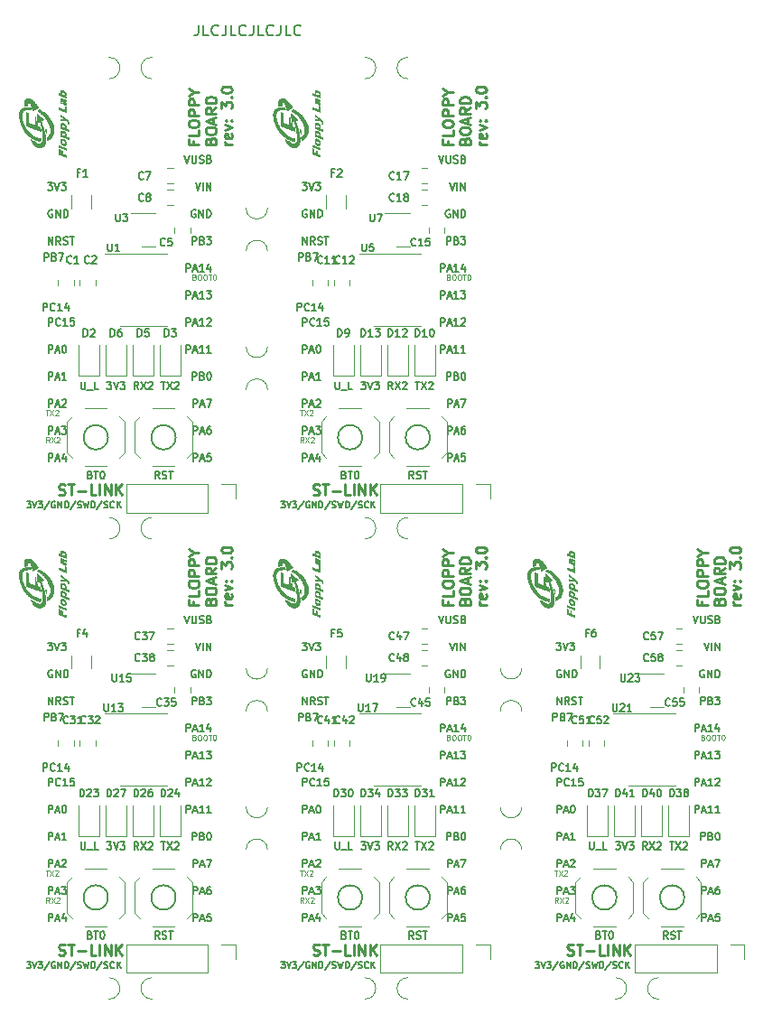
<source format=gbr>
%TF.GenerationSoftware,KiCad,Pcbnew,(6.0.8)*%
%TF.CreationDate,2023-03-28T10:40:47+02:00*%
%TF.ProjectId,Floppy Board v3.0,466c6f70-7079-4204-926f-617264207633,3.0*%
%TF.SameCoordinates,Original*%
%TF.FileFunction,Legend,Top*%
%TF.FilePolarity,Positive*%
%FSLAX46Y46*%
G04 Gerber Fmt 4.6, Leading zero omitted, Abs format (unit mm)*
G04 Created by KiCad (PCBNEW (6.0.8)) date 2023-03-28 10:40:47*
%MOMM*%
%LPD*%
G01*
G04 APERTURE LIST*
%ADD10C,0.150000*%
%ADD11C,0.250000*%
%ADD12C,0.125000*%
%ADD13C,0.100000*%
%ADD14C,0.120000*%
G04 APERTURE END LIST*
D10*
X128735111Y-47809380D02*
X128735111Y-48523666D01*
X128687492Y-48666523D01*
X128592254Y-48761761D01*
X128449397Y-48809380D01*
X128354159Y-48809380D01*
X129687492Y-48809380D02*
X129211301Y-48809380D01*
X129211301Y-47809380D01*
X130592254Y-48714142D02*
X130544635Y-48761761D01*
X130401778Y-48809380D01*
X130306539Y-48809380D01*
X130163682Y-48761761D01*
X130068444Y-48666523D01*
X130020825Y-48571285D01*
X129973206Y-48380809D01*
X129973206Y-48237952D01*
X130020825Y-48047476D01*
X130068444Y-47952238D01*
X130163682Y-47857000D01*
X130306539Y-47809380D01*
X130401778Y-47809380D01*
X130544635Y-47857000D01*
X130592254Y-47904619D01*
X131306539Y-47809380D02*
X131306539Y-48523666D01*
X131258920Y-48666523D01*
X131163682Y-48761761D01*
X131020825Y-48809380D01*
X130925587Y-48809380D01*
X132258920Y-48809380D02*
X131782730Y-48809380D01*
X131782730Y-47809380D01*
X133163682Y-48714142D02*
X133116063Y-48761761D01*
X132973206Y-48809380D01*
X132877968Y-48809380D01*
X132735111Y-48761761D01*
X132639873Y-48666523D01*
X132592254Y-48571285D01*
X132544635Y-48380809D01*
X132544635Y-48237952D01*
X132592254Y-48047476D01*
X132639873Y-47952238D01*
X132735111Y-47857000D01*
X132877968Y-47809380D01*
X132973206Y-47809380D01*
X133116063Y-47857000D01*
X133163682Y-47904619D01*
X133877968Y-47809380D02*
X133877968Y-48523666D01*
X133830349Y-48666523D01*
X133735111Y-48761761D01*
X133592254Y-48809380D01*
X133497016Y-48809380D01*
X134830349Y-48809380D02*
X134354159Y-48809380D01*
X134354159Y-47809380D01*
X135735111Y-48714142D02*
X135687492Y-48761761D01*
X135544635Y-48809380D01*
X135449397Y-48809380D01*
X135306539Y-48761761D01*
X135211301Y-48666523D01*
X135163682Y-48571285D01*
X135116063Y-48380809D01*
X135116063Y-48237952D01*
X135163682Y-48047476D01*
X135211301Y-47952238D01*
X135306539Y-47857000D01*
X135449397Y-47809380D01*
X135544635Y-47809380D01*
X135687492Y-47857000D01*
X135735111Y-47904619D01*
X136449397Y-47809380D02*
X136449397Y-48523666D01*
X136401778Y-48666523D01*
X136306539Y-48761761D01*
X136163682Y-48809380D01*
X136068444Y-48809380D01*
X137401778Y-48809380D02*
X136925587Y-48809380D01*
X136925587Y-47809380D01*
X138306539Y-48714142D02*
X138258920Y-48761761D01*
X138116063Y-48809380D01*
X138020825Y-48809380D01*
X137877968Y-48761761D01*
X137782730Y-48666523D01*
X137735111Y-48571285D01*
X137687492Y-48380809D01*
X137687492Y-48237952D01*
X137735111Y-48047476D01*
X137782730Y-47952238D01*
X137877968Y-47857000D01*
X138020825Y-47809380D01*
X138116063Y-47809380D01*
X138258920Y-47857000D01*
X138306539Y-47904619D01*
X167827492Y-124418666D02*
X168260825Y-124418666D01*
X168027492Y-124685333D01*
X168127492Y-124685333D01*
X168194159Y-124718666D01*
X168227492Y-124752000D01*
X168260825Y-124818666D01*
X168260825Y-124985333D01*
X168227492Y-125052000D01*
X168194159Y-125085333D01*
X168127492Y-125118666D01*
X167927492Y-125118666D01*
X167860825Y-125085333D01*
X167827492Y-125052000D01*
X168460825Y-124418666D02*
X168694159Y-125118666D01*
X168927492Y-124418666D01*
X169094159Y-124418666D02*
X169527492Y-124418666D01*
X169294159Y-124685333D01*
X169394159Y-124685333D01*
X169460825Y-124718666D01*
X169494159Y-124752000D01*
X169527492Y-124818666D01*
X169527492Y-124985333D01*
X169494159Y-125052000D01*
X169460825Y-125085333D01*
X169394159Y-125118666D01*
X169194159Y-125118666D01*
X169127492Y-125085333D01*
X169094159Y-125052000D01*
D11*
X175945730Y-101843071D02*
X175945730Y-102176404D01*
X176469539Y-102176404D02*
X175469539Y-102176404D01*
X175469539Y-101700214D01*
X176469539Y-100843071D02*
X176469539Y-101319261D01*
X175469539Y-101319261D01*
X175469539Y-100319261D02*
X175469539Y-100128785D01*
X175517159Y-100033547D01*
X175612397Y-99938309D01*
X175802873Y-99890690D01*
X176136206Y-99890690D01*
X176326682Y-99938309D01*
X176421920Y-100033547D01*
X176469539Y-100128785D01*
X176469539Y-100319261D01*
X176421920Y-100414500D01*
X176326682Y-100509738D01*
X176136206Y-100557357D01*
X175802873Y-100557357D01*
X175612397Y-100509738D01*
X175517159Y-100414500D01*
X175469539Y-100319261D01*
X176469539Y-99462119D02*
X175469539Y-99462119D01*
X175469539Y-99081166D01*
X175517159Y-98985928D01*
X175564778Y-98938309D01*
X175660016Y-98890690D01*
X175802873Y-98890690D01*
X175898111Y-98938309D01*
X175945730Y-98985928D01*
X175993349Y-99081166D01*
X175993349Y-99462119D01*
X176469539Y-98462119D02*
X175469539Y-98462119D01*
X175469539Y-98081166D01*
X175517159Y-97985928D01*
X175564778Y-97938309D01*
X175660016Y-97890690D01*
X175802873Y-97890690D01*
X175898111Y-97938309D01*
X175945730Y-97985928D01*
X175993349Y-98081166D01*
X175993349Y-98462119D01*
X175993349Y-97271642D02*
X176469539Y-97271642D01*
X175469539Y-97604976D02*
X175993349Y-97271642D01*
X175469539Y-96938309D01*
X177555730Y-101843071D02*
X177603349Y-101700214D01*
X177650968Y-101652595D01*
X177746206Y-101604976D01*
X177889063Y-101604976D01*
X177984301Y-101652595D01*
X178031920Y-101700214D01*
X178079539Y-101795452D01*
X178079539Y-102176404D01*
X177079539Y-102176404D01*
X177079539Y-101843071D01*
X177127159Y-101747833D01*
X177174778Y-101700214D01*
X177270016Y-101652595D01*
X177365254Y-101652595D01*
X177460492Y-101700214D01*
X177508111Y-101747833D01*
X177555730Y-101843071D01*
X177555730Y-102176404D01*
X177079539Y-100985928D02*
X177079539Y-100795452D01*
X177127159Y-100700214D01*
X177222397Y-100604976D01*
X177412873Y-100557357D01*
X177746206Y-100557357D01*
X177936682Y-100604976D01*
X178031920Y-100700214D01*
X178079539Y-100795452D01*
X178079539Y-100985928D01*
X178031920Y-101081166D01*
X177936682Y-101176404D01*
X177746206Y-101224023D01*
X177412873Y-101224023D01*
X177222397Y-101176404D01*
X177127159Y-101081166D01*
X177079539Y-100985928D01*
X177793825Y-100176404D02*
X177793825Y-99700214D01*
X178079539Y-100271642D02*
X177079539Y-99938309D01*
X178079539Y-99604976D01*
X178079539Y-98700214D02*
X177603349Y-99033547D01*
X178079539Y-99271642D02*
X177079539Y-99271642D01*
X177079539Y-98890690D01*
X177127159Y-98795452D01*
X177174778Y-98747833D01*
X177270016Y-98700214D01*
X177412873Y-98700214D01*
X177508111Y-98747833D01*
X177555730Y-98795452D01*
X177603349Y-98890690D01*
X177603349Y-99271642D01*
X178079539Y-98271642D02*
X177079539Y-98271642D01*
X177079539Y-98033547D01*
X177127159Y-97890690D01*
X177222397Y-97795452D01*
X177317635Y-97747833D01*
X177508111Y-97700214D01*
X177650968Y-97700214D01*
X177841444Y-97747833D01*
X177936682Y-97795452D01*
X178031920Y-97890690D01*
X178079539Y-98033547D01*
X178079539Y-98271642D01*
D10*
X175273992Y-114069666D02*
X175273992Y-113369666D01*
X175540659Y-113369666D01*
X175607325Y-113403000D01*
X175640659Y-113436333D01*
X175673992Y-113503000D01*
X175673992Y-113603000D01*
X175640659Y-113669666D01*
X175607325Y-113703000D01*
X175540659Y-113736333D01*
X175273992Y-113736333D01*
X175940659Y-113869666D02*
X176273992Y-113869666D01*
X175873992Y-114069666D02*
X176107325Y-113369666D01*
X176340659Y-114069666D01*
X176940659Y-114069666D02*
X176540659Y-114069666D01*
X176740659Y-114069666D02*
X176740659Y-113369666D01*
X176673992Y-113469666D01*
X176607325Y-113536333D01*
X176540659Y-113569666D01*
X177540659Y-113603000D02*
X177540659Y-114069666D01*
X177373992Y-113336333D02*
X177207325Y-113836333D01*
X177640659Y-113836333D01*
X162720992Y-108323000D02*
X162654325Y-108289666D01*
X162554325Y-108289666D01*
X162454325Y-108323000D01*
X162387659Y-108389666D01*
X162354325Y-108456333D01*
X162320992Y-108589666D01*
X162320992Y-108689666D01*
X162354325Y-108823000D01*
X162387659Y-108889666D01*
X162454325Y-108956333D01*
X162554325Y-108989666D01*
X162620992Y-108989666D01*
X162720992Y-108956333D01*
X162754325Y-108923000D01*
X162754325Y-108689666D01*
X162620992Y-108689666D01*
X163054325Y-108989666D02*
X163054325Y-108289666D01*
X163454325Y-108989666D01*
X163454325Y-108289666D01*
X163787659Y-108989666D02*
X163787659Y-108289666D01*
X163954325Y-108289666D01*
X164054325Y-108323000D01*
X164120992Y-108389666D01*
X164154325Y-108456333D01*
X164187659Y-108589666D01*
X164187659Y-108689666D01*
X164154325Y-108823000D01*
X164120992Y-108889666D01*
X164054325Y-108956333D01*
X163954325Y-108989666D01*
X163787659Y-108989666D01*
X175840659Y-124229666D02*
X175840659Y-123529666D01*
X176107325Y-123529666D01*
X176173992Y-123563000D01*
X176207325Y-123596333D01*
X176240659Y-123663000D01*
X176240659Y-123763000D01*
X176207325Y-123829666D01*
X176173992Y-123863000D01*
X176107325Y-123896333D01*
X175840659Y-123896333D01*
X176773992Y-123863000D02*
X176873992Y-123896333D01*
X176907325Y-123929666D01*
X176940659Y-123996333D01*
X176940659Y-124096333D01*
X176907325Y-124163000D01*
X176873992Y-124196333D01*
X176807325Y-124229666D01*
X176540659Y-124229666D01*
X176540659Y-123529666D01*
X176773992Y-123529666D01*
X176840659Y-123563000D01*
X176873992Y-123596333D01*
X176907325Y-123663000D01*
X176907325Y-123729666D01*
X176873992Y-123796333D01*
X176840659Y-123829666D01*
X176773992Y-123863000D01*
X176540659Y-123863000D01*
X177373992Y-123529666D02*
X177440659Y-123529666D01*
X177507325Y-123563000D01*
X177540659Y-123596333D01*
X177573992Y-123663000D01*
X177607325Y-123796333D01*
X177607325Y-123963000D01*
X177573992Y-124096333D01*
X177540659Y-124163000D01*
X177507325Y-124196333D01*
X177440659Y-124229666D01*
X177373992Y-124229666D01*
X177307325Y-124196333D01*
X177273992Y-124163000D01*
X177240659Y-124096333D01*
X177207325Y-123963000D01*
X177207325Y-123796333D01*
X177240659Y-123663000D01*
X177273992Y-123596333D01*
X177307325Y-123563000D01*
X177373992Y-123529666D01*
X161973325Y-113053666D02*
X161973325Y-112353666D01*
X162239992Y-112353666D01*
X162306659Y-112387000D01*
X162339992Y-112420333D01*
X162373325Y-112487000D01*
X162373325Y-112587000D01*
X162339992Y-112653666D01*
X162306659Y-112687000D01*
X162239992Y-112720333D01*
X161973325Y-112720333D01*
X162906659Y-112687000D02*
X163006659Y-112720333D01*
X163039992Y-112753666D01*
X163073325Y-112820333D01*
X163073325Y-112920333D01*
X163039992Y-112987000D01*
X163006659Y-113020333D01*
X162939992Y-113053666D01*
X162673325Y-113053666D01*
X162673325Y-112353666D01*
X162906659Y-112353666D01*
X162973325Y-112387000D01*
X163006659Y-112420333D01*
X163039992Y-112487000D01*
X163039992Y-112553666D01*
X163006659Y-112620333D01*
X162973325Y-112653666D01*
X162906659Y-112687000D01*
X162673325Y-112687000D01*
X163306659Y-112353666D02*
X163773325Y-112353666D01*
X163473325Y-113053666D01*
X175940659Y-126769666D02*
X175940659Y-126069666D01*
X176207325Y-126069666D01*
X176273992Y-126103000D01*
X176307325Y-126136333D01*
X176340659Y-126203000D01*
X176340659Y-126303000D01*
X176307325Y-126369666D01*
X176273992Y-126403000D01*
X176207325Y-126436333D01*
X175940659Y-126436333D01*
X176607325Y-126569666D02*
X176940659Y-126569666D01*
X176540659Y-126769666D02*
X176773992Y-126069666D01*
X177007325Y-126769666D01*
X177173992Y-126069666D02*
X177640659Y-126069666D01*
X177340659Y-126769666D01*
D11*
X179560539Y-102176404D02*
X178893873Y-102176404D01*
X179084349Y-102176404D02*
X178989111Y-102128785D01*
X178941492Y-102081166D01*
X178893873Y-101985928D01*
X178893873Y-101890690D01*
X179512920Y-101176404D02*
X179560539Y-101271642D01*
X179560539Y-101462119D01*
X179512920Y-101557357D01*
X179417682Y-101604976D01*
X179036730Y-101604976D01*
X178941492Y-101557357D01*
X178893873Y-101462119D01*
X178893873Y-101271642D01*
X178941492Y-101176404D01*
X179036730Y-101128785D01*
X179131968Y-101128785D01*
X179227206Y-101604976D01*
X178893873Y-100795452D02*
X179560539Y-100557357D01*
X178893873Y-100319261D01*
X179465301Y-99938309D02*
X179512920Y-99890690D01*
X179560539Y-99938309D01*
X179512920Y-99985928D01*
X179465301Y-99938309D01*
X179560539Y-99938309D01*
X178941492Y-99938309D02*
X178989111Y-99890690D01*
X179036730Y-99938309D01*
X178989111Y-99985928D01*
X178941492Y-99938309D01*
X179036730Y-99938309D01*
X178560539Y-98795452D02*
X178560539Y-98176404D01*
X178941492Y-98509738D01*
X178941492Y-98366880D01*
X178989111Y-98271642D01*
X179036730Y-98224023D01*
X179131968Y-98176404D01*
X179370063Y-98176404D01*
X179465301Y-98224023D01*
X179512920Y-98271642D01*
X179560539Y-98366880D01*
X179560539Y-98652595D01*
X179512920Y-98747833D01*
X179465301Y-98795452D01*
X179465301Y-97747833D02*
X179512920Y-97700214D01*
X179560539Y-97747833D01*
X179512920Y-97795452D01*
X179465301Y-97747833D01*
X179560539Y-97747833D01*
X178560539Y-97081166D02*
X178560539Y-96985928D01*
X178608159Y-96890690D01*
X178655778Y-96843071D01*
X178751016Y-96795452D01*
X178941492Y-96747833D01*
X179179587Y-96747833D01*
X179370063Y-96795452D01*
X179465301Y-96843071D01*
X179512920Y-96890690D01*
X179560539Y-96985928D01*
X179560539Y-97081166D01*
X179512920Y-97176404D01*
X179465301Y-97224023D01*
X179370063Y-97271642D01*
X179179587Y-97319261D01*
X178941492Y-97319261D01*
X178751016Y-97271642D01*
X178655778Y-97224023D01*
X178608159Y-97176404D01*
X178560539Y-97081166D01*
D10*
X162287659Y-105749666D02*
X162720992Y-105749666D01*
X162487659Y-106016333D01*
X162587659Y-106016333D01*
X162654325Y-106049666D01*
X162687659Y-106083000D01*
X162720992Y-106149666D01*
X162720992Y-106316333D01*
X162687659Y-106383000D01*
X162654325Y-106416333D01*
X162587659Y-106449666D01*
X162387659Y-106449666D01*
X162320992Y-106416333D01*
X162287659Y-106383000D01*
X162920992Y-105749666D02*
X163154325Y-106449666D01*
X163387659Y-105749666D01*
X163554325Y-105749666D02*
X163987659Y-105749666D01*
X163754325Y-106016333D01*
X163854325Y-106016333D01*
X163920992Y-106049666D01*
X163954325Y-106083000D01*
X163987659Y-106149666D01*
X163987659Y-106316333D01*
X163954325Y-106383000D01*
X163920992Y-106416333D01*
X163854325Y-106449666D01*
X163654325Y-106449666D01*
X163587659Y-106416333D01*
X163554325Y-106383000D01*
X162354325Y-126769666D02*
X162354325Y-126069666D01*
X162620992Y-126069666D01*
X162687659Y-126103000D01*
X162720992Y-126136333D01*
X162754325Y-126203000D01*
X162754325Y-126303000D01*
X162720992Y-126369666D01*
X162687659Y-126403000D01*
X162620992Y-126436333D01*
X162354325Y-126436333D01*
X163020992Y-126569666D02*
X163354325Y-126569666D01*
X162954325Y-126769666D02*
X163187659Y-126069666D01*
X163420992Y-126769666D01*
X163620992Y-126136333D02*
X163654325Y-126103000D01*
X163720992Y-126069666D01*
X163887659Y-126069666D01*
X163954325Y-126103000D01*
X163987659Y-126136333D01*
X164020992Y-126203000D01*
X164020992Y-126269666D01*
X163987659Y-126369666D01*
X163587659Y-126769666D01*
X164020992Y-126769666D01*
X162354325Y-129309666D02*
X162354325Y-128609666D01*
X162620992Y-128609666D01*
X162687659Y-128643000D01*
X162720992Y-128676333D01*
X162754325Y-128743000D01*
X162754325Y-128843000D01*
X162720992Y-128909666D01*
X162687659Y-128943000D01*
X162620992Y-128976333D01*
X162354325Y-128976333D01*
X163020992Y-129109666D02*
X163354325Y-129109666D01*
X162954325Y-129309666D02*
X163187659Y-128609666D01*
X163420992Y-129309666D01*
X163587659Y-128609666D02*
X164020992Y-128609666D01*
X163787659Y-128876333D01*
X163887659Y-128876333D01*
X163954325Y-128909666D01*
X163987659Y-128943000D01*
X164020992Y-129009666D01*
X164020992Y-129176333D01*
X163987659Y-129243000D01*
X163954325Y-129276333D01*
X163887659Y-129309666D01*
X163687659Y-129309666D01*
X163620992Y-129276333D01*
X163587659Y-129243000D01*
X176140659Y-105749666D02*
X176373992Y-106449666D01*
X176607325Y-105749666D01*
X176840659Y-106449666D02*
X176840659Y-105749666D01*
X177173992Y-106449666D02*
X177173992Y-105749666D01*
X177573992Y-106449666D01*
X177573992Y-105749666D01*
X172755825Y-133500666D02*
X172522492Y-133167333D01*
X172355825Y-133500666D02*
X172355825Y-132800666D01*
X172622492Y-132800666D01*
X172689159Y-132834000D01*
X172722492Y-132867333D01*
X172755825Y-132934000D01*
X172755825Y-133034000D01*
X172722492Y-133100666D01*
X172689159Y-133134000D01*
X172622492Y-133167333D01*
X172355825Y-133167333D01*
X173022492Y-133467333D02*
X173122492Y-133500666D01*
X173289159Y-133500666D01*
X173355825Y-133467333D01*
X173389159Y-133434000D01*
X173422492Y-133367333D01*
X173422492Y-133300666D01*
X173389159Y-133234000D01*
X173355825Y-133200666D01*
X173289159Y-133167333D01*
X173155825Y-133134000D01*
X173089159Y-133100666D01*
X173055825Y-133067333D01*
X173022492Y-133000666D01*
X173022492Y-132934000D01*
X173055825Y-132867333D01*
X173089159Y-132834000D01*
X173155825Y-132800666D01*
X173322492Y-132800666D01*
X173422492Y-132834000D01*
X173622492Y-132800666D02*
X174022492Y-132800666D01*
X173822492Y-133500666D02*
X173822492Y-132800666D01*
X162354325Y-119149666D02*
X162354325Y-118449666D01*
X162620992Y-118449666D01*
X162687659Y-118483000D01*
X162720992Y-118516333D01*
X162754325Y-118583000D01*
X162754325Y-118683000D01*
X162720992Y-118749666D01*
X162687659Y-118783000D01*
X162620992Y-118816333D01*
X162354325Y-118816333D01*
X163454325Y-119083000D02*
X163420992Y-119116333D01*
X163320992Y-119149666D01*
X163254325Y-119149666D01*
X163154325Y-119116333D01*
X163087659Y-119049666D01*
X163054325Y-118983000D01*
X163020992Y-118849666D01*
X163020992Y-118749666D01*
X163054325Y-118616333D01*
X163087659Y-118549666D01*
X163154325Y-118483000D01*
X163254325Y-118449666D01*
X163320992Y-118449666D01*
X163420992Y-118483000D01*
X163454325Y-118516333D01*
X164120992Y-119149666D02*
X163720992Y-119149666D01*
X163920992Y-119149666D02*
X163920992Y-118449666D01*
X163854325Y-118549666D01*
X163787659Y-118616333D01*
X163720992Y-118649666D01*
X164754325Y-118449666D02*
X164420992Y-118449666D01*
X164387659Y-118783000D01*
X164420992Y-118749666D01*
X164487659Y-118716333D01*
X164654325Y-118716333D01*
X164720992Y-118749666D01*
X164754325Y-118783000D01*
X164787659Y-118849666D01*
X164787659Y-119016333D01*
X164754325Y-119083000D01*
X164720992Y-119116333D01*
X164654325Y-119149666D01*
X164487659Y-119149666D01*
X164420992Y-119116333D01*
X164387659Y-119083000D01*
D12*
X162092028Y-127068190D02*
X162377742Y-127068190D01*
X162234885Y-127568190D02*
X162234885Y-127068190D01*
X162496789Y-127068190D02*
X162830123Y-127568190D01*
X162830123Y-127068190D02*
X162496789Y-127568190D01*
X162996789Y-127115809D02*
X163020599Y-127092000D01*
X163068218Y-127068190D01*
X163187266Y-127068190D01*
X163234885Y-127092000D01*
X163258694Y-127115809D01*
X163282504Y-127163428D01*
X163282504Y-127211047D01*
X163258694Y-127282476D01*
X162972980Y-127568190D01*
X163282504Y-127568190D01*
D10*
X161846325Y-117752666D02*
X161846325Y-117052666D01*
X162112992Y-117052666D01*
X162179659Y-117086000D01*
X162212992Y-117119333D01*
X162246325Y-117186000D01*
X162246325Y-117286000D01*
X162212992Y-117352666D01*
X162179659Y-117386000D01*
X162112992Y-117419333D01*
X161846325Y-117419333D01*
X162946325Y-117686000D02*
X162912992Y-117719333D01*
X162812992Y-117752666D01*
X162746325Y-117752666D01*
X162646325Y-117719333D01*
X162579659Y-117652666D01*
X162546325Y-117586000D01*
X162512992Y-117452666D01*
X162512992Y-117352666D01*
X162546325Y-117219333D01*
X162579659Y-117152666D01*
X162646325Y-117086000D01*
X162746325Y-117052666D01*
X162812992Y-117052666D01*
X162912992Y-117086000D01*
X162946325Y-117119333D01*
X163612992Y-117752666D02*
X163212992Y-117752666D01*
X163412992Y-117752666D02*
X163412992Y-117052666D01*
X163346325Y-117152666D01*
X163279659Y-117219333D01*
X163212992Y-117252666D01*
X164212992Y-117286000D02*
X164212992Y-117752666D01*
X164046325Y-117019333D02*
X163879659Y-117519333D01*
X164312992Y-117519333D01*
X166239159Y-133134000D02*
X166339159Y-133167333D01*
X166372492Y-133200666D01*
X166405825Y-133267333D01*
X166405825Y-133367333D01*
X166372492Y-133434000D01*
X166339159Y-133467333D01*
X166272492Y-133500666D01*
X166005825Y-133500666D01*
X166005825Y-132800666D01*
X166239159Y-132800666D01*
X166305825Y-132834000D01*
X166339159Y-132867333D01*
X166372492Y-132934000D01*
X166372492Y-133000666D01*
X166339159Y-133067333D01*
X166305825Y-133100666D01*
X166239159Y-133134000D01*
X166005825Y-133134000D01*
X166605825Y-132800666D02*
X167005825Y-132800666D01*
X166805825Y-133500666D02*
X166805825Y-132800666D01*
X167372492Y-132800666D02*
X167439159Y-132800666D01*
X167505825Y-132834000D01*
X167539159Y-132867333D01*
X167572492Y-132934000D01*
X167605825Y-133067333D01*
X167605825Y-133234000D01*
X167572492Y-133367333D01*
X167539159Y-133434000D01*
X167505825Y-133467333D01*
X167439159Y-133500666D01*
X167372492Y-133500666D01*
X167305825Y-133467333D01*
X167272492Y-133434000D01*
X167239159Y-133367333D01*
X167205825Y-133234000D01*
X167205825Y-133067333D01*
X167239159Y-132934000D01*
X167272492Y-132867333D01*
X167305825Y-132834000D01*
X167372492Y-132800666D01*
X175273992Y-116609666D02*
X175273992Y-115909666D01*
X175540659Y-115909666D01*
X175607325Y-115943000D01*
X175640659Y-115976333D01*
X175673992Y-116043000D01*
X175673992Y-116143000D01*
X175640659Y-116209666D01*
X175607325Y-116243000D01*
X175540659Y-116276333D01*
X175273992Y-116276333D01*
X175940659Y-116409666D02*
X176273992Y-116409666D01*
X175873992Y-116609666D02*
X176107325Y-115909666D01*
X176340659Y-116609666D01*
X176940659Y-116609666D02*
X176540659Y-116609666D01*
X176740659Y-116609666D02*
X176740659Y-115909666D01*
X176673992Y-116009666D01*
X176607325Y-116076333D01*
X176540659Y-116109666D01*
X177173992Y-115909666D02*
X177607325Y-115909666D01*
X177373992Y-116176333D01*
X177473992Y-116176333D01*
X177540659Y-116209666D01*
X177573992Y-116243000D01*
X177607325Y-116309666D01*
X177607325Y-116476333D01*
X177573992Y-116543000D01*
X177540659Y-116576333D01*
X177473992Y-116609666D01*
X177273992Y-116609666D01*
X177207325Y-116576333D01*
X177173992Y-116543000D01*
X162354325Y-111529666D02*
X162354325Y-110829666D01*
X162754325Y-111529666D01*
X162754325Y-110829666D01*
X163487659Y-111529666D02*
X163254325Y-111196333D01*
X163087659Y-111529666D02*
X163087659Y-110829666D01*
X163354325Y-110829666D01*
X163420992Y-110863000D01*
X163454325Y-110896333D01*
X163487659Y-110963000D01*
X163487659Y-111063000D01*
X163454325Y-111129666D01*
X163420992Y-111163000D01*
X163354325Y-111196333D01*
X163087659Y-111196333D01*
X163754325Y-111496333D02*
X163854325Y-111529666D01*
X164020992Y-111529666D01*
X164087659Y-111496333D01*
X164120992Y-111463000D01*
X164154325Y-111396333D01*
X164154325Y-111329666D01*
X164120992Y-111263000D01*
X164087659Y-111229666D01*
X164020992Y-111196333D01*
X163887659Y-111163000D01*
X163820992Y-111129666D01*
X163787659Y-111096333D01*
X163754325Y-111029666D01*
X163754325Y-110963000D01*
X163787659Y-110896333D01*
X163820992Y-110863000D01*
X163887659Y-110829666D01*
X164054325Y-110829666D01*
X164154325Y-110863000D01*
X164354325Y-110829666D02*
X164754325Y-110829666D01*
X164554325Y-111529666D02*
X164554325Y-110829666D01*
X162354325Y-121689666D02*
X162354325Y-120989666D01*
X162620992Y-120989666D01*
X162687659Y-121023000D01*
X162720992Y-121056333D01*
X162754325Y-121123000D01*
X162754325Y-121223000D01*
X162720992Y-121289666D01*
X162687659Y-121323000D01*
X162620992Y-121356333D01*
X162354325Y-121356333D01*
X163020992Y-121489666D02*
X163354325Y-121489666D01*
X162954325Y-121689666D02*
X163187659Y-120989666D01*
X163420992Y-121689666D01*
X163787659Y-120989666D02*
X163854325Y-120989666D01*
X163920992Y-121023000D01*
X163954325Y-121056333D01*
X163987659Y-121123000D01*
X164020992Y-121256333D01*
X164020992Y-121423000D01*
X163987659Y-121556333D01*
X163954325Y-121623000D01*
X163920992Y-121656333D01*
X163854325Y-121689666D01*
X163787659Y-121689666D01*
X163720992Y-121656333D01*
X163687659Y-121623000D01*
X163654325Y-121556333D01*
X163620992Y-121423000D01*
X163620992Y-121256333D01*
X163654325Y-121123000D01*
X163687659Y-121056333D01*
X163720992Y-121023000D01*
X163787659Y-120989666D01*
X175940659Y-131849666D02*
X175940659Y-131149666D01*
X176207325Y-131149666D01*
X176273992Y-131183000D01*
X176307325Y-131216333D01*
X176340659Y-131283000D01*
X176340659Y-131383000D01*
X176307325Y-131449666D01*
X176273992Y-131483000D01*
X176207325Y-131516333D01*
X175940659Y-131516333D01*
X176607325Y-131649666D02*
X176940659Y-131649666D01*
X176540659Y-131849666D02*
X176773992Y-131149666D01*
X177007325Y-131849666D01*
X177573992Y-131149666D02*
X177240659Y-131149666D01*
X177207325Y-131483000D01*
X177240659Y-131449666D01*
X177307325Y-131416333D01*
X177473992Y-131416333D01*
X177540659Y-131449666D01*
X177573992Y-131483000D01*
X177607325Y-131549666D01*
X177607325Y-131716333D01*
X177573992Y-131783000D01*
X177540659Y-131816333D01*
X177473992Y-131849666D01*
X177307325Y-131849666D01*
X177240659Y-131816333D01*
X177207325Y-131783000D01*
X175273992Y-119149666D02*
X175273992Y-118449666D01*
X175540659Y-118449666D01*
X175607325Y-118483000D01*
X175640659Y-118516333D01*
X175673992Y-118583000D01*
X175673992Y-118683000D01*
X175640659Y-118749666D01*
X175607325Y-118783000D01*
X175540659Y-118816333D01*
X175273992Y-118816333D01*
X175940659Y-118949666D02*
X176273992Y-118949666D01*
X175873992Y-119149666D02*
X176107325Y-118449666D01*
X176340659Y-119149666D01*
X176940659Y-119149666D02*
X176540659Y-119149666D01*
X176740659Y-119149666D02*
X176740659Y-118449666D01*
X176673992Y-118549666D01*
X176607325Y-118616333D01*
X176540659Y-118649666D01*
X177207325Y-118516333D02*
X177240659Y-118483000D01*
X177307325Y-118449666D01*
X177473992Y-118449666D01*
X177540659Y-118483000D01*
X177573992Y-118516333D01*
X177607325Y-118583000D01*
X177607325Y-118649666D01*
X177573992Y-118749666D01*
X177173992Y-119149666D01*
X177607325Y-119149666D01*
X172907492Y-124418666D02*
X173307492Y-124418666D01*
X173107492Y-125118666D02*
X173107492Y-124418666D01*
X173474159Y-124418666D02*
X173940825Y-125118666D01*
X173940825Y-124418666D02*
X173474159Y-125118666D01*
X174174159Y-124485333D02*
X174207492Y-124452000D01*
X174274159Y-124418666D01*
X174440825Y-124418666D01*
X174507492Y-124452000D01*
X174540825Y-124485333D01*
X174574159Y-124552000D01*
X174574159Y-124618666D01*
X174540825Y-124718666D01*
X174140825Y-125118666D01*
X174574159Y-125118666D01*
X175107325Y-103209666D02*
X175340659Y-103909666D01*
X175573992Y-103209666D01*
X175807325Y-103209666D02*
X175807325Y-103776333D01*
X175840659Y-103843000D01*
X175873992Y-103876333D01*
X175940659Y-103909666D01*
X176073992Y-103909666D01*
X176140659Y-103876333D01*
X176173992Y-103843000D01*
X176207325Y-103776333D01*
X176207325Y-103209666D01*
X176507325Y-103876333D02*
X176607325Y-103909666D01*
X176773992Y-103909666D01*
X176840659Y-103876333D01*
X176873992Y-103843000D01*
X176907325Y-103776333D01*
X176907325Y-103709666D01*
X176873992Y-103643000D01*
X176840659Y-103609666D01*
X176773992Y-103576333D01*
X176640659Y-103543000D01*
X176573992Y-103509666D01*
X176540659Y-103476333D01*
X176507325Y-103409666D01*
X176507325Y-103343000D01*
X176540659Y-103276333D01*
X176573992Y-103243000D01*
X176640659Y-103209666D01*
X176807325Y-103209666D01*
X176907325Y-103243000D01*
X177440659Y-103543000D02*
X177540659Y-103576333D01*
X177573992Y-103609666D01*
X177607325Y-103676333D01*
X177607325Y-103776333D01*
X177573992Y-103843000D01*
X177540659Y-103876333D01*
X177473992Y-103909666D01*
X177207325Y-103909666D01*
X177207325Y-103209666D01*
X177440659Y-103209666D01*
X177507325Y-103243000D01*
X177540659Y-103276333D01*
X177573992Y-103343000D01*
X177573992Y-103409666D01*
X177540659Y-103476333D01*
X177507325Y-103509666D01*
X177440659Y-103543000D01*
X177207325Y-103543000D01*
X160317373Y-135649428D02*
X160688801Y-135649428D01*
X160488801Y-135878000D01*
X160574516Y-135878000D01*
X160631659Y-135906571D01*
X160660230Y-135935142D01*
X160688801Y-135992285D01*
X160688801Y-136135142D01*
X160660230Y-136192285D01*
X160631659Y-136220857D01*
X160574516Y-136249428D01*
X160403087Y-136249428D01*
X160345944Y-136220857D01*
X160317373Y-136192285D01*
X160860230Y-135649428D02*
X161060230Y-136249428D01*
X161260230Y-135649428D01*
X161403087Y-135649428D02*
X161774516Y-135649428D01*
X161574516Y-135878000D01*
X161660230Y-135878000D01*
X161717373Y-135906571D01*
X161745944Y-135935142D01*
X161774516Y-135992285D01*
X161774516Y-136135142D01*
X161745944Y-136192285D01*
X161717373Y-136220857D01*
X161660230Y-136249428D01*
X161488801Y-136249428D01*
X161431659Y-136220857D01*
X161403087Y-136192285D01*
X162460230Y-135620857D02*
X161945944Y-136392285D01*
X162974516Y-135678000D02*
X162917373Y-135649428D01*
X162831659Y-135649428D01*
X162745944Y-135678000D01*
X162688801Y-135735142D01*
X162660230Y-135792285D01*
X162631659Y-135906571D01*
X162631659Y-135992285D01*
X162660230Y-136106571D01*
X162688801Y-136163714D01*
X162745944Y-136220857D01*
X162831659Y-136249428D01*
X162888801Y-136249428D01*
X162974516Y-136220857D01*
X163003087Y-136192285D01*
X163003087Y-135992285D01*
X162888801Y-135992285D01*
X163260230Y-136249428D02*
X163260230Y-135649428D01*
X163603087Y-136249428D01*
X163603087Y-135649428D01*
X163888801Y-136249428D02*
X163888801Y-135649428D01*
X164031659Y-135649428D01*
X164117373Y-135678000D01*
X164174516Y-135735142D01*
X164203087Y-135792285D01*
X164231659Y-135906571D01*
X164231659Y-135992285D01*
X164203087Y-136106571D01*
X164174516Y-136163714D01*
X164117373Y-136220857D01*
X164031659Y-136249428D01*
X163888801Y-136249428D01*
X164917373Y-135620857D02*
X164403087Y-136392285D01*
X165088801Y-136220857D02*
X165174516Y-136249428D01*
X165317373Y-136249428D01*
X165374516Y-136220857D01*
X165403087Y-136192285D01*
X165431659Y-136135142D01*
X165431659Y-136078000D01*
X165403087Y-136020857D01*
X165374516Y-135992285D01*
X165317373Y-135963714D01*
X165203087Y-135935142D01*
X165145944Y-135906571D01*
X165117373Y-135878000D01*
X165088801Y-135820857D01*
X165088801Y-135763714D01*
X165117373Y-135706571D01*
X165145944Y-135678000D01*
X165203087Y-135649428D01*
X165345944Y-135649428D01*
X165431659Y-135678000D01*
X165631659Y-135649428D02*
X165774516Y-136249428D01*
X165888801Y-135820857D01*
X166003087Y-136249428D01*
X166145944Y-135649428D01*
X166374516Y-136249428D02*
X166374516Y-135649428D01*
X166517373Y-135649428D01*
X166603087Y-135678000D01*
X166660230Y-135735142D01*
X166688801Y-135792285D01*
X166717373Y-135906571D01*
X166717373Y-135992285D01*
X166688801Y-136106571D01*
X166660230Y-136163714D01*
X166603087Y-136220857D01*
X166517373Y-136249428D01*
X166374516Y-136249428D01*
X167403087Y-135620857D02*
X166888801Y-136392285D01*
X167574516Y-136220857D02*
X167660230Y-136249428D01*
X167803087Y-136249428D01*
X167860230Y-136220857D01*
X167888801Y-136192285D01*
X167917373Y-136135142D01*
X167917373Y-136078000D01*
X167888801Y-136020857D01*
X167860230Y-135992285D01*
X167803087Y-135963714D01*
X167688801Y-135935142D01*
X167631659Y-135906571D01*
X167603087Y-135878000D01*
X167574516Y-135820857D01*
X167574516Y-135763714D01*
X167603087Y-135706571D01*
X167631659Y-135678000D01*
X167688801Y-135649428D01*
X167831659Y-135649428D01*
X167917373Y-135678000D01*
X168517373Y-136192285D02*
X168488801Y-136220857D01*
X168403087Y-136249428D01*
X168345944Y-136249428D01*
X168260230Y-136220857D01*
X168203087Y-136163714D01*
X168174516Y-136106571D01*
X168145944Y-135992285D01*
X168145944Y-135906571D01*
X168174516Y-135792285D01*
X168203087Y-135735142D01*
X168260230Y-135678000D01*
X168345944Y-135649428D01*
X168403087Y-135649428D01*
X168488801Y-135678000D01*
X168517373Y-135706571D01*
X168774516Y-136249428D02*
X168774516Y-135649428D01*
X169117373Y-136249428D02*
X168860230Y-135906571D01*
X169117373Y-135649428D02*
X168774516Y-135992285D01*
X175940659Y-129309666D02*
X175940659Y-128609666D01*
X176207325Y-128609666D01*
X176273992Y-128643000D01*
X176307325Y-128676333D01*
X176340659Y-128743000D01*
X176340659Y-128843000D01*
X176307325Y-128909666D01*
X176273992Y-128943000D01*
X176207325Y-128976333D01*
X175940659Y-128976333D01*
X176607325Y-129109666D02*
X176940659Y-129109666D01*
X176540659Y-129309666D02*
X176773992Y-128609666D01*
X177007325Y-129309666D01*
X177540659Y-128609666D02*
X177407325Y-128609666D01*
X177340659Y-128643000D01*
X177307325Y-128676333D01*
X177240659Y-128776333D01*
X177207325Y-128909666D01*
X177207325Y-129176333D01*
X177240659Y-129243000D01*
X177273992Y-129276333D01*
X177340659Y-129309666D01*
X177473992Y-129309666D01*
X177540659Y-129276333D01*
X177573992Y-129243000D01*
X177607325Y-129176333D01*
X177607325Y-129009666D01*
X177573992Y-128943000D01*
X177540659Y-128909666D01*
X177473992Y-128876333D01*
X177340659Y-128876333D01*
X177273992Y-128909666D01*
X177240659Y-128943000D01*
X177207325Y-129009666D01*
X170784159Y-125118666D02*
X170550825Y-124785333D01*
X170384159Y-125118666D02*
X170384159Y-124418666D01*
X170650825Y-124418666D01*
X170717492Y-124452000D01*
X170750825Y-124485333D01*
X170784159Y-124552000D01*
X170784159Y-124652000D01*
X170750825Y-124718666D01*
X170717492Y-124752000D01*
X170650825Y-124785333D01*
X170384159Y-124785333D01*
X171017492Y-124418666D02*
X171484159Y-125118666D01*
X171484159Y-124418666D02*
X171017492Y-125118666D01*
X171717492Y-124485333D02*
X171750825Y-124452000D01*
X171817492Y-124418666D01*
X171984159Y-124418666D01*
X172050825Y-124452000D01*
X172084159Y-124485333D01*
X172117492Y-124552000D01*
X172117492Y-124618666D01*
X172084159Y-124718666D01*
X171684159Y-125118666D01*
X172117492Y-125118666D01*
X175840659Y-111529666D02*
X175840659Y-110829666D01*
X176107325Y-110829666D01*
X176173992Y-110863000D01*
X176207325Y-110896333D01*
X176240659Y-110963000D01*
X176240659Y-111063000D01*
X176207325Y-111129666D01*
X176173992Y-111163000D01*
X176107325Y-111196333D01*
X175840659Y-111196333D01*
X176773992Y-111163000D02*
X176873992Y-111196333D01*
X176907325Y-111229666D01*
X176940659Y-111296333D01*
X176940659Y-111396333D01*
X176907325Y-111463000D01*
X176873992Y-111496333D01*
X176807325Y-111529666D01*
X176540659Y-111529666D01*
X176540659Y-110829666D01*
X176773992Y-110829666D01*
X176840659Y-110863000D01*
X176873992Y-110896333D01*
X176907325Y-110963000D01*
X176907325Y-111029666D01*
X176873992Y-111096333D01*
X176840659Y-111129666D01*
X176773992Y-111163000D01*
X176540659Y-111163000D01*
X177173992Y-110829666D02*
X177607325Y-110829666D01*
X177373992Y-111096333D01*
X177473992Y-111096333D01*
X177540659Y-111129666D01*
X177573992Y-111163000D01*
X177607325Y-111229666D01*
X177607325Y-111396333D01*
X177573992Y-111463000D01*
X177540659Y-111496333D01*
X177473992Y-111529666D01*
X177273992Y-111529666D01*
X177207325Y-111496333D01*
X177173992Y-111463000D01*
X165404159Y-124418666D02*
X165404159Y-124985333D01*
X165437492Y-125052000D01*
X165470825Y-125085333D01*
X165537492Y-125118666D01*
X165670825Y-125118666D01*
X165737492Y-125085333D01*
X165770825Y-125052000D01*
X165804159Y-124985333D01*
X165804159Y-124418666D01*
X165970825Y-125185333D02*
X166504159Y-125185333D01*
X167004159Y-125118666D02*
X166670825Y-125118666D01*
X166670825Y-124418666D01*
D12*
X162449170Y-130108190D02*
X162282504Y-129870095D01*
X162163456Y-130108190D02*
X162163456Y-129608190D01*
X162353932Y-129608190D01*
X162401551Y-129632000D01*
X162425361Y-129655809D01*
X162449170Y-129703428D01*
X162449170Y-129774857D01*
X162425361Y-129822476D01*
X162401551Y-129846285D01*
X162353932Y-129870095D01*
X162163456Y-129870095D01*
X162615837Y-129608190D02*
X162949170Y-130108190D01*
X162949170Y-129608190D02*
X162615837Y-130108190D01*
X163115837Y-129655809D02*
X163139647Y-129632000D01*
X163187266Y-129608190D01*
X163306313Y-129608190D01*
X163353932Y-129632000D01*
X163377742Y-129655809D01*
X163401551Y-129703428D01*
X163401551Y-129751047D01*
X163377742Y-129822476D01*
X163092028Y-130108190D01*
X163401551Y-130108190D01*
D10*
X162354325Y-124229666D02*
X162354325Y-123529666D01*
X162620992Y-123529666D01*
X162687659Y-123563000D01*
X162720992Y-123596333D01*
X162754325Y-123663000D01*
X162754325Y-123763000D01*
X162720992Y-123829666D01*
X162687659Y-123863000D01*
X162620992Y-123896333D01*
X162354325Y-123896333D01*
X163020992Y-124029666D02*
X163354325Y-124029666D01*
X162954325Y-124229666D02*
X163187659Y-123529666D01*
X163420992Y-124229666D01*
X164020992Y-124229666D02*
X163620992Y-124229666D01*
X163820992Y-124229666D02*
X163820992Y-123529666D01*
X163754325Y-123629666D01*
X163687659Y-123696333D01*
X163620992Y-123729666D01*
X176140659Y-108323000D02*
X176073992Y-108289666D01*
X175973992Y-108289666D01*
X175873992Y-108323000D01*
X175807325Y-108389666D01*
X175773992Y-108456333D01*
X175740659Y-108589666D01*
X175740659Y-108689666D01*
X175773992Y-108823000D01*
X175807325Y-108889666D01*
X175873992Y-108956333D01*
X175973992Y-108989666D01*
X176040659Y-108989666D01*
X176140659Y-108956333D01*
X176173992Y-108923000D01*
X176173992Y-108689666D01*
X176040659Y-108689666D01*
X176473992Y-108989666D02*
X176473992Y-108289666D01*
X176873992Y-108989666D01*
X176873992Y-108289666D01*
X177207325Y-108989666D02*
X177207325Y-108289666D01*
X177373992Y-108289666D01*
X177473992Y-108323000D01*
X177540659Y-108389666D01*
X177573992Y-108456333D01*
X177607325Y-108589666D01*
X177607325Y-108689666D01*
X177573992Y-108823000D01*
X177540659Y-108889666D01*
X177473992Y-108956333D01*
X177373992Y-108989666D01*
X177207325Y-108989666D01*
X162354325Y-131849666D02*
X162354325Y-131149666D01*
X162620992Y-131149666D01*
X162687659Y-131183000D01*
X162720992Y-131216333D01*
X162754325Y-131283000D01*
X162754325Y-131383000D01*
X162720992Y-131449666D01*
X162687659Y-131483000D01*
X162620992Y-131516333D01*
X162354325Y-131516333D01*
X163020992Y-131649666D02*
X163354325Y-131649666D01*
X162954325Y-131849666D02*
X163187659Y-131149666D01*
X163420992Y-131849666D01*
X163954325Y-131383000D02*
X163954325Y-131849666D01*
X163787659Y-131116333D02*
X163620992Y-131616333D01*
X164054325Y-131616333D01*
D12*
X176046123Y-114606285D02*
X176117551Y-114630095D01*
X176141361Y-114653904D01*
X176165170Y-114701523D01*
X176165170Y-114772952D01*
X176141361Y-114820571D01*
X176117551Y-114844380D01*
X176069932Y-114868190D01*
X175879456Y-114868190D01*
X175879456Y-114368190D01*
X176046123Y-114368190D01*
X176093742Y-114392000D01*
X176117551Y-114415809D01*
X176141361Y-114463428D01*
X176141361Y-114511047D01*
X176117551Y-114558666D01*
X176093742Y-114582476D01*
X176046123Y-114606285D01*
X175879456Y-114606285D01*
X176474694Y-114368190D02*
X176569932Y-114368190D01*
X176617551Y-114392000D01*
X176665170Y-114439619D01*
X176688980Y-114534857D01*
X176688980Y-114701523D01*
X176665170Y-114796761D01*
X176617551Y-114844380D01*
X176569932Y-114868190D01*
X176474694Y-114868190D01*
X176427075Y-114844380D01*
X176379456Y-114796761D01*
X176355647Y-114701523D01*
X176355647Y-114534857D01*
X176379456Y-114439619D01*
X176427075Y-114392000D01*
X176474694Y-114368190D01*
X176998504Y-114368190D02*
X177093742Y-114368190D01*
X177141361Y-114392000D01*
X177188980Y-114439619D01*
X177212789Y-114534857D01*
X177212789Y-114701523D01*
X177188980Y-114796761D01*
X177141361Y-114844380D01*
X177093742Y-114868190D01*
X176998504Y-114868190D01*
X176950885Y-114844380D01*
X176903266Y-114796761D01*
X176879456Y-114701523D01*
X176879456Y-114534857D01*
X176903266Y-114439619D01*
X176950885Y-114392000D01*
X176998504Y-114368190D01*
X177355647Y-114368190D02*
X177641361Y-114368190D01*
X177498504Y-114868190D02*
X177498504Y-114368190D01*
X177903266Y-114368190D02*
X177950885Y-114368190D01*
X177998504Y-114392000D01*
X178022313Y-114415809D01*
X178046123Y-114463428D01*
X178069932Y-114558666D01*
X178069932Y-114677714D01*
X178046123Y-114772952D01*
X178022313Y-114820571D01*
X177998504Y-114844380D01*
X177950885Y-114868190D01*
X177903266Y-114868190D01*
X177855647Y-114844380D01*
X177831837Y-114820571D01*
X177808028Y-114772952D01*
X177784218Y-114677714D01*
X177784218Y-114558666D01*
X177808028Y-114463428D01*
X177831837Y-114415809D01*
X177855647Y-114392000D01*
X177903266Y-114368190D01*
D11*
X163328778Y-134985761D02*
X163471635Y-135033380D01*
X163709730Y-135033380D01*
X163804968Y-134985761D01*
X163852587Y-134938142D01*
X163900206Y-134842904D01*
X163900206Y-134747666D01*
X163852587Y-134652428D01*
X163804968Y-134604809D01*
X163709730Y-134557190D01*
X163519254Y-134509571D01*
X163424016Y-134461952D01*
X163376397Y-134414333D01*
X163328778Y-134319095D01*
X163328778Y-134223857D01*
X163376397Y-134128619D01*
X163424016Y-134081000D01*
X163519254Y-134033380D01*
X163757349Y-134033380D01*
X163900206Y-134081000D01*
X164185920Y-134033380D02*
X164757349Y-134033380D01*
X164471635Y-135033380D02*
X164471635Y-134033380D01*
X165090682Y-134652428D02*
X165852587Y-134652428D01*
X166804968Y-135033380D02*
X166328778Y-135033380D01*
X166328778Y-134033380D01*
X167138301Y-135033380D02*
X167138301Y-134033380D01*
X167614492Y-135033380D02*
X167614492Y-134033380D01*
X168185920Y-135033380D01*
X168185920Y-134033380D01*
X168662111Y-135033380D02*
X168662111Y-134033380D01*
X169233539Y-135033380D02*
X168804968Y-134461952D01*
X169233539Y-134033380D02*
X168662111Y-134604809D01*
D10*
X167932159Y-129628000D02*
G75*
G03*
X167932159Y-129628000I-1143000J0D01*
G01*
X174282159Y-129628000D02*
G75*
G03*
X174282159Y-129628000I-1143000J0D01*
G01*
X175273992Y-121689666D02*
X175273992Y-120989666D01*
X175540659Y-120989666D01*
X175607325Y-121023000D01*
X175640659Y-121056333D01*
X175673992Y-121123000D01*
X175673992Y-121223000D01*
X175640659Y-121289666D01*
X175607325Y-121323000D01*
X175540659Y-121356333D01*
X175273992Y-121356333D01*
X175940659Y-121489666D02*
X176273992Y-121489666D01*
X175873992Y-121689666D02*
X176107325Y-120989666D01*
X176340659Y-121689666D01*
X176940659Y-121689666D02*
X176540659Y-121689666D01*
X176740659Y-121689666D02*
X176740659Y-120989666D01*
X176673992Y-121089666D01*
X176607325Y-121156333D01*
X176540659Y-121189666D01*
X177607325Y-121689666D02*
X177207325Y-121689666D01*
X177407325Y-121689666D02*
X177407325Y-120989666D01*
X177340659Y-121089666D01*
X177273992Y-121156333D01*
X177207325Y-121189666D01*
X143983492Y-124418666D02*
X144416825Y-124418666D01*
X144183492Y-124685333D01*
X144283492Y-124685333D01*
X144350159Y-124718666D01*
X144383492Y-124752000D01*
X144416825Y-124818666D01*
X144416825Y-124985333D01*
X144383492Y-125052000D01*
X144350159Y-125085333D01*
X144283492Y-125118666D01*
X144083492Y-125118666D01*
X144016825Y-125085333D01*
X143983492Y-125052000D01*
X144616825Y-124418666D02*
X144850159Y-125118666D01*
X145083492Y-124418666D01*
X145250159Y-124418666D02*
X145683492Y-124418666D01*
X145450159Y-124685333D01*
X145550159Y-124685333D01*
X145616825Y-124718666D01*
X145650159Y-124752000D01*
X145683492Y-124818666D01*
X145683492Y-124985333D01*
X145650159Y-125052000D01*
X145616825Y-125085333D01*
X145550159Y-125118666D01*
X145350159Y-125118666D01*
X145283492Y-125085333D01*
X145250159Y-125052000D01*
D11*
X152101730Y-101843071D02*
X152101730Y-102176404D01*
X152625539Y-102176404D02*
X151625539Y-102176404D01*
X151625539Y-101700214D01*
X152625539Y-100843071D02*
X152625539Y-101319261D01*
X151625539Y-101319261D01*
X151625539Y-100319261D02*
X151625539Y-100128785D01*
X151673159Y-100033547D01*
X151768397Y-99938309D01*
X151958873Y-99890690D01*
X152292206Y-99890690D01*
X152482682Y-99938309D01*
X152577920Y-100033547D01*
X152625539Y-100128785D01*
X152625539Y-100319261D01*
X152577920Y-100414500D01*
X152482682Y-100509738D01*
X152292206Y-100557357D01*
X151958873Y-100557357D01*
X151768397Y-100509738D01*
X151673159Y-100414500D01*
X151625539Y-100319261D01*
X152625539Y-99462119D02*
X151625539Y-99462119D01*
X151625539Y-99081166D01*
X151673159Y-98985928D01*
X151720778Y-98938309D01*
X151816016Y-98890690D01*
X151958873Y-98890690D01*
X152054111Y-98938309D01*
X152101730Y-98985928D01*
X152149349Y-99081166D01*
X152149349Y-99462119D01*
X152625539Y-98462119D02*
X151625539Y-98462119D01*
X151625539Y-98081166D01*
X151673159Y-97985928D01*
X151720778Y-97938309D01*
X151816016Y-97890690D01*
X151958873Y-97890690D01*
X152054111Y-97938309D01*
X152101730Y-97985928D01*
X152149349Y-98081166D01*
X152149349Y-98462119D01*
X152149349Y-97271642D02*
X152625539Y-97271642D01*
X151625539Y-97604976D02*
X152149349Y-97271642D01*
X151625539Y-96938309D01*
X153711730Y-101843071D02*
X153759349Y-101700214D01*
X153806968Y-101652595D01*
X153902206Y-101604976D01*
X154045063Y-101604976D01*
X154140301Y-101652595D01*
X154187920Y-101700214D01*
X154235539Y-101795452D01*
X154235539Y-102176404D01*
X153235539Y-102176404D01*
X153235539Y-101843071D01*
X153283159Y-101747833D01*
X153330778Y-101700214D01*
X153426016Y-101652595D01*
X153521254Y-101652595D01*
X153616492Y-101700214D01*
X153664111Y-101747833D01*
X153711730Y-101843071D01*
X153711730Y-102176404D01*
X153235539Y-100985928D02*
X153235539Y-100795452D01*
X153283159Y-100700214D01*
X153378397Y-100604976D01*
X153568873Y-100557357D01*
X153902206Y-100557357D01*
X154092682Y-100604976D01*
X154187920Y-100700214D01*
X154235539Y-100795452D01*
X154235539Y-100985928D01*
X154187920Y-101081166D01*
X154092682Y-101176404D01*
X153902206Y-101224023D01*
X153568873Y-101224023D01*
X153378397Y-101176404D01*
X153283159Y-101081166D01*
X153235539Y-100985928D01*
X153949825Y-100176404D02*
X153949825Y-99700214D01*
X154235539Y-100271642D02*
X153235539Y-99938309D01*
X154235539Y-99604976D01*
X154235539Y-98700214D02*
X153759349Y-99033547D01*
X154235539Y-99271642D02*
X153235539Y-99271642D01*
X153235539Y-98890690D01*
X153283159Y-98795452D01*
X153330778Y-98747833D01*
X153426016Y-98700214D01*
X153568873Y-98700214D01*
X153664111Y-98747833D01*
X153711730Y-98795452D01*
X153759349Y-98890690D01*
X153759349Y-99271642D01*
X154235539Y-98271642D02*
X153235539Y-98271642D01*
X153235539Y-98033547D01*
X153283159Y-97890690D01*
X153378397Y-97795452D01*
X153473635Y-97747833D01*
X153664111Y-97700214D01*
X153806968Y-97700214D01*
X153997444Y-97747833D01*
X154092682Y-97795452D01*
X154187920Y-97890690D01*
X154235539Y-98033547D01*
X154235539Y-98271642D01*
D10*
X151429992Y-114069666D02*
X151429992Y-113369666D01*
X151696659Y-113369666D01*
X151763325Y-113403000D01*
X151796659Y-113436333D01*
X151829992Y-113503000D01*
X151829992Y-113603000D01*
X151796659Y-113669666D01*
X151763325Y-113703000D01*
X151696659Y-113736333D01*
X151429992Y-113736333D01*
X152096659Y-113869666D02*
X152429992Y-113869666D01*
X152029992Y-114069666D02*
X152263325Y-113369666D01*
X152496659Y-114069666D01*
X153096659Y-114069666D02*
X152696659Y-114069666D01*
X152896659Y-114069666D02*
X152896659Y-113369666D01*
X152829992Y-113469666D01*
X152763325Y-113536333D01*
X152696659Y-113569666D01*
X153696659Y-113603000D02*
X153696659Y-114069666D01*
X153529992Y-113336333D02*
X153363325Y-113836333D01*
X153796659Y-113836333D01*
X138876992Y-108323000D02*
X138810325Y-108289666D01*
X138710325Y-108289666D01*
X138610325Y-108323000D01*
X138543659Y-108389666D01*
X138510325Y-108456333D01*
X138476992Y-108589666D01*
X138476992Y-108689666D01*
X138510325Y-108823000D01*
X138543659Y-108889666D01*
X138610325Y-108956333D01*
X138710325Y-108989666D01*
X138776992Y-108989666D01*
X138876992Y-108956333D01*
X138910325Y-108923000D01*
X138910325Y-108689666D01*
X138776992Y-108689666D01*
X139210325Y-108989666D02*
X139210325Y-108289666D01*
X139610325Y-108989666D01*
X139610325Y-108289666D01*
X139943659Y-108989666D02*
X139943659Y-108289666D01*
X140110325Y-108289666D01*
X140210325Y-108323000D01*
X140276992Y-108389666D01*
X140310325Y-108456333D01*
X140343659Y-108589666D01*
X140343659Y-108689666D01*
X140310325Y-108823000D01*
X140276992Y-108889666D01*
X140210325Y-108956333D01*
X140110325Y-108989666D01*
X139943659Y-108989666D01*
X151996659Y-124229666D02*
X151996659Y-123529666D01*
X152263325Y-123529666D01*
X152329992Y-123563000D01*
X152363325Y-123596333D01*
X152396659Y-123663000D01*
X152396659Y-123763000D01*
X152363325Y-123829666D01*
X152329992Y-123863000D01*
X152263325Y-123896333D01*
X151996659Y-123896333D01*
X152929992Y-123863000D02*
X153029992Y-123896333D01*
X153063325Y-123929666D01*
X153096659Y-123996333D01*
X153096659Y-124096333D01*
X153063325Y-124163000D01*
X153029992Y-124196333D01*
X152963325Y-124229666D01*
X152696659Y-124229666D01*
X152696659Y-123529666D01*
X152929992Y-123529666D01*
X152996659Y-123563000D01*
X153029992Y-123596333D01*
X153063325Y-123663000D01*
X153063325Y-123729666D01*
X153029992Y-123796333D01*
X152996659Y-123829666D01*
X152929992Y-123863000D01*
X152696659Y-123863000D01*
X153529992Y-123529666D02*
X153596659Y-123529666D01*
X153663325Y-123563000D01*
X153696659Y-123596333D01*
X153729992Y-123663000D01*
X153763325Y-123796333D01*
X153763325Y-123963000D01*
X153729992Y-124096333D01*
X153696659Y-124163000D01*
X153663325Y-124196333D01*
X153596659Y-124229666D01*
X153529992Y-124229666D01*
X153463325Y-124196333D01*
X153429992Y-124163000D01*
X153396659Y-124096333D01*
X153363325Y-123963000D01*
X153363325Y-123796333D01*
X153396659Y-123663000D01*
X153429992Y-123596333D01*
X153463325Y-123563000D01*
X153529992Y-123529666D01*
X138129325Y-113053666D02*
X138129325Y-112353666D01*
X138395992Y-112353666D01*
X138462659Y-112387000D01*
X138495992Y-112420333D01*
X138529325Y-112487000D01*
X138529325Y-112587000D01*
X138495992Y-112653666D01*
X138462659Y-112687000D01*
X138395992Y-112720333D01*
X138129325Y-112720333D01*
X139062659Y-112687000D02*
X139162659Y-112720333D01*
X139195992Y-112753666D01*
X139229325Y-112820333D01*
X139229325Y-112920333D01*
X139195992Y-112987000D01*
X139162659Y-113020333D01*
X139095992Y-113053666D01*
X138829325Y-113053666D01*
X138829325Y-112353666D01*
X139062659Y-112353666D01*
X139129325Y-112387000D01*
X139162659Y-112420333D01*
X139195992Y-112487000D01*
X139195992Y-112553666D01*
X139162659Y-112620333D01*
X139129325Y-112653666D01*
X139062659Y-112687000D01*
X138829325Y-112687000D01*
X139462659Y-112353666D02*
X139929325Y-112353666D01*
X139629325Y-113053666D01*
X152096659Y-126769666D02*
X152096659Y-126069666D01*
X152363325Y-126069666D01*
X152429992Y-126103000D01*
X152463325Y-126136333D01*
X152496659Y-126203000D01*
X152496659Y-126303000D01*
X152463325Y-126369666D01*
X152429992Y-126403000D01*
X152363325Y-126436333D01*
X152096659Y-126436333D01*
X152763325Y-126569666D02*
X153096659Y-126569666D01*
X152696659Y-126769666D02*
X152929992Y-126069666D01*
X153163325Y-126769666D01*
X153329992Y-126069666D02*
X153796659Y-126069666D01*
X153496659Y-126769666D01*
D11*
X155716539Y-102176404D02*
X155049873Y-102176404D01*
X155240349Y-102176404D02*
X155145111Y-102128785D01*
X155097492Y-102081166D01*
X155049873Y-101985928D01*
X155049873Y-101890690D01*
X155668920Y-101176404D02*
X155716539Y-101271642D01*
X155716539Y-101462119D01*
X155668920Y-101557357D01*
X155573682Y-101604976D01*
X155192730Y-101604976D01*
X155097492Y-101557357D01*
X155049873Y-101462119D01*
X155049873Y-101271642D01*
X155097492Y-101176404D01*
X155192730Y-101128785D01*
X155287968Y-101128785D01*
X155383206Y-101604976D01*
X155049873Y-100795452D02*
X155716539Y-100557357D01*
X155049873Y-100319261D01*
X155621301Y-99938309D02*
X155668920Y-99890690D01*
X155716539Y-99938309D01*
X155668920Y-99985928D01*
X155621301Y-99938309D01*
X155716539Y-99938309D01*
X155097492Y-99938309D02*
X155145111Y-99890690D01*
X155192730Y-99938309D01*
X155145111Y-99985928D01*
X155097492Y-99938309D01*
X155192730Y-99938309D01*
X154716539Y-98795452D02*
X154716539Y-98176404D01*
X155097492Y-98509738D01*
X155097492Y-98366880D01*
X155145111Y-98271642D01*
X155192730Y-98224023D01*
X155287968Y-98176404D01*
X155526063Y-98176404D01*
X155621301Y-98224023D01*
X155668920Y-98271642D01*
X155716539Y-98366880D01*
X155716539Y-98652595D01*
X155668920Y-98747833D01*
X155621301Y-98795452D01*
X155621301Y-97747833D02*
X155668920Y-97700214D01*
X155716539Y-97747833D01*
X155668920Y-97795452D01*
X155621301Y-97747833D01*
X155716539Y-97747833D01*
X154716539Y-97081166D02*
X154716539Y-96985928D01*
X154764159Y-96890690D01*
X154811778Y-96843071D01*
X154907016Y-96795452D01*
X155097492Y-96747833D01*
X155335587Y-96747833D01*
X155526063Y-96795452D01*
X155621301Y-96843071D01*
X155668920Y-96890690D01*
X155716539Y-96985928D01*
X155716539Y-97081166D01*
X155668920Y-97176404D01*
X155621301Y-97224023D01*
X155526063Y-97271642D01*
X155335587Y-97319261D01*
X155097492Y-97319261D01*
X154907016Y-97271642D01*
X154811778Y-97224023D01*
X154764159Y-97176404D01*
X154716539Y-97081166D01*
D10*
X138443659Y-105749666D02*
X138876992Y-105749666D01*
X138643659Y-106016333D01*
X138743659Y-106016333D01*
X138810325Y-106049666D01*
X138843659Y-106083000D01*
X138876992Y-106149666D01*
X138876992Y-106316333D01*
X138843659Y-106383000D01*
X138810325Y-106416333D01*
X138743659Y-106449666D01*
X138543659Y-106449666D01*
X138476992Y-106416333D01*
X138443659Y-106383000D01*
X139076992Y-105749666D02*
X139310325Y-106449666D01*
X139543659Y-105749666D01*
X139710325Y-105749666D02*
X140143659Y-105749666D01*
X139910325Y-106016333D01*
X140010325Y-106016333D01*
X140076992Y-106049666D01*
X140110325Y-106083000D01*
X140143659Y-106149666D01*
X140143659Y-106316333D01*
X140110325Y-106383000D01*
X140076992Y-106416333D01*
X140010325Y-106449666D01*
X139810325Y-106449666D01*
X139743659Y-106416333D01*
X139710325Y-106383000D01*
X138510325Y-126769666D02*
X138510325Y-126069666D01*
X138776992Y-126069666D01*
X138843659Y-126103000D01*
X138876992Y-126136333D01*
X138910325Y-126203000D01*
X138910325Y-126303000D01*
X138876992Y-126369666D01*
X138843659Y-126403000D01*
X138776992Y-126436333D01*
X138510325Y-126436333D01*
X139176992Y-126569666D02*
X139510325Y-126569666D01*
X139110325Y-126769666D02*
X139343659Y-126069666D01*
X139576992Y-126769666D01*
X139776992Y-126136333D02*
X139810325Y-126103000D01*
X139876992Y-126069666D01*
X140043659Y-126069666D01*
X140110325Y-126103000D01*
X140143659Y-126136333D01*
X140176992Y-126203000D01*
X140176992Y-126269666D01*
X140143659Y-126369666D01*
X139743659Y-126769666D01*
X140176992Y-126769666D01*
X138510325Y-129309666D02*
X138510325Y-128609666D01*
X138776992Y-128609666D01*
X138843659Y-128643000D01*
X138876992Y-128676333D01*
X138910325Y-128743000D01*
X138910325Y-128843000D01*
X138876992Y-128909666D01*
X138843659Y-128943000D01*
X138776992Y-128976333D01*
X138510325Y-128976333D01*
X139176992Y-129109666D02*
X139510325Y-129109666D01*
X139110325Y-129309666D02*
X139343659Y-128609666D01*
X139576992Y-129309666D01*
X139743659Y-128609666D02*
X140176992Y-128609666D01*
X139943659Y-128876333D01*
X140043659Y-128876333D01*
X140110325Y-128909666D01*
X140143659Y-128943000D01*
X140176992Y-129009666D01*
X140176992Y-129176333D01*
X140143659Y-129243000D01*
X140110325Y-129276333D01*
X140043659Y-129309666D01*
X139843659Y-129309666D01*
X139776992Y-129276333D01*
X139743659Y-129243000D01*
X152296659Y-105749666D02*
X152529992Y-106449666D01*
X152763325Y-105749666D01*
X152996659Y-106449666D02*
X152996659Y-105749666D01*
X153329992Y-106449666D02*
X153329992Y-105749666D01*
X153729992Y-106449666D01*
X153729992Y-105749666D01*
X148911825Y-133500666D02*
X148678492Y-133167333D01*
X148511825Y-133500666D02*
X148511825Y-132800666D01*
X148778492Y-132800666D01*
X148845159Y-132834000D01*
X148878492Y-132867333D01*
X148911825Y-132934000D01*
X148911825Y-133034000D01*
X148878492Y-133100666D01*
X148845159Y-133134000D01*
X148778492Y-133167333D01*
X148511825Y-133167333D01*
X149178492Y-133467333D02*
X149278492Y-133500666D01*
X149445159Y-133500666D01*
X149511825Y-133467333D01*
X149545159Y-133434000D01*
X149578492Y-133367333D01*
X149578492Y-133300666D01*
X149545159Y-133234000D01*
X149511825Y-133200666D01*
X149445159Y-133167333D01*
X149311825Y-133134000D01*
X149245159Y-133100666D01*
X149211825Y-133067333D01*
X149178492Y-133000666D01*
X149178492Y-132934000D01*
X149211825Y-132867333D01*
X149245159Y-132834000D01*
X149311825Y-132800666D01*
X149478492Y-132800666D01*
X149578492Y-132834000D01*
X149778492Y-132800666D02*
X150178492Y-132800666D01*
X149978492Y-133500666D02*
X149978492Y-132800666D01*
X138510325Y-119149666D02*
X138510325Y-118449666D01*
X138776992Y-118449666D01*
X138843659Y-118483000D01*
X138876992Y-118516333D01*
X138910325Y-118583000D01*
X138910325Y-118683000D01*
X138876992Y-118749666D01*
X138843659Y-118783000D01*
X138776992Y-118816333D01*
X138510325Y-118816333D01*
X139610325Y-119083000D02*
X139576992Y-119116333D01*
X139476992Y-119149666D01*
X139410325Y-119149666D01*
X139310325Y-119116333D01*
X139243659Y-119049666D01*
X139210325Y-118983000D01*
X139176992Y-118849666D01*
X139176992Y-118749666D01*
X139210325Y-118616333D01*
X139243659Y-118549666D01*
X139310325Y-118483000D01*
X139410325Y-118449666D01*
X139476992Y-118449666D01*
X139576992Y-118483000D01*
X139610325Y-118516333D01*
X140276992Y-119149666D02*
X139876992Y-119149666D01*
X140076992Y-119149666D02*
X140076992Y-118449666D01*
X140010325Y-118549666D01*
X139943659Y-118616333D01*
X139876992Y-118649666D01*
X140910325Y-118449666D02*
X140576992Y-118449666D01*
X140543659Y-118783000D01*
X140576992Y-118749666D01*
X140643659Y-118716333D01*
X140810325Y-118716333D01*
X140876992Y-118749666D01*
X140910325Y-118783000D01*
X140943659Y-118849666D01*
X140943659Y-119016333D01*
X140910325Y-119083000D01*
X140876992Y-119116333D01*
X140810325Y-119149666D01*
X140643659Y-119149666D01*
X140576992Y-119116333D01*
X140543659Y-119083000D01*
D12*
X138248028Y-127068190D02*
X138533742Y-127068190D01*
X138390885Y-127568190D02*
X138390885Y-127068190D01*
X138652789Y-127068190D02*
X138986123Y-127568190D01*
X138986123Y-127068190D02*
X138652789Y-127568190D01*
X139152789Y-127115809D02*
X139176599Y-127092000D01*
X139224218Y-127068190D01*
X139343266Y-127068190D01*
X139390885Y-127092000D01*
X139414694Y-127115809D01*
X139438504Y-127163428D01*
X139438504Y-127211047D01*
X139414694Y-127282476D01*
X139128980Y-127568190D01*
X139438504Y-127568190D01*
D10*
X138002325Y-117752666D02*
X138002325Y-117052666D01*
X138268992Y-117052666D01*
X138335659Y-117086000D01*
X138368992Y-117119333D01*
X138402325Y-117186000D01*
X138402325Y-117286000D01*
X138368992Y-117352666D01*
X138335659Y-117386000D01*
X138268992Y-117419333D01*
X138002325Y-117419333D01*
X139102325Y-117686000D02*
X139068992Y-117719333D01*
X138968992Y-117752666D01*
X138902325Y-117752666D01*
X138802325Y-117719333D01*
X138735659Y-117652666D01*
X138702325Y-117586000D01*
X138668992Y-117452666D01*
X138668992Y-117352666D01*
X138702325Y-117219333D01*
X138735659Y-117152666D01*
X138802325Y-117086000D01*
X138902325Y-117052666D01*
X138968992Y-117052666D01*
X139068992Y-117086000D01*
X139102325Y-117119333D01*
X139768992Y-117752666D02*
X139368992Y-117752666D01*
X139568992Y-117752666D02*
X139568992Y-117052666D01*
X139502325Y-117152666D01*
X139435659Y-117219333D01*
X139368992Y-117252666D01*
X140368992Y-117286000D02*
X140368992Y-117752666D01*
X140202325Y-117019333D02*
X140035659Y-117519333D01*
X140468992Y-117519333D01*
X142395159Y-133134000D02*
X142495159Y-133167333D01*
X142528492Y-133200666D01*
X142561825Y-133267333D01*
X142561825Y-133367333D01*
X142528492Y-133434000D01*
X142495159Y-133467333D01*
X142428492Y-133500666D01*
X142161825Y-133500666D01*
X142161825Y-132800666D01*
X142395159Y-132800666D01*
X142461825Y-132834000D01*
X142495159Y-132867333D01*
X142528492Y-132934000D01*
X142528492Y-133000666D01*
X142495159Y-133067333D01*
X142461825Y-133100666D01*
X142395159Y-133134000D01*
X142161825Y-133134000D01*
X142761825Y-132800666D02*
X143161825Y-132800666D01*
X142961825Y-133500666D02*
X142961825Y-132800666D01*
X143528492Y-132800666D02*
X143595159Y-132800666D01*
X143661825Y-132834000D01*
X143695159Y-132867333D01*
X143728492Y-132934000D01*
X143761825Y-133067333D01*
X143761825Y-133234000D01*
X143728492Y-133367333D01*
X143695159Y-133434000D01*
X143661825Y-133467333D01*
X143595159Y-133500666D01*
X143528492Y-133500666D01*
X143461825Y-133467333D01*
X143428492Y-133434000D01*
X143395159Y-133367333D01*
X143361825Y-133234000D01*
X143361825Y-133067333D01*
X143395159Y-132934000D01*
X143428492Y-132867333D01*
X143461825Y-132834000D01*
X143528492Y-132800666D01*
X151429992Y-116609666D02*
X151429992Y-115909666D01*
X151696659Y-115909666D01*
X151763325Y-115943000D01*
X151796659Y-115976333D01*
X151829992Y-116043000D01*
X151829992Y-116143000D01*
X151796659Y-116209666D01*
X151763325Y-116243000D01*
X151696659Y-116276333D01*
X151429992Y-116276333D01*
X152096659Y-116409666D02*
X152429992Y-116409666D01*
X152029992Y-116609666D02*
X152263325Y-115909666D01*
X152496659Y-116609666D01*
X153096659Y-116609666D02*
X152696659Y-116609666D01*
X152896659Y-116609666D02*
X152896659Y-115909666D01*
X152829992Y-116009666D01*
X152763325Y-116076333D01*
X152696659Y-116109666D01*
X153329992Y-115909666D02*
X153763325Y-115909666D01*
X153529992Y-116176333D01*
X153629992Y-116176333D01*
X153696659Y-116209666D01*
X153729992Y-116243000D01*
X153763325Y-116309666D01*
X153763325Y-116476333D01*
X153729992Y-116543000D01*
X153696659Y-116576333D01*
X153629992Y-116609666D01*
X153429992Y-116609666D01*
X153363325Y-116576333D01*
X153329992Y-116543000D01*
X138510325Y-111529666D02*
X138510325Y-110829666D01*
X138910325Y-111529666D01*
X138910325Y-110829666D01*
X139643659Y-111529666D02*
X139410325Y-111196333D01*
X139243659Y-111529666D02*
X139243659Y-110829666D01*
X139510325Y-110829666D01*
X139576992Y-110863000D01*
X139610325Y-110896333D01*
X139643659Y-110963000D01*
X139643659Y-111063000D01*
X139610325Y-111129666D01*
X139576992Y-111163000D01*
X139510325Y-111196333D01*
X139243659Y-111196333D01*
X139910325Y-111496333D02*
X140010325Y-111529666D01*
X140176992Y-111529666D01*
X140243659Y-111496333D01*
X140276992Y-111463000D01*
X140310325Y-111396333D01*
X140310325Y-111329666D01*
X140276992Y-111263000D01*
X140243659Y-111229666D01*
X140176992Y-111196333D01*
X140043659Y-111163000D01*
X139976992Y-111129666D01*
X139943659Y-111096333D01*
X139910325Y-111029666D01*
X139910325Y-110963000D01*
X139943659Y-110896333D01*
X139976992Y-110863000D01*
X140043659Y-110829666D01*
X140210325Y-110829666D01*
X140310325Y-110863000D01*
X140510325Y-110829666D02*
X140910325Y-110829666D01*
X140710325Y-111529666D02*
X140710325Y-110829666D01*
X138510325Y-121689666D02*
X138510325Y-120989666D01*
X138776992Y-120989666D01*
X138843659Y-121023000D01*
X138876992Y-121056333D01*
X138910325Y-121123000D01*
X138910325Y-121223000D01*
X138876992Y-121289666D01*
X138843659Y-121323000D01*
X138776992Y-121356333D01*
X138510325Y-121356333D01*
X139176992Y-121489666D02*
X139510325Y-121489666D01*
X139110325Y-121689666D02*
X139343659Y-120989666D01*
X139576992Y-121689666D01*
X139943659Y-120989666D02*
X140010325Y-120989666D01*
X140076992Y-121023000D01*
X140110325Y-121056333D01*
X140143659Y-121123000D01*
X140176992Y-121256333D01*
X140176992Y-121423000D01*
X140143659Y-121556333D01*
X140110325Y-121623000D01*
X140076992Y-121656333D01*
X140010325Y-121689666D01*
X139943659Y-121689666D01*
X139876992Y-121656333D01*
X139843659Y-121623000D01*
X139810325Y-121556333D01*
X139776992Y-121423000D01*
X139776992Y-121256333D01*
X139810325Y-121123000D01*
X139843659Y-121056333D01*
X139876992Y-121023000D01*
X139943659Y-120989666D01*
X152096659Y-131849666D02*
X152096659Y-131149666D01*
X152363325Y-131149666D01*
X152429992Y-131183000D01*
X152463325Y-131216333D01*
X152496659Y-131283000D01*
X152496659Y-131383000D01*
X152463325Y-131449666D01*
X152429992Y-131483000D01*
X152363325Y-131516333D01*
X152096659Y-131516333D01*
X152763325Y-131649666D02*
X153096659Y-131649666D01*
X152696659Y-131849666D02*
X152929992Y-131149666D01*
X153163325Y-131849666D01*
X153729992Y-131149666D02*
X153396659Y-131149666D01*
X153363325Y-131483000D01*
X153396659Y-131449666D01*
X153463325Y-131416333D01*
X153629992Y-131416333D01*
X153696659Y-131449666D01*
X153729992Y-131483000D01*
X153763325Y-131549666D01*
X153763325Y-131716333D01*
X153729992Y-131783000D01*
X153696659Y-131816333D01*
X153629992Y-131849666D01*
X153463325Y-131849666D01*
X153396659Y-131816333D01*
X153363325Y-131783000D01*
X151429992Y-119149666D02*
X151429992Y-118449666D01*
X151696659Y-118449666D01*
X151763325Y-118483000D01*
X151796659Y-118516333D01*
X151829992Y-118583000D01*
X151829992Y-118683000D01*
X151796659Y-118749666D01*
X151763325Y-118783000D01*
X151696659Y-118816333D01*
X151429992Y-118816333D01*
X152096659Y-118949666D02*
X152429992Y-118949666D01*
X152029992Y-119149666D02*
X152263325Y-118449666D01*
X152496659Y-119149666D01*
X153096659Y-119149666D02*
X152696659Y-119149666D01*
X152896659Y-119149666D02*
X152896659Y-118449666D01*
X152829992Y-118549666D01*
X152763325Y-118616333D01*
X152696659Y-118649666D01*
X153363325Y-118516333D02*
X153396659Y-118483000D01*
X153463325Y-118449666D01*
X153629992Y-118449666D01*
X153696659Y-118483000D01*
X153729992Y-118516333D01*
X153763325Y-118583000D01*
X153763325Y-118649666D01*
X153729992Y-118749666D01*
X153329992Y-119149666D01*
X153763325Y-119149666D01*
X149063492Y-124418666D02*
X149463492Y-124418666D01*
X149263492Y-125118666D02*
X149263492Y-124418666D01*
X149630159Y-124418666D02*
X150096825Y-125118666D01*
X150096825Y-124418666D02*
X149630159Y-125118666D01*
X150330159Y-124485333D02*
X150363492Y-124452000D01*
X150430159Y-124418666D01*
X150596825Y-124418666D01*
X150663492Y-124452000D01*
X150696825Y-124485333D01*
X150730159Y-124552000D01*
X150730159Y-124618666D01*
X150696825Y-124718666D01*
X150296825Y-125118666D01*
X150730159Y-125118666D01*
X151263325Y-103209666D02*
X151496659Y-103909666D01*
X151729992Y-103209666D01*
X151963325Y-103209666D02*
X151963325Y-103776333D01*
X151996659Y-103843000D01*
X152029992Y-103876333D01*
X152096659Y-103909666D01*
X152229992Y-103909666D01*
X152296659Y-103876333D01*
X152329992Y-103843000D01*
X152363325Y-103776333D01*
X152363325Y-103209666D01*
X152663325Y-103876333D02*
X152763325Y-103909666D01*
X152929992Y-103909666D01*
X152996659Y-103876333D01*
X153029992Y-103843000D01*
X153063325Y-103776333D01*
X153063325Y-103709666D01*
X153029992Y-103643000D01*
X152996659Y-103609666D01*
X152929992Y-103576333D01*
X152796659Y-103543000D01*
X152729992Y-103509666D01*
X152696659Y-103476333D01*
X152663325Y-103409666D01*
X152663325Y-103343000D01*
X152696659Y-103276333D01*
X152729992Y-103243000D01*
X152796659Y-103209666D01*
X152963325Y-103209666D01*
X153063325Y-103243000D01*
X153596659Y-103543000D02*
X153696659Y-103576333D01*
X153729992Y-103609666D01*
X153763325Y-103676333D01*
X153763325Y-103776333D01*
X153729992Y-103843000D01*
X153696659Y-103876333D01*
X153629992Y-103909666D01*
X153363325Y-103909666D01*
X153363325Y-103209666D01*
X153596659Y-103209666D01*
X153663325Y-103243000D01*
X153696659Y-103276333D01*
X153729992Y-103343000D01*
X153729992Y-103409666D01*
X153696659Y-103476333D01*
X153663325Y-103509666D01*
X153596659Y-103543000D01*
X153363325Y-103543000D01*
X136473373Y-135649428D02*
X136844801Y-135649428D01*
X136644801Y-135878000D01*
X136730516Y-135878000D01*
X136787659Y-135906571D01*
X136816230Y-135935142D01*
X136844801Y-135992285D01*
X136844801Y-136135142D01*
X136816230Y-136192285D01*
X136787659Y-136220857D01*
X136730516Y-136249428D01*
X136559087Y-136249428D01*
X136501944Y-136220857D01*
X136473373Y-136192285D01*
X137016230Y-135649428D02*
X137216230Y-136249428D01*
X137416230Y-135649428D01*
X137559087Y-135649428D02*
X137930516Y-135649428D01*
X137730516Y-135878000D01*
X137816230Y-135878000D01*
X137873373Y-135906571D01*
X137901944Y-135935142D01*
X137930516Y-135992285D01*
X137930516Y-136135142D01*
X137901944Y-136192285D01*
X137873373Y-136220857D01*
X137816230Y-136249428D01*
X137644801Y-136249428D01*
X137587659Y-136220857D01*
X137559087Y-136192285D01*
X138616230Y-135620857D02*
X138101944Y-136392285D01*
X139130516Y-135678000D02*
X139073373Y-135649428D01*
X138987659Y-135649428D01*
X138901944Y-135678000D01*
X138844801Y-135735142D01*
X138816230Y-135792285D01*
X138787659Y-135906571D01*
X138787659Y-135992285D01*
X138816230Y-136106571D01*
X138844801Y-136163714D01*
X138901944Y-136220857D01*
X138987659Y-136249428D01*
X139044801Y-136249428D01*
X139130516Y-136220857D01*
X139159087Y-136192285D01*
X139159087Y-135992285D01*
X139044801Y-135992285D01*
X139416230Y-136249428D02*
X139416230Y-135649428D01*
X139759087Y-136249428D01*
X139759087Y-135649428D01*
X140044801Y-136249428D02*
X140044801Y-135649428D01*
X140187659Y-135649428D01*
X140273373Y-135678000D01*
X140330516Y-135735142D01*
X140359087Y-135792285D01*
X140387659Y-135906571D01*
X140387659Y-135992285D01*
X140359087Y-136106571D01*
X140330516Y-136163714D01*
X140273373Y-136220857D01*
X140187659Y-136249428D01*
X140044801Y-136249428D01*
X141073373Y-135620857D02*
X140559087Y-136392285D01*
X141244801Y-136220857D02*
X141330516Y-136249428D01*
X141473373Y-136249428D01*
X141530516Y-136220857D01*
X141559087Y-136192285D01*
X141587659Y-136135142D01*
X141587659Y-136078000D01*
X141559087Y-136020857D01*
X141530516Y-135992285D01*
X141473373Y-135963714D01*
X141359087Y-135935142D01*
X141301944Y-135906571D01*
X141273373Y-135878000D01*
X141244801Y-135820857D01*
X141244801Y-135763714D01*
X141273373Y-135706571D01*
X141301944Y-135678000D01*
X141359087Y-135649428D01*
X141501944Y-135649428D01*
X141587659Y-135678000D01*
X141787659Y-135649428D02*
X141930516Y-136249428D01*
X142044801Y-135820857D01*
X142159087Y-136249428D01*
X142301944Y-135649428D01*
X142530516Y-136249428D02*
X142530516Y-135649428D01*
X142673373Y-135649428D01*
X142759087Y-135678000D01*
X142816230Y-135735142D01*
X142844801Y-135792285D01*
X142873373Y-135906571D01*
X142873373Y-135992285D01*
X142844801Y-136106571D01*
X142816230Y-136163714D01*
X142759087Y-136220857D01*
X142673373Y-136249428D01*
X142530516Y-136249428D01*
X143559087Y-135620857D02*
X143044801Y-136392285D01*
X143730516Y-136220857D02*
X143816230Y-136249428D01*
X143959087Y-136249428D01*
X144016230Y-136220857D01*
X144044801Y-136192285D01*
X144073373Y-136135142D01*
X144073373Y-136078000D01*
X144044801Y-136020857D01*
X144016230Y-135992285D01*
X143959087Y-135963714D01*
X143844801Y-135935142D01*
X143787659Y-135906571D01*
X143759087Y-135878000D01*
X143730516Y-135820857D01*
X143730516Y-135763714D01*
X143759087Y-135706571D01*
X143787659Y-135678000D01*
X143844801Y-135649428D01*
X143987659Y-135649428D01*
X144073373Y-135678000D01*
X144673373Y-136192285D02*
X144644801Y-136220857D01*
X144559087Y-136249428D01*
X144501944Y-136249428D01*
X144416230Y-136220857D01*
X144359087Y-136163714D01*
X144330516Y-136106571D01*
X144301944Y-135992285D01*
X144301944Y-135906571D01*
X144330516Y-135792285D01*
X144359087Y-135735142D01*
X144416230Y-135678000D01*
X144501944Y-135649428D01*
X144559087Y-135649428D01*
X144644801Y-135678000D01*
X144673373Y-135706571D01*
X144930516Y-136249428D02*
X144930516Y-135649428D01*
X145273373Y-136249428D02*
X145016230Y-135906571D01*
X145273373Y-135649428D02*
X144930516Y-135992285D01*
X152096659Y-129309666D02*
X152096659Y-128609666D01*
X152363325Y-128609666D01*
X152429992Y-128643000D01*
X152463325Y-128676333D01*
X152496659Y-128743000D01*
X152496659Y-128843000D01*
X152463325Y-128909666D01*
X152429992Y-128943000D01*
X152363325Y-128976333D01*
X152096659Y-128976333D01*
X152763325Y-129109666D02*
X153096659Y-129109666D01*
X152696659Y-129309666D02*
X152929992Y-128609666D01*
X153163325Y-129309666D01*
X153696659Y-128609666D02*
X153563325Y-128609666D01*
X153496659Y-128643000D01*
X153463325Y-128676333D01*
X153396659Y-128776333D01*
X153363325Y-128909666D01*
X153363325Y-129176333D01*
X153396659Y-129243000D01*
X153429992Y-129276333D01*
X153496659Y-129309666D01*
X153629992Y-129309666D01*
X153696659Y-129276333D01*
X153729992Y-129243000D01*
X153763325Y-129176333D01*
X153763325Y-129009666D01*
X153729992Y-128943000D01*
X153696659Y-128909666D01*
X153629992Y-128876333D01*
X153496659Y-128876333D01*
X153429992Y-128909666D01*
X153396659Y-128943000D01*
X153363325Y-129009666D01*
X146940159Y-125118666D02*
X146706825Y-124785333D01*
X146540159Y-125118666D02*
X146540159Y-124418666D01*
X146806825Y-124418666D01*
X146873492Y-124452000D01*
X146906825Y-124485333D01*
X146940159Y-124552000D01*
X146940159Y-124652000D01*
X146906825Y-124718666D01*
X146873492Y-124752000D01*
X146806825Y-124785333D01*
X146540159Y-124785333D01*
X147173492Y-124418666D02*
X147640159Y-125118666D01*
X147640159Y-124418666D02*
X147173492Y-125118666D01*
X147873492Y-124485333D02*
X147906825Y-124452000D01*
X147973492Y-124418666D01*
X148140159Y-124418666D01*
X148206825Y-124452000D01*
X148240159Y-124485333D01*
X148273492Y-124552000D01*
X148273492Y-124618666D01*
X148240159Y-124718666D01*
X147840159Y-125118666D01*
X148273492Y-125118666D01*
X151996659Y-111529666D02*
X151996659Y-110829666D01*
X152263325Y-110829666D01*
X152329992Y-110863000D01*
X152363325Y-110896333D01*
X152396659Y-110963000D01*
X152396659Y-111063000D01*
X152363325Y-111129666D01*
X152329992Y-111163000D01*
X152263325Y-111196333D01*
X151996659Y-111196333D01*
X152929992Y-111163000D02*
X153029992Y-111196333D01*
X153063325Y-111229666D01*
X153096659Y-111296333D01*
X153096659Y-111396333D01*
X153063325Y-111463000D01*
X153029992Y-111496333D01*
X152963325Y-111529666D01*
X152696659Y-111529666D01*
X152696659Y-110829666D01*
X152929992Y-110829666D01*
X152996659Y-110863000D01*
X153029992Y-110896333D01*
X153063325Y-110963000D01*
X153063325Y-111029666D01*
X153029992Y-111096333D01*
X152996659Y-111129666D01*
X152929992Y-111163000D01*
X152696659Y-111163000D01*
X153329992Y-110829666D02*
X153763325Y-110829666D01*
X153529992Y-111096333D01*
X153629992Y-111096333D01*
X153696659Y-111129666D01*
X153729992Y-111163000D01*
X153763325Y-111229666D01*
X153763325Y-111396333D01*
X153729992Y-111463000D01*
X153696659Y-111496333D01*
X153629992Y-111529666D01*
X153429992Y-111529666D01*
X153363325Y-111496333D01*
X153329992Y-111463000D01*
X141560159Y-124418666D02*
X141560159Y-124985333D01*
X141593492Y-125052000D01*
X141626825Y-125085333D01*
X141693492Y-125118666D01*
X141826825Y-125118666D01*
X141893492Y-125085333D01*
X141926825Y-125052000D01*
X141960159Y-124985333D01*
X141960159Y-124418666D01*
X142126825Y-125185333D02*
X142660159Y-125185333D01*
X143160159Y-125118666D02*
X142826825Y-125118666D01*
X142826825Y-124418666D01*
D12*
X138605170Y-130108190D02*
X138438504Y-129870095D01*
X138319456Y-130108190D02*
X138319456Y-129608190D01*
X138509932Y-129608190D01*
X138557551Y-129632000D01*
X138581361Y-129655809D01*
X138605170Y-129703428D01*
X138605170Y-129774857D01*
X138581361Y-129822476D01*
X138557551Y-129846285D01*
X138509932Y-129870095D01*
X138319456Y-129870095D01*
X138771837Y-129608190D02*
X139105170Y-130108190D01*
X139105170Y-129608190D02*
X138771837Y-130108190D01*
X139271837Y-129655809D02*
X139295647Y-129632000D01*
X139343266Y-129608190D01*
X139462313Y-129608190D01*
X139509932Y-129632000D01*
X139533742Y-129655809D01*
X139557551Y-129703428D01*
X139557551Y-129751047D01*
X139533742Y-129822476D01*
X139248028Y-130108190D01*
X139557551Y-130108190D01*
D10*
X138510325Y-124229666D02*
X138510325Y-123529666D01*
X138776992Y-123529666D01*
X138843659Y-123563000D01*
X138876992Y-123596333D01*
X138910325Y-123663000D01*
X138910325Y-123763000D01*
X138876992Y-123829666D01*
X138843659Y-123863000D01*
X138776992Y-123896333D01*
X138510325Y-123896333D01*
X139176992Y-124029666D02*
X139510325Y-124029666D01*
X139110325Y-124229666D02*
X139343659Y-123529666D01*
X139576992Y-124229666D01*
X140176992Y-124229666D02*
X139776992Y-124229666D01*
X139976992Y-124229666D02*
X139976992Y-123529666D01*
X139910325Y-123629666D01*
X139843659Y-123696333D01*
X139776992Y-123729666D01*
X152296659Y-108323000D02*
X152229992Y-108289666D01*
X152129992Y-108289666D01*
X152029992Y-108323000D01*
X151963325Y-108389666D01*
X151929992Y-108456333D01*
X151896659Y-108589666D01*
X151896659Y-108689666D01*
X151929992Y-108823000D01*
X151963325Y-108889666D01*
X152029992Y-108956333D01*
X152129992Y-108989666D01*
X152196659Y-108989666D01*
X152296659Y-108956333D01*
X152329992Y-108923000D01*
X152329992Y-108689666D01*
X152196659Y-108689666D01*
X152629992Y-108989666D02*
X152629992Y-108289666D01*
X153029992Y-108989666D01*
X153029992Y-108289666D01*
X153363325Y-108989666D02*
X153363325Y-108289666D01*
X153529992Y-108289666D01*
X153629992Y-108323000D01*
X153696659Y-108389666D01*
X153729992Y-108456333D01*
X153763325Y-108589666D01*
X153763325Y-108689666D01*
X153729992Y-108823000D01*
X153696659Y-108889666D01*
X153629992Y-108956333D01*
X153529992Y-108989666D01*
X153363325Y-108989666D01*
X138510325Y-131849666D02*
X138510325Y-131149666D01*
X138776992Y-131149666D01*
X138843659Y-131183000D01*
X138876992Y-131216333D01*
X138910325Y-131283000D01*
X138910325Y-131383000D01*
X138876992Y-131449666D01*
X138843659Y-131483000D01*
X138776992Y-131516333D01*
X138510325Y-131516333D01*
X139176992Y-131649666D02*
X139510325Y-131649666D01*
X139110325Y-131849666D02*
X139343659Y-131149666D01*
X139576992Y-131849666D01*
X140110325Y-131383000D02*
X140110325Y-131849666D01*
X139943659Y-131116333D02*
X139776992Y-131616333D01*
X140210325Y-131616333D01*
D12*
X152202123Y-114606285D02*
X152273551Y-114630095D01*
X152297361Y-114653904D01*
X152321170Y-114701523D01*
X152321170Y-114772952D01*
X152297361Y-114820571D01*
X152273551Y-114844380D01*
X152225932Y-114868190D01*
X152035456Y-114868190D01*
X152035456Y-114368190D01*
X152202123Y-114368190D01*
X152249742Y-114392000D01*
X152273551Y-114415809D01*
X152297361Y-114463428D01*
X152297361Y-114511047D01*
X152273551Y-114558666D01*
X152249742Y-114582476D01*
X152202123Y-114606285D01*
X152035456Y-114606285D01*
X152630694Y-114368190D02*
X152725932Y-114368190D01*
X152773551Y-114392000D01*
X152821170Y-114439619D01*
X152844980Y-114534857D01*
X152844980Y-114701523D01*
X152821170Y-114796761D01*
X152773551Y-114844380D01*
X152725932Y-114868190D01*
X152630694Y-114868190D01*
X152583075Y-114844380D01*
X152535456Y-114796761D01*
X152511647Y-114701523D01*
X152511647Y-114534857D01*
X152535456Y-114439619D01*
X152583075Y-114392000D01*
X152630694Y-114368190D01*
X153154504Y-114368190D02*
X153249742Y-114368190D01*
X153297361Y-114392000D01*
X153344980Y-114439619D01*
X153368789Y-114534857D01*
X153368789Y-114701523D01*
X153344980Y-114796761D01*
X153297361Y-114844380D01*
X153249742Y-114868190D01*
X153154504Y-114868190D01*
X153106885Y-114844380D01*
X153059266Y-114796761D01*
X153035456Y-114701523D01*
X153035456Y-114534857D01*
X153059266Y-114439619D01*
X153106885Y-114392000D01*
X153154504Y-114368190D01*
X153511647Y-114368190D02*
X153797361Y-114368190D01*
X153654504Y-114868190D02*
X153654504Y-114368190D01*
X154059266Y-114368190D02*
X154106885Y-114368190D01*
X154154504Y-114392000D01*
X154178313Y-114415809D01*
X154202123Y-114463428D01*
X154225932Y-114558666D01*
X154225932Y-114677714D01*
X154202123Y-114772952D01*
X154178313Y-114820571D01*
X154154504Y-114844380D01*
X154106885Y-114868190D01*
X154059266Y-114868190D01*
X154011647Y-114844380D01*
X153987837Y-114820571D01*
X153964028Y-114772952D01*
X153940218Y-114677714D01*
X153940218Y-114558666D01*
X153964028Y-114463428D01*
X153987837Y-114415809D01*
X154011647Y-114392000D01*
X154059266Y-114368190D01*
D11*
X139484778Y-134985761D02*
X139627635Y-135033380D01*
X139865730Y-135033380D01*
X139960968Y-134985761D01*
X140008587Y-134938142D01*
X140056206Y-134842904D01*
X140056206Y-134747666D01*
X140008587Y-134652428D01*
X139960968Y-134604809D01*
X139865730Y-134557190D01*
X139675254Y-134509571D01*
X139580016Y-134461952D01*
X139532397Y-134414333D01*
X139484778Y-134319095D01*
X139484778Y-134223857D01*
X139532397Y-134128619D01*
X139580016Y-134081000D01*
X139675254Y-134033380D01*
X139913349Y-134033380D01*
X140056206Y-134081000D01*
X140341920Y-134033380D02*
X140913349Y-134033380D01*
X140627635Y-135033380D02*
X140627635Y-134033380D01*
X141246682Y-134652428D02*
X142008587Y-134652428D01*
X142960968Y-135033380D02*
X142484778Y-135033380D01*
X142484778Y-134033380D01*
X143294301Y-135033380D02*
X143294301Y-134033380D01*
X143770492Y-135033380D02*
X143770492Y-134033380D01*
X144341920Y-135033380D01*
X144341920Y-134033380D01*
X144818111Y-135033380D02*
X144818111Y-134033380D01*
X145389539Y-135033380D02*
X144960968Y-134461952D01*
X145389539Y-134033380D02*
X144818111Y-134604809D01*
D10*
X144088159Y-129628000D02*
G75*
G03*
X144088159Y-129628000I-1143000J0D01*
G01*
X150438159Y-129628000D02*
G75*
G03*
X150438159Y-129628000I-1143000J0D01*
G01*
X151429992Y-121689666D02*
X151429992Y-120989666D01*
X151696659Y-120989666D01*
X151763325Y-121023000D01*
X151796659Y-121056333D01*
X151829992Y-121123000D01*
X151829992Y-121223000D01*
X151796659Y-121289666D01*
X151763325Y-121323000D01*
X151696659Y-121356333D01*
X151429992Y-121356333D01*
X152096659Y-121489666D02*
X152429992Y-121489666D01*
X152029992Y-121689666D02*
X152263325Y-120989666D01*
X152496659Y-121689666D01*
X153096659Y-121689666D02*
X152696659Y-121689666D01*
X152896659Y-121689666D02*
X152896659Y-120989666D01*
X152829992Y-121089666D01*
X152763325Y-121156333D01*
X152696659Y-121189666D01*
X153763325Y-121689666D02*
X153363325Y-121689666D01*
X153563325Y-121689666D02*
X153563325Y-120989666D01*
X153496659Y-121089666D01*
X153429992Y-121156333D01*
X153363325Y-121189666D01*
X120139492Y-124418666D02*
X120572825Y-124418666D01*
X120339492Y-124685333D01*
X120439492Y-124685333D01*
X120506159Y-124718666D01*
X120539492Y-124752000D01*
X120572825Y-124818666D01*
X120572825Y-124985333D01*
X120539492Y-125052000D01*
X120506159Y-125085333D01*
X120439492Y-125118666D01*
X120239492Y-125118666D01*
X120172825Y-125085333D01*
X120139492Y-125052000D01*
X120772825Y-124418666D02*
X121006159Y-125118666D01*
X121239492Y-124418666D01*
X121406159Y-124418666D02*
X121839492Y-124418666D01*
X121606159Y-124685333D01*
X121706159Y-124685333D01*
X121772825Y-124718666D01*
X121806159Y-124752000D01*
X121839492Y-124818666D01*
X121839492Y-124985333D01*
X121806159Y-125052000D01*
X121772825Y-125085333D01*
X121706159Y-125118666D01*
X121506159Y-125118666D01*
X121439492Y-125085333D01*
X121406159Y-125052000D01*
D11*
X128257730Y-101843071D02*
X128257730Y-102176404D01*
X128781539Y-102176404D02*
X127781539Y-102176404D01*
X127781539Y-101700214D01*
X128781539Y-100843071D02*
X128781539Y-101319261D01*
X127781539Y-101319261D01*
X127781539Y-100319261D02*
X127781539Y-100128785D01*
X127829159Y-100033547D01*
X127924397Y-99938309D01*
X128114873Y-99890690D01*
X128448206Y-99890690D01*
X128638682Y-99938309D01*
X128733920Y-100033547D01*
X128781539Y-100128785D01*
X128781539Y-100319261D01*
X128733920Y-100414500D01*
X128638682Y-100509738D01*
X128448206Y-100557357D01*
X128114873Y-100557357D01*
X127924397Y-100509738D01*
X127829159Y-100414500D01*
X127781539Y-100319261D01*
X128781539Y-99462119D02*
X127781539Y-99462119D01*
X127781539Y-99081166D01*
X127829159Y-98985928D01*
X127876778Y-98938309D01*
X127972016Y-98890690D01*
X128114873Y-98890690D01*
X128210111Y-98938309D01*
X128257730Y-98985928D01*
X128305349Y-99081166D01*
X128305349Y-99462119D01*
X128781539Y-98462119D02*
X127781539Y-98462119D01*
X127781539Y-98081166D01*
X127829159Y-97985928D01*
X127876778Y-97938309D01*
X127972016Y-97890690D01*
X128114873Y-97890690D01*
X128210111Y-97938309D01*
X128257730Y-97985928D01*
X128305349Y-98081166D01*
X128305349Y-98462119D01*
X128305349Y-97271642D02*
X128781539Y-97271642D01*
X127781539Y-97604976D02*
X128305349Y-97271642D01*
X127781539Y-96938309D01*
X129867730Y-101843071D02*
X129915349Y-101700214D01*
X129962968Y-101652595D01*
X130058206Y-101604976D01*
X130201063Y-101604976D01*
X130296301Y-101652595D01*
X130343920Y-101700214D01*
X130391539Y-101795452D01*
X130391539Y-102176404D01*
X129391539Y-102176404D01*
X129391539Y-101843071D01*
X129439159Y-101747833D01*
X129486778Y-101700214D01*
X129582016Y-101652595D01*
X129677254Y-101652595D01*
X129772492Y-101700214D01*
X129820111Y-101747833D01*
X129867730Y-101843071D01*
X129867730Y-102176404D01*
X129391539Y-100985928D02*
X129391539Y-100795452D01*
X129439159Y-100700214D01*
X129534397Y-100604976D01*
X129724873Y-100557357D01*
X130058206Y-100557357D01*
X130248682Y-100604976D01*
X130343920Y-100700214D01*
X130391539Y-100795452D01*
X130391539Y-100985928D01*
X130343920Y-101081166D01*
X130248682Y-101176404D01*
X130058206Y-101224023D01*
X129724873Y-101224023D01*
X129534397Y-101176404D01*
X129439159Y-101081166D01*
X129391539Y-100985928D01*
X130105825Y-100176404D02*
X130105825Y-99700214D01*
X130391539Y-100271642D02*
X129391539Y-99938309D01*
X130391539Y-99604976D01*
X130391539Y-98700214D02*
X129915349Y-99033547D01*
X130391539Y-99271642D02*
X129391539Y-99271642D01*
X129391539Y-98890690D01*
X129439159Y-98795452D01*
X129486778Y-98747833D01*
X129582016Y-98700214D01*
X129724873Y-98700214D01*
X129820111Y-98747833D01*
X129867730Y-98795452D01*
X129915349Y-98890690D01*
X129915349Y-99271642D01*
X130391539Y-98271642D02*
X129391539Y-98271642D01*
X129391539Y-98033547D01*
X129439159Y-97890690D01*
X129534397Y-97795452D01*
X129629635Y-97747833D01*
X129820111Y-97700214D01*
X129962968Y-97700214D01*
X130153444Y-97747833D01*
X130248682Y-97795452D01*
X130343920Y-97890690D01*
X130391539Y-98033547D01*
X130391539Y-98271642D01*
D10*
X127585992Y-114069666D02*
X127585992Y-113369666D01*
X127852659Y-113369666D01*
X127919325Y-113403000D01*
X127952659Y-113436333D01*
X127985992Y-113503000D01*
X127985992Y-113603000D01*
X127952659Y-113669666D01*
X127919325Y-113703000D01*
X127852659Y-113736333D01*
X127585992Y-113736333D01*
X128252659Y-113869666D02*
X128585992Y-113869666D01*
X128185992Y-114069666D02*
X128419325Y-113369666D01*
X128652659Y-114069666D01*
X129252659Y-114069666D02*
X128852659Y-114069666D01*
X129052659Y-114069666D02*
X129052659Y-113369666D01*
X128985992Y-113469666D01*
X128919325Y-113536333D01*
X128852659Y-113569666D01*
X129852659Y-113603000D02*
X129852659Y-114069666D01*
X129685992Y-113336333D02*
X129519325Y-113836333D01*
X129952659Y-113836333D01*
X115032992Y-108323000D02*
X114966325Y-108289666D01*
X114866325Y-108289666D01*
X114766325Y-108323000D01*
X114699659Y-108389666D01*
X114666325Y-108456333D01*
X114632992Y-108589666D01*
X114632992Y-108689666D01*
X114666325Y-108823000D01*
X114699659Y-108889666D01*
X114766325Y-108956333D01*
X114866325Y-108989666D01*
X114932992Y-108989666D01*
X115032992Y-108956333D01*
X115066325Y-108923000D01*
X115066325Y-108689666D01*
X114932992Y-108689666D01*
X115366325Y-108989666D02*
X115366325Y-108289666D01*
X115766325Y-108989666D01*
X115766325Y-108289666D01*
X116099659Y-108989666D02*
X116099659Y-108289666D01*
X116266325Y-108289666D01*
X116366325Y-108323000D01*
X116432992Y-108389666D01*
X116466325Y-108456333D01*
X116499659Y-108589666D01*
X116499659Y-108689666D01*
X116466325Y-108823000D01*
X116432992Y-108889666D01*
X116366325Y-108956333D01*
X116266325Y-108989666D01*
X116099659Y-108989666D01*
X128152659Y-124229666D02*
X128152659Y-123529666D01*
X128419325Y-123529666D01*
X128485992Y-123563000D01*
X128519325Y-123596333D01*
X128552659Y-123663000D01*
X128552659Y-123763000D01*
X128519325Y-123829666D01*
X128485992Y-123863000D01*
X128419325Y-123896333D01*
X128152659Y-123896333D01*
X129085992Y-123863000D02*
X129185992Y-123896333D01*
X129219325Y-123929666D01*
X129252659Y-123996333D01*
X129252659Y-124096333D01*
X129219325Y-124163000D01*
X129185992Y-124196333D01*
X129119325Y-124229666D01*
X128852659Y-124229666D01*
X128852659Y-123529666D01*
X129085992Y-123529666D01*
X129152659Y-123563000D01*
X129185992Y-123596333D01*
X129219325Y-123663000D01*
X129219325Y-123729666D01*
X129185992Y-123796333D01*
X129152659Y-123829666D01*
X129085992Y-123863000D01*
X128852659Y-123863000D01*
X129685992Y-123529666D02*
X129752659Y-123529666D01*
X129819325Y-123563000D01*
X129852659Y-123596333D01*
X129885992Y-123663000D01*
X129919325Y-123796333D01*
X129919325Y-123963000D01*
X129885992Y-124096333D01*
X129852659Y-124163000D01*
X129819325Y-124196333D01*
X129752659Y-124229666D01*
X129685992Y-124229666D01*
X129619325Y-124196333D01*
X129585992Y-124163000D01*
X129552659Y-124096333D01*
X129519325Y-123963000D01*
X129519325Y-123796333D01*
X129552659Y-123663000D01*
X129585992Y-123596333D01*
X129619325Y-123563000D01*
X129685992Y-123529666D01*
X114285325Y-113053666D02*
X114285325Y-112353666D01*
X114551992Y-112353666D01*
X114618659Y-112387000D01*
X114651992Y-112420333D01*
X114685325Y-112487000D01*
X114685325Y-112587000D01*
X114651992Y-112653666D01*
X114618659Y-112687000D01*
X114551992Y-112720333D01*
X114285325Y-112720333D01*
X115218659Y-112687000D02*
X115318659Y-112720333D01*
X115351992Y-112753666D01*
X115385325Y-112820333D01*
X115385325Y-112920333D01*
X115351992Y-112987000D01*
X115318659Y-113020333D01*
X115251992Y-113053666D01*
X114985325Y-113053666D01*
X114985325Y-112353666D01*
X115218659Y-112353666D01*
X115285325Y-112387000D01*
X115318659Y-112420333D01*
X115351992Y-112487000D01*
X115351992Y-112553666D01*
X115318659Y-112620333D01*
X115285325Y-112653666D01*
X115218659Y-112687000D01*
X114985325Y-112687000D01*
X115618659Y-112353666D02*
X116085325Y-112353666D01*
X115785325Y-113053666D01*
X128252659Y-126769666D02*
X128252659Y-126069666D01*
X128519325Y-126069666D01*
X128585992Y-126103000D01*
X128619325Y-126136333D01*
X128652659Y-126203000D01*
X128652659Y-126303000D01*
X128619325Y-126369666D01*
X128585992Y-126403000D01*
X128519325Y-126436333D01*
X128252659Y-126436333D01*
X128919325Y-126569666D02*
X129252659Y-126569666D01*
X128852659Y-126769666D02*
X129085992Y-126069666D01*
X129319325Y-126769666D01*
X129485992Y-126069666D02*
X129952659Y-126069666D01*
X129652659Y-126769666D01*
D11*
X131872539Y-102176404D02*
X131205873Y-102176404D01*
X131396349Y-102176404D02*
X131301111Y-102128785D01*
X131253492Y-102081166D01*
X131205873Y-101985928D01*
X131205873Y-101890690D01*
X131824920Y-101176404D02*
X131872539Y-101271642D01*
X131872539Y-101462119D01*
X131824920Y-101557357D01*
X131729682Y-101604976D01*
X131348730Y-101604976D01*
X131253492Y-101557357D01*
X131205873Y-101462119D01*
X131205873Y-101271642D01*
X131253492Y-101176404D01*
X131348730Y-101128785D01*
X131443968Y-101128785D01*
X131539206Y-101604976D01*
X131205873Y-100795452D02*
X131872539Y-100557357D01*
X131205873Y-100319261D01*
X131777301Y-99938309D02*
X131824920Y-99890690D01*
X131872539Y-99938309D01*
X131824920Y-99985928D01*
X131777301Y-99938309D01*
X131872539Y-99938309D01*
X131253492Y-99938309D02*
X131301111Y-99890690D01*
X131348730Y-99938309D01*
X131301111Y-99985928D01*
X131253492Y-99938309D01*
X131348730Y-99938309D01*
X130872539Y-98795452D02*
X130872539Y-98176404D01*
X131253492Y-98509738D01*
X131253492Y-98366880D01*
X131301111Y-98271642D01*
X131348730Y-98224023D01*
X131443968Y-98176404D01*
X131682063Y-98176404D01*
X131777301Y-98224023D01*
X131824920Y-98271642D01*
X131872539Y-98366880D01*
X131872539Y-98652595D01*
X131824920Y-98747833D01*
X131777301Y-98795452D01*
X131777301Y-97747833D02*
X131824920Y-97700214D01*
X131872539Y-97747833D01*
X131824920Y-97795452D01*
X131777301Y-97747833D01*
X131872539Y-97747833D01*
X130872539Y-97081166D02*
X130872539Y-96985928D01*
X130920159Y-96890690D01*
X130967778Y-96843071D01*
X131063016Y-96795452D01*
X131253492Y-96747833D01*
X131491587Y-96747833D01*
X131682063Y-96795452D01*
X131777301Y-96843071D01*
X131824920Y-96890690D01*
X131872539Y-96985928D01*
X131872539Y-97081166D01*
X131824920Y-97176404D01*
X131777301Y-97224023D01*
X131682063Y-97271642D01*
X131491587Y-97319261D01*
X131253492Y-97319261D01*
X131063016Y-97271642D01*
X130967778Y-97224023D01*
X130920159Y-97176404D01*
X130872539Y-97081166D01*
D10*
X114599659Y-105749666D02*
X115032992Y-105749666D01*
X114799659Y-106016333D01*
X114899659Y-106016333D01*
X114966325Y-106049666D01*
X114999659Y-106083000D01*
X115032992Y-106149666D01*
X115032992Y-106316333D01*
X114999659Y-106383000D01*
X114966325Y-106416333D01*
X114899659Y-106449666D01*
X114699659Y-106449666D01*
X114632992Y-106416333D01*
X114599659Y-106383000D01*
X115232992Y-105749666D02*
X115466325Y-106449666D01*
X115699659Y-105749666D01*
X115866325Y-105749666D02*
X116299659Y-105749666D01*
X116066325Y-106016333D01*
X116166325Y-106016333D01*
X116232992Y-106049666D01*
X116266325Y-106083000D01*
X116299659Y-106149666D01*
X116299659Y-106316333D01*
X116266325Y-106383000D01*
X116232992Y-106416333D01*
X116166325Y-106449666D01*
X115966325Y-106449666D01*
X115899659Y-106416333D01*
X115866325Y-106383000D01*
X114666325Y-126769666D02*
X114666325Y-126069666D01*
X114932992Y-126069666D01*
X114999659Y-126103000D01*
X115032992Y-126136333D01*
X115066325Y-126203000D01*
X115066325Y-126303000D01*
X115032992Y-126369666D01*
X114999659Y-126403000D01*
X114932992Y-126436333D01*
X114666325Y-126436333D01*
X115332992Y-126569666D02*
X115666325Y-126569666D01*
X115266325Y-126769666D02*
X115499659Y-126069666D01*
X115732992Y-126769666D01*
X115932992Y-126136333D02*
X115966325Y-126103000D01*
X116032992Y-126069666D01*
X116199659Y-126069666D01*
X116266325Y-126103000D01*
X116299659Y-126136333D01*
X116332992Y-126203000D01*
X116332992Y-126269666D01*
X116299659Y-126369666D01*
X115899659Y-126769666D01*
X116332992Y-126769666D01*
X114666325Y-129309666D02*
X114666325Y-128609666D01*
X114932992Y-128609666D01*
X114999659Y-128643000D01*
X115032992Y-128676333D01*
X115066325Y-128743000D01*
X115066325Y-128843000D01*
X115032992Y-128909666D01*
X114999659Y-128943000D01*
X114932992Y-128976333D01*
X114666325Y-128976333D01*
X115332992Y-129109666D02*
X115666325Y-129109666D01*
X115266325Y-129309666D02*
X115499659Y-128609666D01*
X115732992Y-129309666D01*
X115899659Y-128609666D02*
X116332992Y-128609666D01*
X116099659Y-128876333D01*
X116199659Y-128876333D01*
X116266325Y-128909666D01*
X116299659Y-128943000D01*
X116332992Y-129009666D01*
X116332992Y-129176333D01*
X116299659Y-129243000D01*
X116266325Y-129276333D01*
X116199659Y-129309666D01*
X115999659Y-129309666D01*
X115932992Y-129276333D01*
X115899659Y-129243000D01*
X128452659Y-105749666D02*
X128685992Y-106449666D01*
X128919325Y-105749666D01*
X129152659Y-106449666D02*
X129152659Y-105749666D01*
X129485992Y-106449666D02*
X129485992Y-105749666D01*
X129885992Y-106449666D01*
X129885992Y-105749666D01*
X125067825Y-133500666D02*
X124834492Y-133167333D01*
X124667825Y-133500666D02*
X124667825Y-132800666D01*
X124934492Y-132800666D01*
X125001159Y-132834000D01*
X125034492Y-132867333D01*
X125067825Y-132934000D01*
X125067825Y-133034000D01*
X125034492Y-133100666D01*
X125001159Y-133134000D01*
X124934492Y-133167333D01*
X124667825Y-133167333D01*
X125334492Y-133467333D02*
X125434492Y-133500666D01*
X125601159Y-133500666D01*
X125667825Y-133467333D01*
X125701159Y-133434000D01*
X125734492Y-133367333D01*
X125734492Y-133300666D01*
X125701159Y-133234000D01*
X125667825Y-133200666D01*
X125601159Y-133167333D01*
X125467825Y-133134000D01*
X125401159Y-133100666D01*
X125367825Y-133067333D01*
X125334492Y-133000666D01*
X125334492Y-132934000D01*
X125367825Y-132867333D01*
X125401159Y-132834000D01*
X125467825Y-132800666D01*
X125634492Y-132800666D01*
X125734492Y-132834000D01*
X125934492Y-132800666D02*
X126334492Y-132800666D01*
X126134492Y-133500666D02*
X126134492Y-132800666D01*
X114666325Y-119149666D02*
X114666325Y-118449666D01*
X114932992Y-118449666D01*
X114999659Y-118483000D01*
X115032992Y-118516333D01*
X115066325Y-118583000D01*
X115066325Y-118683000D01*
X115032992Y-118749666D01*
X114999659Y-118783000D01*
X114932992Y-118816333D01*
X114666325Y-118816333D01*
X115766325Y-119083000D02*
X115732992Y-119116333D01*
X115632992Y-119149666D01*
X115566325Y-119149666D01*
X115466325Y-119116333D01*
X115399659Y-119049666D01*
X115366325Y-118983000D01*
X115332992Y-118849666D01*
X115332992Y-118749666D01*
X115366325Y-118616333D01*
X115399659Y-118549666D01*
X115466325Y-118483000D01*
X115566325Y-118449666D01*
X115632992Y-118449666D01*
X115732992Y-118483000D01*
X115766325Y-118516333D01*
X116432992Y-119149666D02*
X116032992Y-119149666D01*
X116232992Y-119149666D02*
X116232992Y-118449666D01*
X116166325Y-118549666D01*
X116099659Y-118616333D01*
X116032992Y-118649666D01*
X117066325Y-118449666D02*
X116732992Y-118449666D01*
X116699659Y-118783000D01*
X116732992Y-118749666D01*
X116799659Y-118716333D01*
X116966325Y-118716333D01*
X117032992Y-118749666D01*
X117066325Y-118783000D01*
X117099659Y-118849666D01*
X117099659Y-119016333D01*
X117066325Y-119083000D01*
X117032992Y-119116333D01*
X116966325Y-119149666D01*
X116799659Y-119149666D01*
X116732992Y-119116333D01*
X116699659Y-119083000D01*
D12*
X114404028Y-127068190D02*
X114689742Y-127068190D01*
X114546885Y-127568190D02*
X114546885Y-127068190D01*
X114808789Y-127068190D02*
X115142123Y-127568190D01*
X115142123Y-127068190D02*
X114808789Y-127568190D01*
X115308789Y-127115809D02*
X115332599Y-127092000D01*
X115380218Y-127068190D01*
X115499266Y-127068190D01*
X115546885Y-127092000D01*
X115570694Y-127115809D01*
X115594504Y-127163428D01*
X115594504Y-127211047D01*
X115570694Y-127282476D01*
X115284980Y-127568190D01*
X115594504Y-127568190D01*
D10*
X114158325Y-117752666D02*
X114158325Y-117052666D01*
X114424992Y-117052666D01*
X114491659Y-117086000D01*
X114524992Y-117119333D01*
X114558325Y-117186000D01*
X114558325Y-117286000D01*
X114524992Y-117352666D01*
X114491659Y-117386000D01*
X114424992Y-117419333D01*
X114158325Y-117419333D01*
X115258325Y-117686000D02*
X115224992Y-117719333D01*
X115124992Y-117752666D01*
X115058325Y-117752666D01*
X114958325Y-117719333D01*
X114891659Y-117652666D01*
X114858325Y-117586000D01*
X114824992Y-117452666D01*
X114824992Y-117352666D01*
X114858325Y-117219333D01*
X114891659Y-117152666D01*
X114958325Y-117086000D01*
X115058325Y-117052666D01*
X115124992Y-117052666D01*
X115224992Y-117086000D01*
X115258325Y-117119333D01*
X115924992Y-117752666D02*
X115524992Y-117752666D01*
X115724992Y-117752666D02*
X115724992Y-117052666D01*
X115658325Y-117152666D01*
X115591659Y-117219333D01*
X115524992Y-117252666D01*
X116524992Y-117286000D02*
X116524992Y-117752666D01*
X116358325Y-117019333D02*
X116191659Y-117519333D01*
X116624992Y-117519333D01*
X118551159Y-133134000D02*
X118651159Y-133167333D01*
X118684492Y-133200666D01*
X118717825Y-133267333D01*
X118717825Y-133367333D01*
X118684492Y-133434000D01*
X118651159Y-133467333D01*
X118584492Y-133500666D01*
X118317825Y-133500666D01*
X118317825Y-132800666D01*
X118551159Y-132800666D01*
X118617825Y-132834000D01*
X118651159Y-132867333D01*
X118684492Y-132934000D01*
X118684492Y-133000666D01*
X118651159Y-133067333D01*
X118617825Y-133100666D01*
X118551159Y-133134000D01*
X118317825Y-133134000D01*
X118917825Y-132800666D02*
X119317825Y-132800666D01*
X119117825Y-133500666D02*
X119117825Y-132800666D01*
X119684492Y-132800666D02*
X119751159Y-132800666D01*
X119817825Y-132834000D01*
X119851159Y-132867333D01*
X119884492Y-132934000D01*
X119917825Y-133067333D01*
X119917825Y-133234000D01*
X119884492Y-133367333D01*
X119851159Y-133434000D01*
X119817825Y-133467333D01*
X119751159Y-133500666D01*
X119684492Y-133500666D01*
X119617825Y-133467333D01*
X119584492Y-133434000D01*
X119551159Y-133367333D01*
X119517825Y-133234000D01*
X119517825Y-133067333D01*
X119551159Y-132934000D01*
X119584492Y-132867333D01*
X119617825Y-132834000D01*
X119684492Y-132800666D01*
X127585992Y-116609666D02*
X127585992Y-115909666D01*
X127852659Y-115909666D01*
X127919325Y-115943000D01*
X127952659Y-115976333D01*
X127985992Y-116043000D01*
X127985992Y-116143000D01*
X127952659Y-116209666D01*
X127919325Y-116243000D01*
X127852659Y-116276333D01*
X127585992Y-116276333D01*
X128252659Y-116409666D02*
X128585992Y-116409666D01*
X128185992Y-116609666D02*
X128419325Y-115909666D01*
X128652659Y-116609666D01*
X129252659Y-116609666D02*
X128852659Y-116609666D01*
X129052659Y-116609666D02*
X129052659Y-115909666D01*
X128985992Y-116009666D01*
X128919325Y-116076333D01*
X128852659Y-116109666D01*
X129485992Y-115909666D02*
X129919325Y-115909666D01*
X129685992Y-116176333D01*
X129785992Y-116176333D01*
X129852659Y-116209666D01*
X129885992Y-116243000D01*
X129919325Y-116309666D01*
X129919325Y-116476333D01*
X129885992Y-116543000D01*
X129852659Y-116576333D01*
X129785992Y-116609666D01*
X129585992Y-116609666D01*
X129519325Y-116576333D01*
X129485992Y-116543000D01*
X114666325Y-111529666D02*
X114666325Y-110829666D01*
X115066325Y-111529666D01*
X115066325Y-110829666D01*
X115799659Y-111529666D02*
X115566325Y-111196333D01*
X115399659Y-111529666D02*
X115399659Y-110829666D01*
X115666325Y-110829666D01*
X115732992Y-110863000D01*
X115766325Y-110896333D01*
X115799659Y-110963000D01*
X115799659Y-111063000D01*
X115766325Y-111129666D01*
X115732992Y-111163000D01*
X115666325Y-111196333D01*
X115399659Y-111196333D01*
X116066325Y-111496333D02*
X116166325Y-111529666D01*
X116332992Y-111529666D01*
X116399659Y-111496333D01*
X116432992Y-111463000D01*
X116466325Y-111396333D01*
X116466325Y-111329666D01*
X116432992Y-111263000D01*
X116399659Y-111229666D01*
X116332992Y-111196333D01*
X116199659Y-111163000D01*
X116132992Y-111129666D01*
X116099659Y-111096333D01*
X116066325Y-111029666D01*
X116066325Y-110963000D01*
X116099659Y-110896333D01*
X116132992Y-110863000D01*
X116199659Y-110829666D01*
X116366325Y-110829666D01*
X116466325Y-110863000D01*
X116666325Y-110829666D02*
X117066325Y-110829666D01*
X116866325Y-111529666D02*
X116866325Y-110829666D01*
X114666325Y-121689666D02*
X114666325Y-120989666D01*
X114932992Y-120989666D01*
X114999659Y-121023000D01*
X115032992Y-121056333D01*
X115066325Y-121123000D01*
X115066325Y-121223000D01*
X115032992Y-121289666D01*
X114999659Y-121323000D01*
X114932992Y-121356333D01*
X114666325Y-121356333D01*
X115332992Y-121489666D02*
X115666325Y-121489666D01*
X115266325Y-121689666D02*
X115499659Y-120989666D01*
X115732992Y-121689666D01*
X116099659Y-120989666D02*
X116166325Y-120989666D01*
X116232992Y-121023000D01*
X116266325Y-121056333D01*
X116299659Y-121123000D01*
X116332992Y-121256333D01*
X116332992Y-121423000D01*
X116299659Y-121556333D01*
X116266325Y-121623000D01*
X116232992Y-121656333D01*
X116166325Y-121689666D01*
X116099659Y-121689666D01*
X116032992Y-121656333D01*
X115999659Y-121623000D01*
X115966325Y-121556333D01*
X115932992Y-121423000D01*
X115932992Y-121256333D01*
X115966325Y-121123000D01*
X115999659Y-121056333D01*
X116032992Y-121023000D01*
X116099659Y-120989666D01*
X128252659Y-131849666D02*
X128252659Y-131149666D01*
X128519325Y-131149666D01*
X128585992Y-131183000D01*
X128619325Y-131216333D01*
X128652659Y-131283000D01*
X128652659Y-131383000D01*
X128619325Y-131449666D01*
X128585992Y-131483000D01*
X128519325Y-131516333D01*
X128252659Y-131516333D01*
X128919325Y-131649666D02*
X129252659Y-131649666D01*
X128852659Y-131849666D02*
X129085992Y-131149666D01*
X129319325Y-131849666D01*
X129885992Y-131149666D02*
X129552659Y-131149666D01*
X129519325Y-131483000D01*
X129552659Y-131449666D01*
X129619325Y-131416333D01*
X129785992Y-131416333D01*
X129852659Y-131449666D01*
X129885992Y-131483000D01*
X129919325Y-131549666D01*
X129919325Y-131716333D01*
X129885992Y-131783000D01*
X129852659Y-131816333D01*
X129785992Y-131849666D01*
X129619325Y-131849666D01*
X129552659Y-131816333D01*
X129519325Y-131783000D01*
X127585992Y-119149666D02*
X127585992Y-118449666D01*
X127852659Y-118449666D01*
X127919325Y-118483000D01*
X127952659Y-118516333D01*
X127985992Y-118583000D01*
X127985992Y-118683000D01*
X127952659Y-118749666D01*
X127919325Y-118783000D01*
X127852659Y-118816333D01*
X127585992Y-118816333D01*
X128252659Y-118949666D02*
X128585992Y-118949666D01*
X128185992Y-119149666D02*
X128419325Y-118449666D01*
X128652659Y-119149666D01*
X129252659Y-119149666D02*
X128852659Y-119149666D01*
X129052659Y-119149666D02*
X129052659Y-118449666D01*
X128985992Y-118549666D01*
X128919325Y-118616333D01*
X128852659Y-118649666D01*
X129519325Y-118516333D02*
X129552659Y-118483000D01*
X129619325Y-118449666D01*
X129785992Y-118449666D01*
X129852659Y-118483000D01*
X129885992Y-118516333D01*
X129919325Y-118583000D01*
X129919325Y-118649666D01*
X129885992Y-118749666D01*
X129485992Y-119149666D01*
X129919325Y-119149666D01*
X125219492Y-124418666D02*
X125619492Y-124418666D01*
X125419492Y-125118666D02*
X125419492Y-124418666D01*
X125786159Y-124418666D02*
X126252825Y-125118666D01*
X126252825Y-124418666D02*
X125786159Y-125118666D01*
X126486159Y-124485333D02*
X126519492Y-124452000D01*
X126586159Y-124418666D01*
X126752825Y-124418666D01*
X126819492Y-124452000D01*
X126852825Y-124485333D01*
X126886159Y-124552000D01*
X126886159Y-124618666D01*
X126852825Y-124718666D01*
X126452825Y-125118666D01*
X126886159Y-125118666D01*
X127419325Y-103209666D02*
X127652659Y-103909666D01*
X127885992Y-103209666D01*
X128119325Y-103209666D02*
X128119325Y-103776333D01*
X128152659Y-103843000D01*
X128185992Y-103876333D01*
X128252659Y-103909666D01*
X128385992Y-103909666D01*
X128452659Y-103876333D01*
X128485992Y-103843000D01*
X128519325Y-103776333D01*
X128519325Y-103209666D01*
X128819325Y-103876333D02*
X128919325Y-103909666D01*
X129085992Y-103909666D01*
X129152659Y-103876333D01*
X129185992Y-103843000D01*
X129219325Y-103776333D01*
X129219325Y-103709666D01*
X129185992Y-103643000D01*
X129152659Y-103609666D01*
X129085992Y-103576333D01*
X128952659Y-103543000D01*
X128885992Y-103509666D01*
X128852659Y-103476333D01*
X128819325Y-103409666D01*
X128819325Y-103343000D01*
X128852659Y-103276333D01*
X128885992Y-103243000D01*
X128952659Y-103209666D01*
X129119325Y-103209666D01*
X129219325Y-103243000D01*
X129752659Y-103543000D02*
X129852659Y-103576333D01*
X129885992Y-103609666D01*
X129919325Y-103676333D01*
X129919325Y-103776333D01*
X129885992Y-103843000D01*
X129852659Y-103876333D01*
X129785992Y-103909666D01*
X129519325Y-103909666D01*
X129519325Y-103209666D01*
X129752659Y-103209666D01*
X129819325Y-103243000D01*
X129852659Y-103276333D01*
X129885992Y-103343000D01*
X129885992Y-103409666D01*
X129852659Y-103476333D01*
X129819325Y-103509666D01*
X129752659Y-103543000D01*
X129519325Y-103543000D01*
X112629373Y-135649428D02*
X113000801Y-135649428D01*
X112800801Y-135878000D01*
X112886516Y-135878000D01*
X112943659Y-135906571D01*
X112972230Y-135935142D01*
X113000801Y-135992285D01*
X113000801Y-136135142D01*
X112972230Y-136192285D01*
X112943659Y-136220857D01*
X112886516Y-136249428D01*
X112715087Y-136249428D01*
X112657944Y-136220857D01*
X112629373Y-136192285D01*
X113172230Y-135649428D02*
X113372230Y-136249428D01*
X113572230Y-135649428D01*
X113715087Y-135649428D02*
X114086516Y-135649428D01*
X113886516Y-135878000D01*
X113972230Y-135878000D01*
X114029373Y-135906571D01*
X114057944Y-135935142D01*
X114086516Y-135992285D01*
X114086516Y-136135142D01*
X114057944Y-136192285D01*
X114029373Y-136220857D01*
X113972230Y-136249428D01*
X113800801Y-136249428D01*
X113743659Y-136220857D01*
X113715087Y-136192285D01*
X114772230Y-135620857D02*
X114257944Y-136392285D01*
X115286516Y-135678000D02*
X115229373Y-135649428D01*
X115143659Y-135649428D01*
X115057944Y-135678000D01*
X115000801Y-135735142D01*
X114972230Y-135792285D01*
X114943659Y-135906571D01*
X114943659Y-135992285D01*
X114972230Y-136106571D01*
X115000801Y-136163714D01*
X115057944Y-136220857D01*
X115143659Y-136249428D01*
X115200801Y-136249428D01*
X115286516Y-136220857D01*
X115315087Y-136192285D01*
X115315087Y-135992285D01*
X115200801Y-135992285D01*
X115572230Y-136249428D02*
X115572230Y-135649428D01*
X115915087Y-136249428D01*
X115915087Y-135649428D01*
X116200801Y-136249428D02*
X116200801Y-135649428D01*
X116343659Y-135649428D01*
X116429373Y-135678000D01*
X116486516Y-135735142D01*
X116515087Y-135792285D01*
X116543659Y-135906571D01*
X116543659Y-135992285D01*
X116515087Y-136106571D01*
X116486516Y-136163714D01*
X116429373Y-136220857D01*
X116343659Y-136249428D01*
X116200801Y-136249428D01*
X117229373Y-135620857D02*
X116715087Y-136392285D01*
X117400801Y-136220857D02*
X117486516Y-136249428D01*
X117629373Y-136249428D01*
X117686516Y-136220857D01*
X117715087Y-136192285D01*
X117743659Y-136135142D01*
X117743659Y-136078000D01*
X117715087Y-136020857D01*
X117686516Y-135992285D01*
X117629373Y-135963714D01*
X117515087Y-135935142D01*
X117457944Y-135906571D01*
X117429373Y-135878000D01*
X117400801Y-135820857D01*
X117400801Y-135763714D01*
X117429373Y-135706571D01*
X117457944Y-135678000D01*
X117515087Y-135649428D01*
X117657944Y-135649428D01*
X117743659Y-135678000D01*
X117943659Y-135649428D02*
X118086516Y-136249428D01*
X118200801Y-135820857D01*
X118315087Y-136249428D01*
X118457944Y-135649428D01*
X118686516Y-136249428D02*
X118686516Y-135649428D01*
X118829373Y-135649428D01*
X118915087Y-135678000D01*
X118972230Y-135735142D01*
X119000801Y-135792285D01*
X119029373Y-135906571D01*
X119029373Y-135992285D01*
X119000801Y-136106571D01*
X118972230Y-136163714D01*
X118915087Y-136220857D01*
X118829373Y-136249428D01*
X118686516Y-136249428D01*
X119715087Y-135620857D02*
X119200801Y-136392285D01*
X119886516Y-136220857D02*
X119972230Y-136249428D01*
X120115087Y-136249428D01*
X120172230Y-136220857D01*
X120200801Y-136192285D01*
X120229373Y-136135142D01*
X120229373Y-136078000D01*
X120200801Y-136020857D01*
X120172230Y-135992285D01*
X120115087Y-135963714D01*
X120000801Y-135935142D01*
X119943659Y-135906571D01*
X119915087Y-135878000D01*
X119886516Y-135820857D01*
X119886516Y-135763714D01*
X119915087Y-135706571D01*
X119943659Y-135678000D01*
X120000801Y-135649428D01*
X120143659Y-135649428D01*
X120229373Y-135678000D01*
X120829373Y-136192285D02*
X120800801Y-136220857D01*
X120715087Y-136249428D01*
X120657944Y-136249428D01*
X120572230Y-136220857D01*
X120515087Y-136163714D01*
X120486516Y-136106571D01*
X120457944Y-135992285D01*
X120457944Y-135906571D01*
X120486516Y-135792285D01*
X120515087Y-135735142D01*
X120572230Y-135678000D01*
X120657944Y-135649428D01*
X120715087Y-135649428D01*
X120800801Y-135678000D01*
X120829373Y-135706571D01*
X121086516Y-136249428D02*
X121086516Y-135649428D01*
X121429373Y-136249428D02*
X121172230Y-135906571D01*
X121429373Y-135649428D02*
X121086516Y-135992285D01*
X128252659Y-129309666D02*
X128252659Y-128609666D01*
X128519325Y-128609666D01*
X128585992Y-128643000D01*
X128619325Y-128676333D01*
X128652659Y-128743000D01*
X128652659Y-128843000D01*
X128619325Y-128909666D01*
X128585992Y-128943000D01*
X128519325Y-128976333D01*
X128252659Y-128976333D01*
X128919325Y-129109666D02*
X129252659Y-129109666D01*
X128852659Y-129309666D02*
X129085992Y-128609666D01*
X129319325Y-129309666D01*
X129852659Y-128609666D02*
X129719325Y-128609666D01*
X129652659Y-128643000D01*
X129619325Y-128676333D01*
X129552659Y-128776333D01*
X129519325Y-128909666D01*
X129519325Y-129176333D01*
X129552659Y-129243000D01*
X129585992Y-129276333D01*
X129652659Y-129309666D01*
X129785992Y-129309666D01*
X129852659Y-129276333D01*
X129885992Y-129243000D01*
X129919325Y-129176333D01*
X129919325Y-129009666D01*
X129885992Y-128943000D01*
X129852659Y-128909666D01*
X129785992Y-128876333D01*
X129652659Y-128876333D01*
X129585992Y-128909666D01*
X129552659Y-128943000D01*
X129519325Y-129009666D01*
X123096159Y-125118666D02*
X122862825Y-124785333D01*
X122696159Y-125118666D02*
X122696159Y-124418666D01*
X122962825Y-124418666D01*
X123029492Y-124452000D01*
X123062825Y-124485333D01*
X123096159Y-124552000D01*
X123096159Y-124652000D01*
X123062825Y-124718666D01*
X123029492Y-124752000D01*
X122962825Y-124785333D01*
X122696159Y-124785333D01*
X123329492Y-124418666D02*
X123796159Y-125118666D01*
X123796159Y-124418666D02*
X123329492Y-125118666D01*
X124029492Y-124485333D02*
X124062825Y-124452000D01*
X124129492Y-124418666D01*
X124296159Y-124418666D01*
X124362825Y-124452000D01*
X124396159Y-124485333D01*
X124429492Y-124552000D01*
X124429492Y-124618666D01*
X124396159Y-124718666D01*
X123996159Y-125118666D01*
X124429492Y-125118666D01*
X128152659Y-111529666D02*
X128152659Y-110829666D01*
X128419325Y-110829666D01*
X128485992Y-110863000D01*
X128519325Y-110896333D01*
X128552659Y-110963000D01*
X128552659Y-111063000D01*
X128519325Y-111129666D01*
X128485992Y-111163000D01*
X128419325Y-111196333D01*
X128152659Y-111196333D01*
X129085992Y-111163000D02*
X129185992Y-111196333D01*
X129219325Y-111229666D01*
X129252659Y-111296333D01*
X129252659Y-111396333D01*
X129219325Y-111463000D01*
X129185992Y-111496333D01*
X129119325Y-111529666D01*
X128852659Y-111529666D01*
X128852659Y-110829666D01*
X129085992Y-110829666D01*
X129152659Y-110863000D01*
X129185992Y-110896333D01*
X129219325Y-110963000D01*
X129219325Y-111029666D01*
X129185992Y-111096333D01*
X129152659Y-111129666D01*
X129085992Y-111163000D01*
X128852659Y-111163000D01*
X129485992Y-110829666D02*
X129919325Y-110829666D01*
X129685992Y-111096333D01*
X129785992Y-111096333D01*
X129852659Y-111129666D01*
X129885992Y-111163000D01*
X129919325Y-111229666D01*
X129919325Y-111396333D01*
X129885992Y-111463000D01*
X129852659Y-111496333D01*
X129785992Y-111529666D01*
X129585992Y-111529666D01*
X129519325Y-111496333D01*
X129485992Y-111463000D01*
X117716159Y-124418666D02*
X117716159Y-124985333D01*
X117749492Y-125052000D01*
X117782825Y-125085333D01*
X117849492Y-125118666D01*
X117982825Y-125118666D01*
X118049492Y-125085333D01*
X118082825Y-125052000D01*
X118116159Y-124985333D01*
X118116159Y-124418666D01*
X118282825Y-125185333D02*
X118816159Y-125185333D01*
X119316159Y-125118666D02*
X118982825Y-125118666D01*
X118982825Y-124418666D01*
D12*
X114761170Y-130108190D02*
X114594504Y-129870095D01*
X114475456Y-130108190D02*
X114475456Y-129608190D01*
X114665932Y-129608190D01*
X114713551Y-129632000D01*
X114737361Y-129655809D01*
X114761170Y-129703428D01*
X114761170Y-129774857D01*
X114737361Y-129822476D01*
X114713551Y-129846285D01*
X114665932Y-129870095D01*
X114475456Y-129870095D01*
X114927837Y-129608190D02*
X115261170Y-130108190D01*
X115261170Y-129608190D02*
X114927837Y-130108190D01*
X115427837Y-129655809D02*
X115451647Y-129632000D01*
X115499266Y-129608190D01*
X115618313Y-129608190D01*
X115665932Y-129632000D01*
X115689742Y-129655809D01*
X115713551Y-129703428D01*
X115713551Y-129751047D01*
X115689742Y-129822476D01*
X115404028Y-130108190D01*
X115713551Y-130108190D01*
D10*
X114666325Y-124229666D02*
X114666325Y-123529666D01*
X114932992Y-123529666D01*
X114999659Y-123563000D01*
X115032992Y-123596333D01*
X115066325Y-123663000D01*
X115066325Y-123763000D01*
X115032992Y-123829666D01*
X114999659Y-123863000D01*
X114932992Y-123896333D01*
X114666325Y-123896333D01*
X115332992Y-124029666D02*
X115666325Y-124029666D01*
X115266325Y-124229666D02*
X115499659Y-123529666D01*
X115732992Y-124229666D01*
X116332992Y-124229666D02*
X115932992Y-124229666D01*
X116132992Y-124229666D02*
X116132992Y-123529666D01*
X116066325Y-123629666D01*
X115999659Y-123696333D01*
X115932992Y-123729666D01*
X128452659Y-108323000D02*
X128385992Y-108289666D01*
X128285992Y-108289666D01*
X128185992Y-108323000D01*
X128119325Y-108389666D01*
X128085992Y-108456333D01*
X128052659Y-108589666D01*
X128052659Y-108689666D01*
X128085992Y-108823000D01*
X128119325Y-108889666D01*
X128185992Y-108956333D01*
X128285992Y-108989666D01*
X128352659Y-108989666D01*
X128452659Y-108956333D01*
X128485992Y-108923000D01*
X128485992Y-108689666D01*
X128352659Y-108689666D01*
X128785992Y-108989666D02*
X128785992Y-108289666D01*
X129185992Y-108989666D01*
X129185992Y-108289666D01*
X129519325Y-108989666D02*
X129519325Y-108289666D01*
X129685992Y-108289666D01*
X129785992Y-108323000D01*
X129852659Y-108389666D01*
X129885992Y-108456333D01*
X129919325Y-108589666D01*
X129919325Y-108689666D01*
X129885992Y-108823000D01*
X129852659Y-108889666D01*
X129785992Y-108956333D01*
X129685992Y-108989666D01*
X129519325Y-108989666D01*
X114666325Y-131849666D02*
X114666325Y-131149666D01*
X114932992Y-131149666D01*
X114999659Y-131183000D01*
X115032992Y-131216333D01*
X115066325Y-131283000D01*
X115066325Y-131383000D01*
X115032992Y-131449666D01*
X114999659Y-131483000D01*
X114932992Y-131516333D01*
X114666325Y-131516333D01*
X115332992Y-131649666D02*
X115666325Y-131649666D01*
X115266325Y-131849666D02*
X115499659Y-131149666D01*
X115732992Y-131849666D01*
X116266325Y-131383000D02*
X116266325Y-131849666D01*
X116099659Y-131116333D02*
X115932992Y-131616333D01*
X116366325Y-131616333D01*
D12*
X128358123Y-114606285D02*
X128429551Y-114630095D01*
X128453361Y-114653904D01*
X128477170Y-114701523D01*
X128477170Y-114772952D01*
X128453361Y-114820571D01*
X128429551Y-114844380D01*
X128381932Y-114868190D01*
X128191456Y-114868190D01*
X128191456Y-114368190D01*
X128358123Y-114368190D01*
X128405742Y-114392000D01*
X128429551Y-114415809D01*
X128453361Y-114463428D01*
X128453361Y-114511047D01*
X128429551Y-114558666D01*
X128405742Y-114582476D01*
X128358123Y-114606285D01*
X128191456Y-114606285D01*
X128786694Y-114368190D02*
X128881932Y-114368190D01*
X128929551Y-114392000D01*
X128977170Y-114439619D01*
X129000980Y-114534857D01*
X129000980Y-114701523D01*
X128977170Y-114796761D01*
X128929551Y-114844380D01*
X128881932Y-114868190D01*
X128786694Y-114868190D01*
X128739075Y-114844380D01*
X128691456Y-114796761D01*
X128667647Y-114701523D01*
X128667647Y-114534857D01*
X128691456Y-114439619D01*
X128739075Y-114392000D01*
X128786694Y-114368190D01*
X129310504Y-114368190D02*
X129405742Y-114368190D01*
X129453361Y-114392000D01*
X129500980Y-114439619D01*
X129524789Y-114534857D01*
X129524789Y-114701523D01*
X129500980Y-114796761D01*
X129453361Y-114844380D01*
X129405742Y-114868190D01*
X129310504Y-114868190D01*
X129262885Y-114844380D01*
X129215266Y-114796761D01*
X129191456Y-114701523D01*
X129191456Y-114534857D01*
X129215266Y-114439619D01*
X129262885Y-114392000D01*
X129310504Y-114368190D01*
X129667647Y-114368190D02*
X129953361Y-114368190D01*
X129810504Y-114868190D02*
X129810504Y-114368190D01*
X130215266Y-114368190D02*
X130262885Y-114368190D01*
X130310504Y-114392000D01*
X130334313Y-114415809D01*
X130358123Y-114463428D01*
X130381932Y-114558666D01*
X130381932Y-114677714D01*
X130358123Y-114772952D01*
X130334313Y-114820571D01*
X130310504Y-114844380D01*
X130262885Y-114868190D01*
X130215266Y-114868190D01*
X130167647Y-114844380D01*
X130143837Y-114820571D01*
X130120028Y-114772952D01*
X130096218Y-114677714D01*
X130096218Y-114558666D01*
X130120028Y-114463428D01*
X130143837Y-114415809D01*
X130167647Y-114392000D01*
X130215266Y-114368190D01*
D11*
X115640778Y-134985761D02*
X115783635Y-135033380D01*
X116021730Y-135033380D01*
X116116968Y-134985761D01*
X116164587Y-134938142D01*
X116212206Y-134842904D01*
X116212206Y-134747666D01*
X116164587Y-134652428D01*
X116116968Y-134604809D01*
X116021730Y-134557190D01*
X115831254Y-134509571D01*
X115736016Y-134461952D01*
X115688397Y-134414333D01*
X115640778Y-134319095D01*
X115640778Y-134223857D01*
X115688397Y-134128619D01*
X115736016Y-134081000D01*
X115831254Y-134033380D01*
X116069349Y-134033380D01*
X116212206Y-134081000D01*
X116497920Y-134033380D02*
X117069349Y-134033380D01*
X116783635Y-135033380D02*
X116783635Y-134033380D01*
X117402682Y-134652428D02*
X118164587Y-134652428D01*
X119116968Y-135033380D02*
X118640778Y-135033380D01*
X118640778Y-134033380D01*
X119450301Y-135033380D02*
X119450301Y-134033380D01*
X119926492Y-135033380D02*
X119926492Y-134033380D01*
X120497920Y-135033380D01*
X120497920Y-134033380D01*
X120974111Y-135033380D02*
X120974111Y-134033380D01*
X121545539Y-135033380D02*
X121116968Y-134461952D01*
X121545539Y-134033380D02*
X120974111Y-134604809D01*
D10*
X120244159Y-129628000D02*
G75*
G03*
X120244159Y-129628000I-1143000J0D01*
G01*
X126594159Y-129628000D02*
G75*
G03*
X126594159Y-129628000I-1143000J0D01*
G01*
X127585992Y-121689666D02*
X127585992Y-120989666D01*
X127852659Y-120989666D01*
X127919325Y-121023000D01*
X127952659Y-121056333D01*
X127985992Y-121123000D01*
X127985992Y-121223000D01*
X127952659Y-121289666D01*
X127919325Y-121323000D01*
X127852659Y-121356333D01*
X127585992Y-121356333D01*
X128252659Y-121489666D02*
X128585992Y-121489666D01*
X128185992Y-121689666D02*
X128419325Y-120989666D01*
X128652659Y-121689666D01*
X129252659Y-121689666D02*
X128852659Y-121689666D01*
X129052659Y-121689666D02*
X129052659Y-120989666D01*
X128985992Y-121089666D01*
X128919325Y-121156333D01*
X128852659Y-121189666D01*
X129919325Y-121689666D02*
X129519325Y-121689666D01*
X129719325Y-121689666D02*
X129719325Y-120989666D01*
X129652659Y-121089666D01*
X129585992Y-121156333D01*
X129519325Y-121189666D01*
X143983492Y-81270666D02*
X144416825Y-81270666D01*
X144183492Y-81537333D01*
X144283492Y-81537333D01*
X144350159Y-81570666D01*
X144383492Y-81604000D01*
X144416825Y-81670666D01*
X144416825Y-81837333D01*
X144383492Y-81904000D01*
X144350159Y-81937333D01*
X144283492Y-81970666D01*
X144083492Y-81970666D01*
X144016825Y-81937333D01*
X143983492Y-81904000D01*
X144616825Y-81270666D02*
X144850159Y-81970666D01*
X145083492Y-81270666D01*
X145250159Y-81270666D02*
X145683492Y-81270666D01*
X145450159Y-81537333D01*
X145550159Y-81537333D01*
X145616825Y-81570666D01*
X145650159Y-81604000D01*
X145683492Y-81670666D01*
X145683492Y-81837333D01*
X145650159Y-81904000D01*
X145616825Y-81937333D01*
X145550159Y-81970666D01*
X145350159Y-81970666D01*
X145283492Y-81937333D01*
X145250159Y-81904000D01*
D11*
X152101730Y-58695071D02*
X152101730Y-59028404D01*
X152625539Y-59028404D02*
X151625539Y-59028404D01*
X151625539Y-58552214D01*
X152625539Y-57695071D02*
X152625539Y-58171261D01*
X151625539Y-58171261D01*
X151625539Y-57171261D02*
X151625539Y-56980785D01*
X151673159Y-56885547D01*
X151768397Y-56790309D01*
X151958873Y-56742690D01*
X152292206Y-56742690D01*
X152482682Y-56790309D01*
X152577920Y-56885547D01*
X152625539Y-56980785D01*
X152625539Y-57171261D01*
X152577920Y-57266500D01*
X152482682Y-57361738D01*
X152292206Y-57409357D01*
X151958873Y-57409357D01*
X151768397Y-57361738D01*
X151673159Y-57266500D01*
X151625539Y-57171261D01*
X152625539Y-56314119D02*
X151625539Y-56314119D01*
X151625539Y-55933166D01*
X151673159Y-55837928D01*
X151720778Y-55790309D01*
X151816016Y-55742690D01*
X151958873Y-55742690D01*
X152054111Y-55790309D01*
X152101730Y-55837928D01*
X152149349Y-55933166D01*
X152149349Y-56314119D01*
X152625539Y-55314119D02*
X151625539Y-55314119D01*
X151625539Y-54933166D01*
X151673159Y-54837928D01*
X151720778Y-54790309D01*
X151816016Y-54742690D01*
X151958873Y-54742690D01*
X152054111Y-54790309D01*
X152101730Y-54837928D01*
X152149349Y-54933166D01*
X152149349Y-55314119D01*
X152149349Y-54123642D02*
X152625539Y-54123642D01*
X151625539Y-54456976D02*
X152149349Y-54123642D01*
X151625539Y-53790309D01*
X153711730Y-58695071D02*
X153759349Y-58552214D01*
X153806968Y-58504595D01*
X153902206Y-58456976D01*
X154045063Y-58456976D01*
X154140301Y-58504595D01*
X154187920Y-58552214D01*
X154235539Y-58647452D01*
X154235539Y-59028404D01*
X153235539Y-59028404D01*
X153235539Y-58695071D01*
X153283159Y-58599833D01*
X153330778Y-58552214D01*
X153426016Y-58504595D01*
X153521254Y-58504595D01*
X153616492Y-58552214D01*
X153664111Y-58599833D01*
X153711730Y-58695071D01*
X153711730Y-59028404D01*
X153235539Y-57837928D02*
X153235539Y-57647452D01*
X153283159Y-57552214D01*
X153378397Y-57456976D01*
X153568873Y-57409357D01*
X153902206Y-57409357D01*
X154092682Y-57456976D01*
X154187920Y-57552214D01*
X154235539Y-57647452D01*
X154235539Y-57837928D01*
X154187920Y-57933166D01*
X154092682Y-58028404D01*
X153902206Y-58076023D01*
X153568873Y-58076023D01*
X153378397Y-58028404D01*
X153283159Y-57933166D01*
X153235539Y-57837928D01*
X153949825Y-57028404D02*
X153949825Y-56552214D01*
X154235539Y-57123642D02*
X153235539Y-56790309D01*
X154235539Y-56456976D01*
X154235539Y-55552214D02*
X153759349Y-55885547D01*
X154235539Y-56123642D02*
X153235539Y-56123642D01*
X153235539Y-55742690D01*
X153283159Y-55647452D01*
X153330778Y-55599833D01*
X153426016Y-55552214D01*
X153568873Y-55552214D01*
X153664111Y-55599833D01*
X153711730Y-55647452D01*
X153759349Y-55742690D01*
X153759349Y-56123642D01*
X154235539Y-55123642D02*
X153235539Y-55123642D01*
X153235539Y-54885547D01*
X153283159Y-54742690D01*
X153378397Y-54647452D01*
X153473635Y-54599833D01*
X153664111Y-54552214D01*
X153806968Y-54552214D01*
X153997444Y-54599833D01*
X154092682Y-54647452D01*
X154187920Y-54742690D01*
X154235539Y-54885547D01*
X154235539Y-55123642D01*
D10*
X151429992Y-70921666D02*
X151429992Y-70221666D01*
X151696659Y-70221666D01*
X151763325Y-70255000D01*
X151796659Y-70288333D01*
X151829992Y-70355000D01*
X151829992Y-70455000D01*
X151796659Y-70521666D01*
X151763325Y-70555000D01*
X151696659Y-70588333D01*
X151429992Y-70588333D01*
X152096659Y-70721666D02*
X152429992Y-70721666D01*
X152029992Y-70921666D02*
X152263325Y-70221666D01*
X152496659Y-70921666D01*
X153096659Y-70921666D02*
X152696659Y-70921666D01*
X152896659Y-70921666D02*
X152896659Y-70221666D01*
X152829992Y-70321666D01*
X152763325Y-70388333D01*
X152696659Y-70421666D01*
X153696659Y-70455000D02*
X153696659Y-70921666D01*
X153529992Y-70188333D02*
X153363325Y-70688333D01*
X153796659Y-70688333D01*
X138876992Y-65175000D02*
X138810325Y-65141666D01*
X138710325Y-65141666D01*
X138610325Y-65175000D01*
X138543659Y-65241666D01*
X138510325Y-65308333D01*
X138476992Y-65441666D01*
X138476992Y-65541666D01*
X138510325Y-65675000D01*
X138543659Y-65741666D01*
X138610325Y-65808333D01*
X138710325Y-65841666D01*
X138776992Y-65841666D01*
X138876992Y-65808333D01*
X138910325Y-65775000D01*
X138910325Y-65541666D01*
X138776992Y-65541666D01*
X139210325Y-65841666D02*
X139210325Y-65141666D01*
X139610325Y-65841666D01*
X139610325Y-65141666D01*
X139943659Y-65841666D02*
X139943659Y-65141666D01*
X140110325Y-65141666D01*
X140210325Y-65175000D01*
X140276992Y-65241666D01*
X140310325Y-65308333D01*
X140343659Y-65441666D01*
X140343659Y-65541666D01*
X140310325Y-65675000D01*
X140276992Y-65741666D01*
X140210325Y-65808333D01*
X140110325Y-65841666D01*
X139943659Y-65841666D01*
X151996659Y-81081666D02*
X151996659Y-80381666D01*
X152263325Y-80381666D01*
X152329992Y-80415000D01*
X152363325Y-80448333D01*
X152396659Y-80515000D01*
X152396659Y-80615000D01*
X152363325Y-80681666D01*
X152329992Y-80715000D01*
X152263325Y-80748333D01*
X151996659Y-80748333D01*
X152929992Y-80715000D02*
X153029992Y-80748333D01*
X153063325Y-80781666D01*
X153096659Y-80848333D01*
X153096659Y-80948333D01*
X153063325Y-81015000D01*
X153029992Y-81048333D01*
X152963325Y-81081666D01*
X152696659Y-81081666D01*
X152696659Y-80381666D01*
X152929992Y-80381666D01*
X152996659Y-80415000D01*
X153029992Y-80448333D01*
X153063325Y-80515000D01*
X153063325Y-80581666D01*
X153029992Y-80648333D01*
X152996659Y-80681666D01*
X152929992Y-80715000D01*
X152696659Y-80715000D01*
X153529992Y-80381666D02*
X153596659Y-80381666D01*
X153663325Y-80415000D01*
X153696659Y-80448333D01*
X153729992Y-80515000D01*
X153763325Y-80648333D01*
X153763325Y-80815000D01*
X153729992Y-80948333D01*
X153696659Y-81015000D01*
X153663325Y-81048333D01*
X153596659Y-81081666D01*
X153529992Y-81081666D01*
X153463325Y-81048333D01*
X153429992Y-81015000D01*
X153396659Y-80948333D01*
X153363325Y-80815000D01*
X153363325Y-80648333D01*
X153396659Y-80515000D01*
X153429992Y-80448333D01*
X153463325Y-80415000D01*
X153529992Y-80381666D01*
X138129325Y-69905666D02*
X138129325Y-69205666D01*
X138395992Y-69205666D01*
X138462659Y-69239000D01*
X138495992Y-69272333D01*
X138529325Y-69339000D01*
X138529325Y-69439000D01*
X138495992Y-69505666D01*
X138462659Y-69539000D01*
X138395992Y-69572333D01*
X138129325Y-69572333D01*
X139062659Y-69539000D02*
X139162659Y-69572333D01*
X139195992Y-69605666D01*
X139229325Y-69672333D01*
X139229325Y-69772333D01*
X139195992Y-69839000D01*
X139162659Y-69872333D01*
X139095992Y-69905666D01*
X138829325Y-69905666D01*
X138829325Y-69205666D01*
X139062659Y-69205666D01*
X139129325Y-69239000D01*
X139162659Y-69272333D01*
X139195992Y-69339000D01*
X139195992Y-69405666D01*
X139162659Y-69472333D01*
X139129325Y-69505666D01*
X139062659Y-69539000D01*
X138829325Y-69539000D01*
X139462659Y-69205666D02*
X139929325Y-69205666D01*
X139629325Y-69905666D01*
X152096659Y-83621666D02*
X152096659Y-82921666D01*
X152363325Y-82921666D01*
X152429992Y-82955000D01*
X152463325Y-82988333D01*
X152496659Y-83055000D01*
X152496659Y-83155000D01*
X152463325Y-83221666D01*
X152429992Y-83255000D01*
X152363325Y-83288333D01*
X152096659Y-83288333D01*
X152763325Y-83421666D02*
X153096659Y-83421666D01*
X152696659Y-83621666D02*
X152929992Y-82921666D01*
X153163325Y-83621666D01*
X153329992Y-82921666D02*
X153796659Y-82921666D01*
X153496659Y-83621666D01*
D11*
X155716539Y-59028404D02*
X155049873Y-59028404D01*
X155240349Y-59028404D02*
X155145111Y-58980785D01*
X155097492Y-58933166D01*
X155049873Y-58837928D01*
X155049873Y-58742690D01*
X155668920Y-58028404D02*
X155716539Y-58123642D01*
X155716539Y-58314119D01*
X155668920Y-58409357D01*
X155573682Y-58456976D01*
X155192730Y-58456976D01*
X155097492Y-58409357D01*
X155049873Y-58314119D01*
X155049873Y-58123642D01*
X155097492Y-58028404D01*
X155192730Y-57980785D01*
X155287968Y-57980785D01*
X155383206Y-58456976D01*
X155049873Y-57647452D02*
X155716539Y-57409357D01*
X155049873Y-57171261D01*
X155621301Y-56790309D02*
X155668920Y-56742690D01*
X155716539Y-56790309D01*
X155668920Y-56837928D01*
X155621301Y-56790309D01*
X155716539Y-56790309D01*
X155097492Y-56790309D02*
X155145111Y-56742690D01*
X155192730Y-56790309D01*
X155145111Y-56837928D01*
X155097492Y-56790309D01*
X155192730Y-56790309D01*
X154716539Y-55647452D02*
X154716539Y-55028404D01*
X155097492Y-55361738D01*
X155097492Y-55218880D01*
X155145111Y-55123642D01*
X155192730Y-55076023D01*
X155287968Y-55028404D01*
X155526063Y-55028404D01*
X155621301Y-55076023D01*
X155668920Y-55123642D01*
X155716539Y-55218880D01*
X155716539Y-55504595D01*
X155668920Y-55599833D01*
X155621301Y-55647452D01*
X155621301Y-54599833D02*
X155668920Y-54552214D01*
X155716539Y-54599833D01*
X155668920Y-54647452D01*
X155621301Y-54599833D01*
X155716539Y-54599833D01*
X154716539Y-53933166D02*
X154716539Y-53837928D01*
X154764159Y-53742690D01*
X154811778Y-53695071D01*
X154907016Y-53647452D01*
X155097492Y-53599833D01*
X155335587Y-53599833D01*
X155526063Y-53647452D01*
X155621301Y-53695071D01*
X155668920Y-53742690D01*
X155716539Y-53837928D01*
X155716539Y-53933166D01*
X155668920Y-54028404D01*
X155621301Y-54076023D01*
X155526063Y-54123642D01*
X155335587Y-54171261D01*
X155097492Y-54171261D01*
X154907016Y-54123642D01*
X154811778Y-54076023D01*
X154764159Y-54028404D01*
X154716539Y-53933166D01*
D10*
X138443659Y-62601666D02*
X138876992Y-62601666D01*
X138643659Y-62868333D01*
X138743659Y-62868333D01*
X138810325Y-62901666D01*
X138843659Y-62935000D01*
X138876992Y-63001666D01*
X138876992Y-63168333D01*
X138843659Y-63235000D01*
X138810325Y-63268333D01*
X138743659Y-63301666D01*
X138543659Y-63301666D01*
X138476992Y-63268333D01*
X138443659Y-63235000D01*
X139076992Y-62601666D02*
X139310325Y-63301666D01*
X139543659Y-62601666D01*
X139710325Y-62601666D02*
X140143659Y-62601666D01*
X139910325Y-62868333D01*
X140010325Y-62868333D01*
X140076992Y-62901666D01*
X140110325Y-62935000D01*
X140143659Y-63001666D01*
X140143659Y-63168333D01*
X140110325Y-63235000D01*
X140076992Y-63268333D01*
X140010325Y-63301666D01*
X139810325Y-63301666D01*
X139743659Y-63268333D01*
X139710325Y-63235000D01*
X138510325Y-83621666D02*
X138510325Y-82921666D01*
X138776992Y-82921666D01*
X138843659Y-82955000D01*
X138876992Y-82988333D01*
X138910325Y-83055000D01*
X138910325Y-83155000D01*
X138876992Y-83221666D01*
X138843659Y-83255000D01*
X138776992Y-83288333D01*
X138510325Y-83288333D01*
X139176992Y-83421666D02*
X139510325Y-83421666D01*
X139110325Y-83621666D02*
X139343659Y-82921666D01*
X139576992Y-83621666D01*
X139776992Y-82988333D02*
X139810325Y-82955000D01*
X139876992Y-82921666D01*
X140043659Y-82921666D01*
X140110325Y-82955000D01*
X140143659Y-82988333D01*
X140176992Y-83055000D01*
X140176992Y-83121666D01*
X140143659Y-83221666D01*
X139743659Y-83621666D01*
X140176992Y-83621666D01*
X138510325Y-86161666D02*
X138510325Y-85461666D01*
X138776992Y-85461666D01*
X138843659Y-85495000D01*
X138876992Y-85528333D01*
X138910325Y-85595000D01*
X138910325Y-85695000D01*
X138876992Y-85761666D01*
X138843659Y-85795000D01*
X138776992Y-85828333D01*
X138510325Y-85828333D01*
X139176992Y-85961666D02*
X139510325Y-85961666D01*
X139110325Y-86161666D02*
X139343659Y-85461666D01*
X139576992Y-86161666D01*
X139743659Y-85461666D02*
X140176992Y-85461666D01*
X139943659Y-85728333D01*
X140043659Y-85728333D01*
X140110325Y-85761666D01*
X140143659Y-85795000D01*
X140176992Y-85861666D01*
X140176992Y-86028333D01*
X140143659Y-86095000D01*
X140110325Y-86128333D01*
X140043659Y-86161666D01*
X139843659Y-86161666D01*
X139776992Y-86128333D01*
X139743659Y-86095000D01*
X152296659Y-62601666D02*
X152529992Y-63301666D01*
X152763325Y-62601666D01*
X152996659Y-63301666D02*
X152996659Y-62601666D01*
X153329992Y-63301666D02*
X153329992Y-62601666D01*
X153729992Y-63301666D01*
X153729992Y-62601666D01*
X148911825Y-90352666D02*
X148678492Y-90019333D01*
X148511825Y-90352666D02*
X148511825Y-89652666D01*
X148778492Y-89652666D01*
X148845159Y-89686000D01*
X148878492Y-89719333D01*
X148911825Y-89786000D01*
X148911825Y-89886000D01*
X148878492Y-89952666D01*
X148845159Y-89986000D01*
X148778492Y-90019333D01*
X148511825Y-90019333D01*
X149178492Y-90319333D02*
X149278492Y-90352666D01*
X149445159Y-90352666D01*
X149511825Y-90319333D01*
X149545159Y-90286000D01*
X149578492Y-90219333D01*
X149578492Y-90152666D01*
X149545159Y-90086000D01*
X149511825Y-90052666D01*
X149445159Y-90019333D01*
X149311825Y-89986000D01*
X149245159Y-89952666D01*
X149211825Y-89919333D01*
X149178492Y-89852666D01*
X149178492Y-89786000D01*
X149211825Y-89719333D01*
X149245159Y-89686000D01*
X149311825Y-89652666D01*
X149478492Y-89652666D01*
X149578492Y-89686000D01*
X149778492Y-89652666D02*
X150178492Y-89652666D01*
X149978492Y-90352666D02*
X149978492Y-89652666D01*
X138510325Y-76001666D02*
X138510325Y-75301666D01*
X138776992Y-75301666D01*
X138843659Y-75335000D01*
X138876992Y-75368333D01*
X138910325Y-75435000D01*
X138910325Y-75535000D01*
X138876992Y-75601666D01*
X138843659Y-75635000D01*
X138776992Y-75668333D01*
X138510325Y-75668333D01*
X139610325Y-75935000D02*
X139576992Y-75968333D01*
X139476992Y-76001666D01*
X139410325Y-76001666D01*
X139310325Y-75968333D01*
X139243659Y-75901666D01*
X139210325Y-75835000D01*
X139176992Y-75701666D01*
X139176992Y-75601666D01*
X139210325Y-75468333D01*
X139243659Y-75401666D01*
X139310325Y-75335000D01*
X139410325Y-75301666D01*
X139476992Y-75301666D01*
X139576992Y-75335000D01*
X139610325Y-75368333D01*
X140276992Y-76001666D02*
X139876992Y-76001666D01*
X140076992Y-76001666D02*
X140076992Y-75301666D01*
X140010325Y-75401666D01*
X139943659Y-75468333D01*
X139876992Y-75501666D01*
X140910325Y-75301666D02*
X140576992Y-75301666D01*
X140543659Y-75635000D01*
X140576992Y-75601666D01*
X140643659Y-75568333D01*
X140810325Y-75568333D01*
X140876992Y-75601666D01*
X140910325Y-75635000D01*
X140943659Y-75701666D01*
X140943659Y-75868333D01*
X140910325Y-75935000D01*
X140876992Y-75968333D01*
X140810325Y-76001666D01*
X140643659Y-76001666D01*
X140576992Y-75968333D01*
X140543659Y-75935000D01*
D12*
X138248028Y-83920190D02*
X138533742Y-83920190D01*
X138390885Y-84420190D02*
X138390885Y-83920190D01*
X138652789Y-83920190D02*
X138986123Y-84420190D01*
X138986123Y-83920190D02*
X138652789Y-84420190D01*
X139152789Y-83967809D02*
X139176599Y-83944000D01*
X139224218Y-83920190D01*
X139343266Y-83920190D01*
X139390885Y-83944000D01*
X139414694Y-83967809D01*
X139438504Y-84015428D01*
X139438504Y-84063047D01*
X139414694Y-84134476D01*
X139128980Y-84420190D01*
X139438504Y-84420190D01*
D10*
X138002325Y-74604666D02*
X138002325Y-73904666D01*
X138268992Y-73904666D01*
X138335659Y-73938000D01*
X138368992Y-73971333D01*
X138402325Y-74038000D01*
X138402325Y-74138000D01*
X138368992Y-74204666D01*
X138335659Y-74238000D01*
X138268992Y-74271333D01*
X138002325Y-74271333D01*
X139102325Y-74538000D02*
X139068992Y-74571333D01*
X138968992Y-74604666D01*
X138902325Y-74604666D01*
X138802325Y-74571333D01*
X138735659Y-74504666D01*
X138702325Y-74438000D01*
X138668992Y-74304666D01*
X138668992Y-74204666D01*
X138702325Y-74071333D01*
X138735659Y-74004666D01*
X138802325Y-73938000D01*
X138902325Y-73904666D01*
X138968992Y-73904666D01*
X139068992Y-73938000D01*
X139102325Y-73971333D01*
X139768992Y-74604666D02*
X139368992Y-74604666D01*
X139568992Y-74604666D02*
X139568992Y-73904666D01*
X139502325Y-74004666D01*
X139435659Y-74071333D01*
X139368992Y-74104666D01*
X140368992Y-74138000D02*
X140368992Y-74604666D01*
X140202325Y-73871333D02*
X140035659Y-74371333D01*
X140468992Y-74371333D01*
X142395159Y-89986000D02*
X142495159Y-90019333D01*
X142528492Y-90052666D01*
X142561825Y-90119333D01*
X142561825Y-90219333D01*
X142528492Y-90286000D01*
X142495159Y-90319333D01*
X142428492Y-90352666D01*
X142161825Y-90352666D01*
X142161825Y-89652666D01*
X142395159Y-89652666D01*
X142461825Y-89686000D01*
X142495159Y-89719333D01*
X142528492Y-89786000D01*
X142528492Y-89852666D01*
X142495159Y-89919333D01*
X142461825Y-89952666D01*
X142395159Y-89986000D01*
X142161825Y-89986000D01*
X142761825Y-89652666D02*
X143161825Y-89652666D01*
X142961825Y-90352666D02*
X142961825Y-89652666D01*
X143528492Y-89652666D02*
X143595159Y-89652666D01*
X143661825Y-89686000D01*
X143695159Y-89719333D01*
X143728492Y-89786000D01*
X143761825Y-89919333D01*
X143761825Y-90086000D01*
X143728492Y-90219333D01*
X143695159Y-90286000D01*
X143661825Y-90319333D01*
X143595159Y-90352666D01*
X143528492Y-90352666D01*
X143461825Y-90319333D01*
X143428492Y-90286000D01*
X143395159Y-90219333D01*
X143361825Y-90086000D01*
X143361825Y-89919333D01*
X143395159Y-89786000D01*
X143428492Y-89719333D01*
X143461825Y-89686000D01*
X143528492Y-89652666D01*
X151429992Y-73461666D02*
X151429992Y-72761666D01*
X151696659Y-72761666D01*
X151763325Y-72795000D01*
X151796659Y-72828333D01*
X151829992Y-72895000D01*
X151829992Y-72995000D01*
X151796659Y-73061666D01*
X151763325Y-73095000D01*
X151696659Y-73128333D01*
X151429992Y-73128333D01*
X152096659Y-73261666D02*
X152429992Y-73261666D01*
X152029992Y-73461666D02*
X152263325Y-72761666D01*
X152496659Y-73461666D01*
X153096659Y-73461666D02*
X152696659Y-73461666D01*
X152896659Y-73461666D02*
X152896659Y-72761666D01*
X152829992Y-72861666D01*
X152763325Y-72928333D01*
X152696659Y-72961666D01*
X153329992Y-72761666D02*
X153763325Y-72761666D01*
X153529992Y-73028333D01*
X153629992Y-73028333D01*
X153696659Y-73061666D01*
X153729992Y-73095000D01*
X153763325Y-73161666D01*
X153763325Y-73328333D01*
X153729992Y-73395000D01*
X153696659Y-73428333D01*
X153629992Y-73461666D01*
X153429992Y-73461666D01*
X153363325Y-73428333D01*
X153329992Y-73395000D01*
X138510325Y-68381666D02*
X138510325Y-67681666D01*
X138910325Y-68381666D01*
X138910325Y-67681666D01*
X139643659Y-68381666D02*
X139410325Y-68048333D01*
X139243659Y-68381666D02*
X139243659Y-67681666D01*
X139510325Y-67681666D01*
X139576992Y-67715000D01*
X139610325Y-67748333D01*
X139643659Y-67815000D01*
X139643659Y-67915000D01*
X139610325Y-67981666D01*
X139576992Y-68015000D01*
X139510325Y-68048333D01*
X139243659Y-68048333D01*
X139910325Y-68348333D02*
X140010325Y-68381666D01*
X140176992Y-68381666D01*
X140243659Y-68348333D01*
X140276992Y-68315000D01*
X140310325Y-68248333D01*
X140310325Y-68181666D01*
X140276992Y-68115000D01*
X140243659Y-68081666D01*
X140176992Y-68048333D01*
X140043659Y-68015000D01*
X139976992Y-67981666D01*
X139943659Y-67948333D01*
X139910325Y-67881666D01*
X139910325Y-67815000D01*
X139943659Y-67748333D01*
X139976992Y-67715000D01*
X140043659Y-67681666D01*
X140210325Y-67681666D01*
X140310325Y-67715000D01*
X140510325Y-67681666D02*
X140910325Y-67681666D01*
X140710325Y-68381666D02*
X140710325Y-67681666D01*
X138510325Y-78541666D02*
X138510325Y-77841666D01*
X138776992Y-77841666D01*
X138843659Y-77875000D01*
X138876992Y-77908333D01*
X138910325Y-77975000D01*
X138910325Y-78075000D01*
X138876992Y-78141666D01*
X138843659Y-78175000D01*
X138776992Y-78208333D01*
X138510325Y-78208333D01*
X139176992Y-78341666D02*
X139510325Y-78341666D01*
X139110325Y-78541666D02*
X139343659Y-77841666D01*
X139576992Y-78541666D01*
X139943659Y-77841666D02*
X140010325Y-77841666D01*
X140076992Y-77875000D01*
X140110325Y-77908333D01*
X140143659Y-77975000D01*
X140176992Y-78108333D01*
X140176992Y-78275000D01*
X140143659Y-78408333D01*
X140110325Y-78475000D01*
X140076992Y-78508333D01*
X140010325Y-78541666D01*
X139943659Y-78541666D01*
X139876992Y-78508333D01*
X139843659Y-78475000D01*
X139810325Y-78408333D01*
X139776992Y-78275000D01*
X139776992Y-78108333D01*
X139810325Y-77975000D01*
X139843659Y-77908333D01*
X139876992Y-77875000D01*
X139943659Y-77841666D01*
X152096659Y-88701666D02*
X152096659Y-88001666D01*
X152363325Y-88001666D01*
X152429992Y-88035000D01*
X152463325Y-88068333D01*
X152496659Y-88135000D01*
X152496659Y-88235000D01*
X152463325Y-88301666D01*
X152429992Y-88335000D01*
X152363325Y-88368333D01*
X152096659Y-88368333D01*
X152763325Y-88501666D02*
X153096659Y-88501666D01*
X152696659Y-88701666D02*
X152929992Y-88001666D01*
X153163325Y-88701666D01*
X153729992Y-88001666D02*
X153396659Y-88001666D01*
X153363325Y-88335000D01*
X153396659Y-88301666D01*
X153463325Y-88268333D01*
X153629992Y-88268333D01*
X153696659Y-88301666D01*
X153729992Y-88335000D01*
X153763325Y-88401666D01*
X153763325Y-88568333D01*
X153729992Y-88635000D01*
X153696659Y-88668333D01*
X153629992Y-88701666D01*
X153463325Y-88701666D01*
X153396659Y-88668333D01*
X153363325Y-88635000D01*
X151429992Y-76001666D02*
X151429992Y-75301666D01*
X151696659Y-75301666D01*
X151763325Y-75335000D01*
X151796659Y-75368333D01*
X151829992Y-75435000D01*
X151829992Y-75535000D01*
X151796659Y-75601666D01*
X151763325Y-75635000D01*
X151696659Y-75668333D01*
X151429992Y-75668333D01*
X152096659Y-75801666D02*
X152429992Y-75801666D01*
X152029992Y-76001666D02*
X152263325Y-75301666D01*
X152496659Y-76001666D01*
X153096659Y-76001666D02*
X152696659Y-76001666D01*
X152896659Y-76001666D02*
X152896659Y-75301666D01*
X152829992Y-75401666D01*
X152763325Y-75468333D01*
X152696659Y-75501666D01*
X153363325Y-75368333D02*
X153396659Y-75335000D01*
X153463325Y-75301666D01*
X153629992Y-75301666D01*
X153696659Y-75335000D01*
X153729992Y-75368333D01*
X153763325Y-75435000D01*
X153763325Y-75501666D01*
X153729992Y-75601666D01*
X153329992Y-76001666D01*
X153763325Y-76001666D01*
X149063492Y-81270666D02*
X149463492Y-81270666D01*
X149263492Y-81970666D02*
X149263492Y-81270666D01*
X149630159Y-81270666D02*
X150096825Y-81970666D01*
X150096825Y-81270666D02*
X149630159Y-81970666D01*
X150330159Y-81337333D02*
X150363492Y-81304000D01*
X150430159Y-81270666D01*
X150596825Y-81270666D01*
X150663492Y-81304000D01*
X150696825Y-81337333D01*
X150730159Y-81404000D01*
X150730159Y-81470666D01*
X150696825Y-81570666D01*
X150296825Y-81970666D01*
X150730159Y-81970666D01*
X151263325Y-60061666D02*
X151496659Y-60761666D01*
X151729992Y-60061666D01*
X151963325Y-60061666D02*
X151963325Y-60628333D01*
X151996659Y-60695000D01*
X152029992Y-60728333D01*
X152096659Y-60761666D01*
X152229992Y-60761666D01*
X152296659Y-60728333D01*
X152329992Y-60695000D01*
X152363325Y-60628333D01*
X152363325Y-60061666D01*
X152663325Y-60728333D02*
X152763325Y-60761666D01*
X152929992Y-60761666D01*
X152996659Y-60728333D01*
X153029992Y-60695000D01*
X153063325Y-60628333D01*
X153063325Y-60561666D01*
X153029992Y-60495000D01*
X152996659Y-60461666D01*
X152929992Y-60428333D01*
X152796659Y-60395000D01*
X152729992Y-60361666D01*
X152696659Y-60328333D01*
X152663325Y-60261666D01*
X152663325Y-60195000D01*
X152696659Y-60128333D01*
X152729992Y-60095000D01*
X152796659Y-60061666D01*
X152963325Y-60061666D01*
X153063325Y-60095000D01*
X153596659Y-60395000D02*
X153696659Y-60428333D01*
X153729992Y-60461666D01*
X153763325Y-60528333D01*
X153763325Y-60628333D01*
X153729992Y-60695000D01*
X153696659Y-60728333D01*
X153629992Y-60761666D01*
X153363325Y-60761666D01*
X153363325Y-60061666D01*
X153596659Y-60061666D01*
X153663325Y-60095000D01*
X153696659Y-60128333D01*
X153729992Y-60195000D01*
X153729992Y-60261666D01*
X153696659Y-60328333D01*
X153663325Y-60361666D01*
X153596659Y-60395000D01*
X153363325Y-60395000D01*
X136473373Y-92501428D02*
X136844801Y-92501428D01*
X136644801Y-92730000D01*
X136730516Y-92730000D01*
X136787659Y-92758571D01*
X136816230Y-92787142D01*
X136844801Y-92844285D01*
X136844801Y-92987142D01*
X136816230Y-93044285D01*
X136787659Y-93072857D01*
X136730516Y-93101428D01*
X136559087Y-93101428D01*
X136501944Y-93072857D01*
X136473373Y-93044285D01*
X137016230Y-92501428D02*
X137216230Y-93101428D01*
X137416230Y-92501428D01*
X137559087Y-92501428D02*
X137930516Y-92501428D01*
X137730516Y-92730000D01*
X137816230Y-92730000D01*
X137873373Y-92758571D01*
X137901944Y-92787142D01*
X137930516Y-92844285D01*
X137930516Y-92987142D01*
X137901944Y-93044285D01*
X137873373Y-93072857D01*
X137816230Y-93101428D01*
X137644801Y-93101428D01*
X137587659Y-93072857D01*
X137559087Y-93044285D01*
X138616230Y-92472857D02*
X138101944Y-93244285D01*
X139130516Y-92530000D02*
X139073373Y-92501428D01*
X138987659Y-92501428D01*
X138901944Y-92530000D01*
X138844801Y-92587142D01*
X138816230Y-92644285D01*
X138787659Y-92758571D01*
X138787659Y-92844285D01*
X138816230Y-92958571D01*
X138844801Y-93015714D01*
X138901944Y-93072857D01*
X138987659Y-93101428D01*
X139044801Y-93101428D01*
X139130516Y-93072857D01*
X139159087Y-93044285D01*
X139159087Y-92844285D01*
X139044801Y-92844285D01*
X139416230Y-93101428D02*
X139416230Y-92501428D01*
X139759087Y-93101428D01*
X139759087Y-92501428D01*
X140044801Y-93101428D02*
X140044801Y-92501428D01*
X140187659Y-92501428D01*
X140273373Y-92530000D01*
X140330516Y-92587142D01*
X140359087Y-92644285D01*
X140387659Y-92758571D01*
X140387659Y-92844285D01*
X140359087Y-92958571D01*
X140330516Y-93015714D01*
X140273373Y-93072857D01*
X140187659Y-93101428D01*
X140044801Y-93101428D01*
X141073373Y-92472857D02*
X140559087Y-93244285D01*
X141244801Y-93072857D02*
X141330516Y-93101428D01*
X141473373Y-93101428D01*
X141530516Y-93072857D01*
X141559087Y-93044285D01*
X141587659Y-92987142D01*
X141587659Y-92930000D01*
X141559087Y-92872857D01*
X141530516Y-92844285D01*
X141473373Y-92815714D01*
X141359087Y-92787142D01*
X141301944Y-92758571D01*
X141273373Y-92730000D01*
X141244801Y-92672857D01*
X141244801Y-92615714D01*
X141273373Y-92558571D01*
X141301944Y-92530000D01*
X141359087Y-92501428D01*
X141501944Y-92501428D01*
X141587659Y-92530000D01*
X141787659Y-92501428D02*
X141930516Y-93101428D01*
X142044801Y-92672857D01*
X142159087Y-93101428D01*
X142301944Y-92501428D01*
X142530516Y-93101428D02*
X142530516Y-92501428D01*
X142673373Y-92501428D01*
X142759087Y-92530000D01*
X142816230Y-92587142D01*
X142844801Y-92644285D01*
X142873373Y-92758571D01*
X142873373Y-92844285D01*
X142844801Y-92958571D01*
X142816230Y-93015714D01*
X142759087Y-93072857D01*
X142673373Y-93101428D01*
X142530516Y-93101428D01*
X143559087Y-92472857D02*
X143044801Y-93244285D01*
X143730516Y-93072857D02*
X143816230Y-93101428D01*
X143959087Y-93101428D01*
X144016230Y-93072857D01*
X144044801Y-93044285D01*
X144073373Y-92987142D01*
X144073373Y-92930000D01*
X144044801Y-92872857D01*
X144016230Y-92844285D01*
X143959087Y-92815714D01*
X143844801Y-92787142D01*
X143787659Y-92758571D01*
X143759087Y-92730000D01*
X143730516Y-92672857D01*
X143730516Y-92615714D01*
X143759087Y-92558571D01*
X143787659Y-92530000D01*
X143844801Y-92501428D01*
X143987659Y-92501428D01*
X144073373Y-92530000D01*
X144673373Y-93044285D02*
X144644801Y-93072857D01*
X144559087Y-93101428D01*
X144501944Y-93101428D01*
X144416230Y-93072857D01*
X144359087Y-93015714D01*
X144330516Y-92958571D01*
X144301944Y-92844285D01*
X144301944Y-92758571D01*
X144330516Y-92644285D01*
X144359087Y-92587142D01*
X144416230Y-92530000D01*
X144501944Y-92501428D01*
X144559087Y-92501428D01*
X144644801Y-92530000D01*
X144673373Y-92558571D01*
X144930516Y-93101428D02*
X144930516Y-92501428D01*
X145273373Y-93101428D02*
X145016230Y-92758571D01*
X145273373Y-92501428D02*
X144930516Y-92844285D01*
X152096659Y-86161666D02*
X152096659Y-85461666D01*
X152363325Y-85461666D01*
X152429992Y-85495000D01*
X152463325Y-85528333D01*
X152496659Y-85595000D01*
X152496659Y-85695000D01*
X152463325Y-85761666D01*
X152429992Y-85795000D01*
X152363325Y-85828333D01*
X152096659Y-85828333D01*
X152763325Y-85961666D02*
X153096659Y-85961666D01*
X152696659Y-86161666D02*
X152929992Y-85461666D01*
X153163325Y-86161666D01*
X153696659Y-85461666D02*
X153563325Y-85461666D01*
X153496659Y-85495000D01*
X153463325Y-85528333D01*
X153396659Y-85628333D01*
X153363325Y-85761666D01*
X153363325Y-86028333D01*
X153396659Y-86095000D01*
X153429992Y-86128333D01*
X153496659Y-86161666D01*
X153629992Y-86161666D01*
X153696659Y-86128333D01*
X153729992Y-86095000D01*
X153763325Y-86028333D01*
X153763325Y-85861666D01*
X153729992Y-85795000D01*
X153696659Y-85761666D01*
X153629992Y-85728333D01*
X153496659Y-85728333D01*
X153429992Y-85761666D01*
X153396659Y-85795000D01*
X153363325Y-85861666D01*
X146940159Y-81970666D02*
X146706825Y-81637333D01*
X146540159Y-81970666D02*
X146540159Y-81270666D01*
X146806825Y-81270666D01*
X146873492Y-81304000D01*
X146906825Y-81337333D01*
X146940159Y-81404000D01*
X146940159Y-81504000D01*
X146906825Y-81570666D01*
X146873492Y-81604000D01*
X146806825Y-81637333D01*
X146540159Y-81637333D01*
X147173492Y-81270666D02*
X147640159Y-81970666D01*
X147640159Y-81270666D02*
X147173492Y-81970666D01*
X147873492Y-81337333D02*
X147906825Y-81304000D01*
X147973492Y-81270666D01*
X148140159Y-81270666D01*
X148206825Y-81304000D01*
X148240159Y-81337333D01*
X148273492Y-81404000D01*
X148273492Y-81470666D01*
X148240159Y-81570666D01*
X147840159Y-81970666D01*
X148273492Y-81970666D01*
X151996659Y-68381666D02*
X151996659Y-67681666D01*
X152263325Y-67681666D01*
X152329992Y-67715000D01*
X152363325Y-67748333D01*
X152396659Y-67815000D01*
X152396659Y-67915000D01*
X152363325Y-67981666D01*
X152329992Y-68015000D01*
X152263325Y-68048333D01*
X151996659Y-68048333D01*
X152929992Y-68015000D02*
X153029992Y-68048333D01*
X153063325Y-68081666D01*
X153096659Y-68148333D01*
X153096659Y-68248333D01*
X153063325Y-68315000D01*
X153029992Y-68348333D01*
X152963325Y-68381666D01*
X152696659Y-68381666D01*
X152696659Y-67681666D01*
X152929992Y-67681666D01*
X152996659Y-67715000D01*
X153029992Y-67748333D01*
X153063325Y-67815000D01*
X153063325Y-67881666D01*
X153029992Y-67948333D01*
X152996659Y-67981666D01*
X152929992Y-68015000D01*
X152696659Y-68015000D01*
X153329992Y-67681666D02*
X153763325Y-67681666D01*
X153529992Y-67948333D01*
X153629992Y-67948333D01*
X153696659Y-67981666D01*
X153729992Y-68015000D01*
X153763325Y-68081666D01*
X153763325Y-68248333D01*
X153729992Y-68315000D01*
X153696659Y-68348333D01*
X153629992Y-68381666D01*
X153429992Y-68381666D01*
X153363325Y-68348333D01*
X153329992Y-68315000D01*
X141560159Y-81270666D02*
X141560159Y-81837333D01*
X141593492Y-81904000D01*
X141626825Y-81937333D01*
X141693492Y-81970666D01*
X141826825Y-81970666D01*
X141893492Y-81937333D01*
X141926825Y-81904000D01*
X141960159Y-81837333D01*
X141960159Y-81270666D01*
X142126825Y-82037333D02*
X142660159Y-82037333D01*
X143160159Y-81970666D02*
X142826825Y-81970666D01*
X142826825Y-81270666D01*
D12*
X138605170Y-86960190D02*
X138438504Y-86722095D01*
X138319456Y-86960190D02*
X138319456Y-86460190D01*
X138509932Y-86460190D01*
X138557551Y-86484000D01*
X138581361Y-86507809D01*
X138605170Y-86555428D01*
X138605170Y-86626857D01*
X138581361Y-86674476D01*
X138557551Y-86698285D01*
X138509932Y-86722095D01*
X138319456Y-86722095D01*
X138771837Y-86460190D02*
X139105170Y-86960190D01*
X139105170Y-86460190D02*
X138771837Y-86960190D01*
X139271837Y-86507809D02*
X139295647Y-86484000D01*
X139343266Y-86460190D01*
X139462313Y-86460190D01*
X139509932Y-86484000D01*
X139533742Y-86507809D01*
X139557551Y-86555428D01*
X139557551Y-86603047D01*
X139533742Y-86674476D01*
X139248028Y-86960190D01*
X139557551Y-86960190D01*
D10*
X138510325Y-81081666D02*
X138510325Y-80381666D01*
X138776992Y-80381666D01*
X138843659Y-80415000D01*
X138876992Y-80448333D01*
X138910325Y-80515000D01*
X138910325Y-80615000D01*
X138876992Y-80681666D01*
X138843659Y-80715000D01*
X138776992Y-80748333D01*
X138510325Y-80748333D01*
X139176992Y-80881666D02*
X139510325Y-80881666D01*
X139110325Y-81081666D02*
X139343659Y-80381666D01*
X139576992Y-81081666D01*
X140176992Y-81081666D02*
X139776992Y-81081666D01*
X139976992Y-81081666D02*
X139976992Y-80381666D01*
X139910325Y-80481666D01*
X139843659Y-80548333D01*
X139776992Y-80581666D01*
X152296659Y-65175000D02*
X152229992Y-65141666D01*
X152129992Y-65141666D01*
X152029992Y-65175000D01*
X151963325Y-65241666D01*
X151929992Y-65308333D01*
X151896659Y-65441666D01*
X151896659Y-65541666D01*
X151929992Y-65675000D01*
X151963325Y-65741666D01*
X152029992Y-65808333D01*
X152129992Y-65841666D01*
X152196659Y-65841666D01*
X152296659Y-65808333D01*
X152329992Y-65775000D01*
X152329992Y-65541666D01*
X152196659Y-65541666D01*
X152629992Y-65841666D02*
X152629992Y-65141666D01*
X153029992Y-65841666D01*
X153029992Y-65141666D01*
X153363325Y-65841666D02*
X153363325Y-65141666D01*
X153529992Y-65141666D01*
X153629992Y-65175000D01*
X153696659Y-65241666D01*
X153729992Y-65308333D01*
X153763325Y-65441666D01*
X153763325Y-65541666D01*
X153729992Y-65675000D01*
X153696659Y-65741666D01*
X153629992Y-65808333D01*
X153529992Y-65841666D01*
X153363325Y-65841666D01*
X138510325Y-88701666D02*
X138510325Y-88001666D01*
X138776992Y-88001666D01*
X138843659Y-88035000D01*
X138876992Y-88068333D01*
X138910325Y-88135000D01*
X138910325Y-88235000D01*
X138876992Y-88301666D01*
X138843659Y-88335000D01*
X138776992Y-88368333D01*
X138510325Y-88368333D01*
X139176992Y-88501666D02*
X139510325Y-88501666D01*
X139110325Y-88701666D02*
X139343659Y-88001666D01*
X139576992Y-88701666D01*
X140110325Y-88235000D02*
X140110325Y-88701666D01*
X139943659Y-87968333D02*
X139776992Y-88468333D01*
X140210325Y-88468333D01*
D12*
X152202123Y-71458285D02*
X152273551Y-71482095D01*
X152297361Y-71505904D01*
X152321170Y-71553523D01*
X152321170Y-71624952D01*
X152297361Y-71672571D01*
X152273551Y-71696380D01*
X152225932Y-71720190D01*
X152035456Y-71720190D01*
X152035456Y-71220190D01*
X152202123Y-71220190D01*
X152249742Y-71244000D01*
X152273551Y-71267809D01*
X152297361Y-71315428D01*
X152297361Y-71363047D01*
X152273551Y-71410666D01*
X152249742Y-71434476D01*
X152202123Y-71458285D01*
X152035456Y-71458285D01*
X152630694Y-71220190D02*
X152725932Y-71220190D01*
X152773551Y-71244000D01*
X152821170Y-71291619D01*
X152844980Y-71386857D01*
X152844980Y-71553523D01*
X152821170Y-71648761D01*
X152773551Y-71696380D01*
X152725932Y-71720190D01*
X152630694Y-71720190D01*
X152583075Y-71696380D01*
X152535456Y-71648761D01*
X152511647Y-71553523D01*
X152511647Y-71386857D01*
X152535456Y-71291619D01*
X152583075Y-71244000D01*
X152630694Y-71220190D01*
X153154504Y-71220190D02*
X153249742Y-71220190D01*
X153297361Y-71244000D01*
X153344980Y-71291619D01*
X153368789Y-71386857D01*
X153368789Y-71553523D01*
X153344980Y-71648761D01*
X153297361Y-71696380D01*
X153249742Y-71720190D01*
X153154504Y-71720190D01*
X153106885Y-71696380D01*
X153059266Y-71648761D01*
X153035456Y-71553523D01*
X153035456Y-71386857D01*
X153059266Y-71291619D01*
X153106885Y-71244000D01*
X153154504Y-71220190D01*
X153511647Y-71220190D02*
X153797361Y-71220190D01*
X153654504Y-71720190D02*
X153654504Y-71220190D01*
X154059266Y-71220190D02*
X154106885Y-71220190D01*
X154154504Y-71244000D01*
X154178313Y-71267809D01*
X154202123Y-71315428D01*
X154225932Y-71410666D01*
X154225932Y-71529714D01*
X154202123Y-71624952D01*
X154178313Y-71672571D01*
X154154504Y-71696380D01*
X154106885Y-71720190D01*
X154059266Y-71720190D01*
X154011647Y-71696380D01*
X153987837Y-71672571D01*
X153964028Y-71624952D01*
X153940218Y-71529714D01*
X153940218Y-71410666D01*
X153964028Y-71315428D01*
X153987837Y-71267809D01*
X154011647Y-71244000D01*
X154059266Y-71220190D01*
D11*
X139484778Y-91837761D02*
X139627635Y-91885380D01*
X139865730Y-91885380D01*
X139960968Y-91837761D01*
X140008587Y-91790142D01*
X140056206Y-91694904D01*
X140056206Y-91599666D01*
X140008587Y-91504428D01*
X139960968Y-91456809D01*
X139865730Y-91409190D01*
X139675254Y-91361571D01*
X139580016Y-91313952D01*
X139532397Y-91266333D01*
X139484778Y-91171095D01*
X139484778Y-91075857D01*
X139532397Y-90980619D01*
X139580016Y-90933000D01*
X139675254Y-90885380D01*
X139913349Y-90885380D01*
X140056206Y-90933000D01*
X140341920Y-90885380D02*
X140913349Y-90885380D01*
X140627635Y-91885380D02*
X140627635Y-90885380D01*
X141246682Y-91504428D02*
X142008587Y-91504428D01*
X142960968Y-91885380D02*
X142484778Y-91885380D01*
X142484778Y-90885380D01*
X143294301Y-91885380D02*
X143294301Y-90885380D01*
X143770492Y-91885380D02*
X143770492Y-90885380D01*
X144341920Y-91885380D01*
X144341920Y-90885380D01*
X144818111Y-91885380D02*
X144818111Y-90885380D01*
X145389539Y-91885380D02*
X144960968Y-91313952D01*
X145389539Y-90885380D02*
X144818111Y-91456809D01*
D10*
X144088159Y-86480000D02*
G75*
G03*
X144088159Y-86480000I-1143000J0D01*
G01*
X150438159Y-86480000D02*
G75*
G03*
X150438159Y-86480000I-1143000J0D01*
G01*
X151429992Y-78541666D02*
X151429992Y-77841666D01*
X151696659Y-77841666D01*
X151763325Y-77875000D01*
X151796659Y-77908333D01*
X151829992Y-77975000D01*
X151829992Y-78075000D01*
X151796659Y-78141666D01*
X151763325Y-78175000D01*
X151696659Y-78208333D01*
X151429992Y-78208333D01*
X152096659Y-78341666D02*
X152429992Y-78341666D01*
X152029992Y-78541666D02*
X152263325Y-77841666D01*
X152496659Y-78541666D01*
X153096659Y-78541666D02*
X152696659Y-78541666D01*
X152896659Y-78541666D02*
X152896659Y-77841666D01*
X152829992Y-77941666D01*
X152763325Y-78008333D01*
X152696659Y-78041666D01*
X153763325Y-78541666D02*
X153363325Y-78541666D01*
X153563325Y-78541666D02*
X153563325Y-77841666D01*
X153496659Y-77941666D01*
X153429992Y-78008333D01*
X153363325Y-78041666D01*
X120244159Y-86480000D02*
G75*
G03*
X120244159Y-86480000I-1143000J0D01*
G01*
X126594159Y-86480000D02*
G75*
G03*
X126594159Y-86480000I-1143000J0D01*
G01*
D11*
X115640778Y-91837761D02*
X115783635Y-91885380D01*
X116021730Y-91885380D01*
X116116968Y-91837761D01*
X116164587Y-91790142D01*
X116212206Y-91694904D01*
X116212206Y-91599666D01*
X116164587Y-91504428D01*
X116116968Y-91456809D01*
X116021730Y-91409190D01*
X115831254Y-91361571D01*
X115736016Y-91313952D01*
X115688397Y-91266333D01*
X115640778Y-91171095D01*
X115640778Y-91075857D01*
X115688397Y-90980619D01*
X115736016Y-90933000D01*
X115831254Y-90885380D01*
X116069349Y-90885380D01*
X116212206Y-90933000D01*
X116497920Y-90885380D02*
X117069349Y-90885380D01*
X116783635Y-91885380D02*
X116783635Y-90885380D01*
X117402682Y-91504428D02*
X118164587Y-91504428D01*
X119116968Y-91885380D02*
X118640778Y-91885380D01*
X118640778Y-90885380D01*
X119450301Y-91885380D02*
X119450301Y-90885380D01*
X119926492Y-91885380D02*
X119926492Y-90885380D01*
X120497920Y-91885380D01*
X120497920Y-90885380D01*
X120974111Y-91885380D02*
X120974111Y-90885380D01*
X121545539Y-91885380D02*
X121116968Y-91313952D01*
X121545539Y-90885380D02*
X120974111Y-91456809D01*
D10*
X128452659Y-65175000D02*
X128385992Y-65141666D01*
X128285992Y-65141666D01*
X128185992Y-65175000D01*
X128119325Y-65241666D01*
X128085992Y-65308333D01*
X128052659Y-65441666D01*
X128052659Y-65541666D01*
X128085992Y-65675000D01*
X128119325Y-65741666D01*
X128185992Y-65808333D01*
X128285992Y-65841666D01*
X128352659Y-65841666D01*
X128452659Y-65808333D01*
X128485992Y-65775000D01*
X128485992Y-65541666D01*
X128352659Y-65541666D01*
X128785992Y-65841666D02*
X128785992Y-65141666D01*
X129185992Y-65841666D01*
X129185992Y-65141666D01*
X129519325Y-65841666D02*
X129519325Y-65141666D01*
X129685992Y-65141666D01*
X129785992Y-65175000D01*
X129852659Y-65241666D01*
X129885992Y-65308333D01*
X129919325Y-65441666D01*
X129919325Y-65541666D01*
X129885992Y-65675000D01*
X129852659Y-65741666D01*
X129785992Y-65808333D01*
X129685992Y-65841666D01*
X129519325Y-65841666D01*
X112629373Y-92501428D02*
X113000801Y-92501428D01*
X112800801Y-92730000D01*
X112886516Y-92730000D01*
X112943659Y-92758571D01*
X112972230Y-92787142D01*
X113000801Y-92844285D01*
X113000801Y-92987142D01*
X112972230Y-93044285D01*
X112943659Y-93072857D01*
X112886516Y-93101428D01*
X112715087Y-93101428D01*
X112657944Y-93072857D01*
X112629373Y-93044285D01*
X113172230Y-92501428D02*
X113372230Y-93101428D01*
X113572230Y-92501428D01*
X113715087Y-92501428D02*
X114086516Y-92501428D01*
X113886516Y-92730000D01*
X113972230Y-92730000D01*
X114029373Y-92758571D01*
X114057944Y-92787142D01*
X114086516Y-92844285D01*
X114086516Y-92987142D01*
X114057944Y-93044285D01*
X114029373Y-93072857D01*
X113972230Y-93101428D01*
X113800801Y-93101428D01*
X113743659Y-93072857D01*
X113715087Y-93044285D01*
X114772230Y-92472857D02*
X114257944Y-93244285D01*
X115286516Y-92530000D02*
X115229373Y-92501428D01*
X115143659Y-92501428D01*
X115057944Y-92530000D01*
X115000801Y-92587142D01*
X114972230Y-92644285D01*
X114943659Y-92758571D01*
X114943659Y-92844285D01*
X114972230Y-92958571D01*
X115000801Y-93015714D01*
X115057944Y-93072857D01*
X115143659Y-93101428D01*
X115200801Y-93101428D01*
X115286516Y-93072857D01*
X115315087Y-93044285D01*
X115315087Y-92844285D01*
X115200801Y-92844285D01*
X115572230Y-93101428D02*
X115572230Y-92501428D01*
X115915087Y-93101428D01*
X115915087Y-92501428D01*
X116200801Y-93101428D02*
X116200801Y-92501428D01*
X116343659Y-92501428D01*
X116429373Y-92530000D01*
X116486516Y-92587142D01*
X116515087Y-92644285D01*
X116543659Y-92758571D01*
X116543659Y-92844285D01*
X116515087Y-92958571D01*
X116486516Y-93015714D01*
X116429373Y-93072857D01*
X116343659Y-93101428D01*
X116200801Y-93101428D01*
X117229373Y-92472857D02*
X116715087Y-93244285D01*
X117400801Y-93072857D02*
X117486516Y-93101428D01*
X117629373Y-93101428D01*
X117686516Y-93072857D01*
X117715087Y-93044285D01*
X117743659Y-92987142D01*
X117743659Y-92930000D01*
X117715087Y-92872857D01*
X117686516Y-92844285D01*
X117629373Y-92815714D01*
X117515087Y-92787142D01*
X117457944Y-92758571D01*
X117429373Y-92730000D01*
X117400801Y-92672857D01*
X117400801Y-92615714D01*
X117429373Y-92558571D01*
X117457944Y-92530000D01*
X117515087Y-92501428D01*
X117657944Y-92501428D01*
X117743659Y-92530000D01*
X117943659Y-92501428D02*
X118086516Y-93101428D01*
X118200801Y-92672857D01*
X118315087Y-93101428D01*
X118457944Y-92501428D01*
X118686516Y-93101428D02*
X118686516Y-92501428D01*
X118829373Y-92501428D01*
X118915087Y-92530000D01*
X118972230Y-92587142D01*
X119000801Y-92644285D01*
X119029373Y-92758571D01*
X119029373Y-92844285D01*
X119000801Y-92958571D01*
X118972230Y-93015714D01*
X118915087Y-93072857D01*
X118829373Y-93101428D01*
X118686516Y-93101428D01*
X119715087Y-92472857D02*
X119200801Y-93244285D01*
X119886516Y-93072857D02*
X119972230Y-93101428D01*
X120115087Y-93101428D01*
X120172230Y-93072857D01*
X120200801Y-93044285D01*
X120229373Y-92987142D01*
X120229373Y-92930000D01*
X120200801Y-92872857D01*
X120172230Y-92844285D01*
X120115087Y-92815714D01*
X120000801Y-92787142D01*
X119943659Y-92758571D01*
X119915087Y-92730000D01*
X119886516Y-92672857D01*
X119886516Y-92615714D01*
X119915087Y-92558571D01*
X119943659Y-92530000D01*
X120000801Y-92501428D01*
X120143659Y-92501428D01*
X120229373Y-92530000D01*
X120829373Y-93044285D02*
X120800801Y-93072857D01*
X120715087Y-93101428D01*
X120657944Y-93101428D01*
X120572230Y-93072857D01*
X120515087Y-93015714D01*
X120486516Y-92958571D01*
X120457944Y-92844285D01*
X120457944Y-92758571D01*
X120486516Y-92644285D01*
X120515087Y-92587142D01*
X120572230Y-92530000D01*
X120657944Y-92501428D01*
X120715087Y-92501428D01*
X120800801Y-92530000D01*
X120829373Y-92558571D01*
X121086516Y-93101428D02*
X121086516Y-92501428D01*
X121429373Y-93101428D02*
X121172230Y-92758571D01*
X121429373Y-92501428D02*
X121086516Y-92844285D01*
X127585992Y-73461666D02*
X127585992Y-72761666D01*
X127852659Y-72761666D01*
X127919325Y-72795000D01*
X127952659Y-72828333D01*
X127985992Y-72895000D01*
X127985992Y-72995000D01*
X127952659Y-73061666D01*
X127919325Y-73095000D01*
X127852659Y-73128333D01*
X127585992Y-73128333D01*
X128252659Y-73261666D02*
X128585992Y-73261666D01*
X128185992Y-73461666D02*
X128419325Y-72761666D01*
X128652659Y-73461666D01*
X129252659Y-73461666D02*
X128852659Y-73461666D01*
X129052659Y-73461666D02*
X129052659Y-72761666D01*
X128985992Y-72861666D01*
X128919325Y-72928333D01*
X128852659Y-72961666D01*
X129485992Y-72761666D02*
X129919325Y-72761666D01*
X129685992Y-73028333D01*
X129785992Y-73028333D01*
X129852659Y-73061666D01*
X129885992Y-73095000D01*
X129919325Y-73161666D01*
X129919325Y-73328333D01*
X129885992Y-73395000D01*
X129852659Y-73428333D01*
X129785992Y-73461666D01*
X129585992Y-73461666D01*
X129519325Y-73428333D01*
X129485992Y-73395000D01*
X114599659Y-62601666D02*
X115032992Y-62601666D01*
X114799659Y-62868333D01*
X114899659Y-62868333D01*
X114966325Y-62901666D01*
X114999659Y-62935000D01*
X115032992Y-63001666D01*
X115032992Y-63168333D01*
X114999659Y-63235000D01*
X114966325Y-63268333D01*
X114899659Y-63301666D01*
X114699659Y-63301666D01*
X114632992Y-63268333D01*
X114599659Y-63235000D01*
X115232992Y-62601666D02*
X115466325Y-63301666D01*
X115699659Y-62601666D01*
X115866325Y-62601666D02*
X116299659Y-62601666D01*
X116066325Y-62868333D01*
X116166325Y-62868333D01*
X116232992Y-62901666D01*
X116266325Y-62935000D01*
X116299659Y-63001666D01*
X116299659Y-63168333D01*
X116266325Y-63235000D01*
X116232992Y-63268333D01*
X116166325Y-63301666D01*
X115966325Y-63301666D01*
X115899659Y-63268333D01*
X115866325Y-63235000D01*
X120139492Y-81270666D02*
X120572825Y-81270666D01*
X120339492Y-81537333D01*
X120439492Y-81537333D01*
X120506159Y-81570666D01*
X120539492Y-81604000D01*
X120572825Y-81670666D01*
X120572825Y-81837333D01*
X120539492Y-81904000D01*
X120506159Y-81937333D01*
X120439492Y-81970666D01*
X120239492Y-81970666D01*
X120172825Y-81937333D01*
X120139492Y-81904000D01*
X120772825Y-81270666D02*
X121006159Y-81970666D01*
X121239492Y-81270666D01*
X121406159Y-81270666D02*
X121839492Y-81270666D01*
X121606159Y-81537333D01*
X121706159Y-81537333D01*
X121772825Y-81570666D01*
X121806159Y-81604000D01*
X121839492Y-81670666D01*
X121839492Y-81837333D01*
X121806159Y-81904000D01*
X121772825Y-81937333D01*
X121706159Y-81970666D01*
X121506159Y-81970666D01*
X121439492Y-81937333D01*
X121406159Y-81904000D01*
X125219492Y-81270666D02*
X125619492Y-81270666D01*
X125419492Y-81970666D02*
X125419492Y-81270666D01*
X125786159Y-81270666D02*
X126252825Y-81970666D01*
X126252825Y-81270666D02*
X125786159Y-81970666D01*
X126486159Y-81337333D02*
X126519492Y-81304000D01*
X126586159Y-81270666D01*
X126752825Y-81270666D01*
X126819492Y-81304000D01*
X126852825Y-81337333D01*
X126886159Y-81404000D01*
X126886159Y-81470666D01*
X126852825Y-81570666D01*
X126452825Y-81970666D01*
X126886159Y-81970666D01*
D12*
X128358123Y-71458285D02*
X128429551Y-71482095D01*
X128453361Y-71505904D01*
X128477170Y-71553523D01*
X128477170Y-71624952D01*
X128453361Y-71672571D01*
X128429551Y-71696380D01*
X128381932Y-71720190D01*
X128191456Y-71720190D01*
X128191456Y-71220190D01*
X128358123Y-71220190D01*
X128405742Y-71244000D01*
X128429551Y-71267809D01*
X128453361Y-71315428D01*
X128453361Y-71363047D01*
X128429551Y-71410666D01*
X128405742Y-71434476D01*
X128358123Y-71458285D01*
X128191456Y-71458285D01*
X128786694Y-71220190D02*
X128881932Y-71220190D01*
X128929551Y-71244000D01*
X128977170Y-71291619D01*
X129000980Y-71386857D01*
X129000980Y-71553523D01*
X128977170Y-71648761D01*
X128929551Y-71696380D01*
X128881932Y-71720190D01*
X128786694Y-71720190D01*
X128739075Y-71696380D01*
X128691456Y-71648761D01*
X128667647Y-71553523D01*
X128667647Y-71386857D01*
X128691456Y-71291619D01*
X128739075Y-71244000D01*
X128786694Y-71220190D01*
X129310504Y-71220190D02*
X129405742Y-71220190D01*
X129453361Y-71244000D01*
X129500980Y-71291619D01*
X129524789Y-71386857D01*
X129524789Y-71553523D01*
X129500980Y-71648761D01*
X129453361Y-71696380D01*
X129405742Y-71720190D01*
X129310504Y-71720190D01*
X129262885Y-71696380D01*
X129215266Y-71648761D01*
X129191456Y-71553523D01*
X129191456Y-71386857D01*
X129215266Y-71291619D01*
X129262885Y-71244000D01*
X129310504Y-71220190D01*
X129667647Y-71220190D02*
X129953361Y-71220190D01*
X129810504Y-71720190D02*
X129810504Y-71220190D01*
X130215266Y-71220190D02*
X130262885Y-71220190D01*
X130310504Y-71244000D01*
X130334313Y-71267809D01*
X130358123Y-71315428D01*
X130381932Y-71410666D01*
X130381932Y-71529714D01*
X130358123Y-71624952D01*
X130334313Y-71672571D01*
X130310504Y-71696380D01*
X130262885Y-71720190D01*
X130215266Y-71720190D01*
X130167647Y-71696380D01*
X130143837Y-71672571D01*
X130120028Y-71624952D01*
X130096218Y-71529714D01*
X130096218Y-71410666D01*
X130120028Y-71315428D01*
X130143837Y-71267809D01*
X130167647Y-71244000D01*
X130215266Y-71220190D01*
D10*
X114666325Y-86161666D02*
X114666325Y-85461666D01*
X114932992Y-85461666D01*
X114999659Y-85495000D01*
X115032992Y-85528333D01*
X115066325Y-85595000D01*
X115066325Y-85695000D01*
X115032992Y-85761666D01*
X114999659Y-85795000D01*
X114932992Y-85828333D01*
X114666325Y-85828333D01*
X115332992Y-85961666D02*
X115666325Y-85961666D01*
X115266325Y-86161666D02*
X115499659Y-85461666D01*
X115732992Y-86161666D01*
X115899659Y-85461666D02*
X116332992Y-85461666D01*
X116099659Y-85728333D01*
X116199659Y-85728333D01*
X116266325Y-85761666D01*
X116299659Y-85795000D01*
X116332992Y-85861666D01*
X116332992Y-86028333D01*
X116299659Y-86095000D01*
X116266325Y-86128333D01*
X116199659Y-86161666D01*
X115999659Y-86161666D01*
X115932992Y-86128333D01*
X115899659Y-86095000D01*
X114666325Y-76001666D02*
X114666325Y-75301666D01*
X114932992Y-75301666D01*
X114999659Y-75335000D01*
X115032992Y-75368333D01*
X115066325Y-75435000D01*
X115066325Y-75535000D01*
X115032992Y-75601666D01*
X114999659Y-75635000D01*
X114932992Y-75668333D01*
X114666325Y-75668333D01*
X115766325Y-75935000D02*
X115732992Y-75968333D01*
X115632992Y-76001666D01*
X115566325Y-76001666D01*
X115466325Y-75968333D01*
X115399659Y-75901666D01*
X115366325Y-75835000D01*
X115332992Y-75701666D01*
X115332992Y-75601666D01*
X115366325Y-75468333D01*
X115399659Y-75401666D01*
X115466325Y-75335000D01*
X115566325Y-75301666D01*
X115632992Y-75301666D01*
X115732992Y-75335000D01*
X115766325Y-75368333D01*
X116432992Y-76001666D02*
X116032992Y-76001666D01*
X116232992Y-76001666D02*
X116232992Y-75301666D01*
X116166325Y-75401666D01*
X116099659Y-75468333D01*
X116032992Y-75501666D01*
X117066325Y-75301666D02*
X116732992Y-75301666D01*
X116699659Y-75635000D01*
X116732992Y-75601666D01*
X116799659Y-75568333D01*
X116966325Y-75568333D01*
X117032992Y-75601666D01*
X117066325Y-75635000D01*
X117099659Y-75701666D01*
X117099659Y-75868333D01*
X117066325Y-75935000D01*
X117032992Y-75968333D01*
X116966325Y-76001666D01*
X116799659Y-76001666D01*
X116732992Y-75968333D01*
X116699659Y-75935000D01*
X118551159Y-89986000D02*
X118651159Y-90019333D01*
X118684492Y-90052666D01*
X118717825Y-90119333D01*
X118717825Y-90219333D01*
X118684492Y-90286000D01*
X118651159Y-90319333D01*
X118584492Y-90352666D01*
X118317825Y-90352666D01*
X118317825Y-89652666D01*
X118551159Y-89652666D01*
X118617825Y-89686000D01*
X118651159Y-89719333D01*
X118684492Y-89786000D01*
X118684492Y-89852666D01*
X118651159Y-89919333D01*
X118617825Y-89952666D01*
X118551159Y-89986000D01*
X118317825Y-89986000D01*
X118917825Y-89652666D02*
X119317825Y-89652666D01*
X119117825Y-90352666D02*
X119117825Y-89652666D01*
X119684492Y-89652666D02*
X119751159Y-89652666D01*
X119817825Y-89686000D01*
X119851159Y-89719333D01*
X119884492Y-89786000D01*
X119917825Y-89919333D01*
X119917825Y-90086000D01*
X119884492Y-90219333D01*
X119851159Y-90286000D01*
X119817825Y-90319333D01*
X119751159Y-90352666D01*
X119684492Y-90352666D01*
X119617825Y-90319333D01*
X119584492Y-90286000D01*
X119551159Y-90219333D01*
X119517825Y-90086000D01*
X119517825Y-89919333D01*
X119551159Y-89786000D01*
X119584492Y-89719333D01*
X119617825Y-89686000D01*
X119684492Y-89652666D01*
X128452659Y-62601666D02*
X128685992Y-63301666D01*
X128919325Y-62601666D01*
X129152659Y-63301666D02*
X129152659Y-62601666D01*
X129485992Y-63301666D02*
X129485992Y-62601666D01*
X129885992Y-63301666D01*
X129885992Y-62601666D01*
X114158325Y-74604666D02*
X114158325Y-73904666D01*
X114424992Y-73904666D01*
X114491659Y-73938000D01*
X114524992Y-73971333D01*
X114558325Y-74038000D01*
X114558325Y-74138000D01*
X114524992Y-74204666D01*
X114491659Y-74238000D01*
X114424992Y-74271333D01*
X114158325Y-74271333D01*
X115258325Y-74538000D02*
X115224992Y-74571333D01*
X115124992Y-74604666D01*
X115058325Y-74604666D01*
X114958325Y-74571333D01*
X114891659Y-74504666D01*
X114858325Y-74438000D01*
X114824992Y-74304666D01*
X114824992Y-74204666D01*
X114858325Y-74071333D01*
X114891659Y-74004666D01*
X114958325Y-73938000D01*
X115058325Y-73904666D01*
X115124992Y-73904666D01*
X115224992Y-73938000D01*
X115258325Y-73971333D01*
X115924992Y-74604666D02*
X115524992Y-74604666D01*
X115724992Y-74604666D02*
X115724992Y-73904666D01*
X115658325Y-74004666D01*
X115591659Y-74071333D01*
X115524992Y-74104666D01*
X116524992Y-74138000D02*
X116524992Y-74604666D01*
X116358325Y-73871333D02*
X116191659Y-74371333D01*
X116624992Y-74371333D01*
X114666325Y-83621666D02*
X114666325Y-82921666D01*
X114932992Y-82921666D01*
X114999659Y-82955000D01*
X115032992Y-82988333D01*
X115066325Y-83055000D01*
X115066325Y-83155000D01*
X115032992Y-83221666D01*
X114999659Y-83255000D01*
X114932992Y-83288333D01*
X114666325Y-83288333D01*
X115332992Y-83421666D02*
X115666325Y-83421666D01*
X115266325Y-83621666D02*
X115499659Y-82921666D01*
X115732992Y-83621666D01*
X115932992Y-82988333D02*
X115966325Y-82955000D01*
X116032992Y-82921666D01*
X116199659Y-82921666D01*
X116266325Y-82955000D01*
X116299659Y-82988333D01*
X116332992Y-83055000D01*
X116332992Y-83121666D01*
X116299659Y-83221666D01*
X115899659Y-83621666D01*
X116332992Y-83621666D01*
D12*
X114404028Y-83920190D02*
X114689742Y-83920190D01*
X114546885Y-84420190D02*
X114546885Y-83920190D01*
X114808789Y-83920190D02*
X115142123Y-84420190D01*
X115142123Y-83920190D02*
X114808789Y-84420190D01*
X115308789Y-83967809D02*
X115332599Y-83944000D01*
X115380218Y-83920190D01*
X115499266Y-83920190D01*
X115546885Y-83944000D01*
X115570694Y-83967809D01*
X115594504Y-84015428D01*
X115594504Y-84063047D01*
X115570694Y-84134476D01*
X115284980Y-84420190D01*
X115594504Y-84420190D01*
D10*
X128252659Y-86161666D02*
X128252659Y-85461666D01*
X128519325Y-85461666D01*
X128585992Y-85495000D01*
X128619325Y-85528333D01*
X128652659Y-85595000D01*
X128652659Y-85695000D01*
X128619325Y-85761666D01*
X128585992Y-85795000D01*
X128519325Y-85828333D01*
X128252659Y-85828333D01*
X128919325Y-85961666D02*
X129252659Y-85961666D01*
X128852659Y-86161666D02*
X129085992Y-85461666D01*
X129319325Y-86161666D01*
X129852659Y-85461666D02*
X129719325Y-85461666D01*
X129652659Y-85495000D01*
X129619325Y-85528333D01*
X129552659Y-85628333D01*
X129519325Y-85761666D01*
X129519325Y-86028333D01*
X129552659Y-86095000D01*
X129585992Y-86128333D01*
X129652659Y-86161666D01*
X129785992Y-86161666D01*
X129852659Y-86128333D01*
X129885992Y-86095000D01*
X129919325Y-86028333D01*
X129919325Y-85861666D01*
X129885992Y-85795000D01*
X129852659Y-85761666D01*
X129785992Y-85728333D01*
X129652659Y-85728333D01*
X129585992Y-85761666D01*
X129552659Y-85795000D01*
X129519325Y-85861666D01*
X125067825Y-90352666D02*
X124834492Y-90019333D01*
X124667825Y-90352666D02*
X124667825Y-89652666D01*
X124934492Y-89652666D01*
X125001159Y-89686000D01*
X125034492Y-89719333D01*
X125067825Y-89786000D01*
X125067825Y-89886000D01*
X125034492Y-89952666D01*
X125001159Y-89986000D01*
X124934492Y-90019333D01*
X124667825Y-90019333D01*
X125334492Y-90319333D02*
X125434492Y-90352666D01*
X125601159Y-90352666D01*
X125667825Y-90319333D01*
X125701159Y-90286000D01*
X125734492Y-90219333D01*
X125734492Y-90152666D01*
X125701159Y-90086000D01*
X125667825Y-90052666D01*
X125601159Y-90019333D01*
X125467825Y-89986000D01*
X125401159Y-89952666D01*
X125367825Y-89919333D01*
X125334492Y-89852666D01*
X125334492Y-89786000D01*
X125367825Y-89719333D01*
X125401159Y-89686000D01*
X125467825Y-89652666D01*
X125634492Y-89652666D01*
X125734492Y-89686000D01*
X125934492Y-89652666D02*
X126334492Y-89652666D01*
X126134492Y-90352666D02*
X126134492Y-89652666D01*
D11*
X131872539Y-59028404D02*
X131205873Y-59028404D01*
X131396349Y-59028404D02*
X131301111Y-58980785D01*
X131253492Y-58933166D01*
X131205873Y-58837928D01*
X131205873Y-58742690D01*
X131824920Y-58028404D02*
X131872539Y-58123642D01*
X131872539Y-58314119D01*
X131824920Y-58409357D01*
X131729682Y-58456976D01*
X131348730Y-58456976D01*
X131253492Y-58409357D01*
X131205873Y-58314119D01*
X131205873Y-58123642D01*
X131253492Y-58028404D01*
X131348730Y-57980785D01*
X131443968Y-57980785D01*
X131539206Y-58456976D01*
X131205873Y-57647452D02*
X131872539Y-57409357D01*
X131205873Y-57171261D01*
X131777301Y-56790309D02*
X131824920Y-56742690D01*
X131872539Y-56790309D01*
X131824920Y-56837928D01*
X131777301Y-56790309D01*
X131872539Y-56790309D01*
X131253492Y-56790309D02*
X131301111Y-56742690D01*
X131348730Y-56790309D01*
X131301111Y-56837928D01*
X131253492Y-56790309D01*
X131348730Y-56790309D01*
X130872539Y-55647452D02*
X130872539Y-55028404D01*
X131253492Y-55361738D01*
X131253492Y-55218880D01*
X131301111Y-55123642D01*
X131348730Y-55076023D01*
X131443968Y-55028404D01*
X131682063Y-55028404D01*
X131777301Y-55076023D01*
X131824920Y-55123642D01*
X131872539Y-55218880D01*
X131872539Y-55504595D01*
X131824920Y-55599833D01*
X131777301Y-55647452D01*
X131777301Y-54599833D02*
X131824920Y-54552214D01*
X131872539Y-54599833D01*
X131824920Y-54647452D01*
X131777301Y-54599833D01*
X131872539Y-54599833D01*
X130872539Y-53933166D02*
X130872539Y-53837928D01*
X130920159Y-53742690D01*
X130967778Y-53695071D01*
X131063016Y-53647452D01*
X131253492Y-53599833D01*
X131491587Y-53599833D01*
X131682063Y-53647452D01*
X131777301Y-53695071D01*
X131824920Y-53742690D01*
X131872539Y-53837928D01*
X131872539Y-53933166D01*
X131824920Y-54028404D01*
X131777301Y-54076023D01*
X131682063Y-54123642D01*
X131491587Y-54171261D01*
X131253492Y-54171261D01*
X131063016Y-54123642D01*
X130967778Y-54076023D01*
X130920159Y-54028404D01*
X130872539Y-53933166D01*
D10*
X114666325Y-78541666D02*
X114666325Y-77841666D01*
X114932992Y-77841666D01*
X114999659Y-77875000D01*
X115032992Y-77908333D01*
X115066325Y-77975000D01*
X115066325Y-78075000D01*
X115032992Y-78141666D01*
X114999659Y-78175000D01*
X114932992Y-78208333D01*
X114666325Y-78208333D01*
X115332992Y-78341666D02*
X115666325Y-78341666D01*
X115266325Y-78541666D02*
X115499659Y-77841666D01*
X115732992Y-78541666D01*
X116099659Y-77841666D02*
X116166325Y-77841666D01*
X116232992Y-77875000D01*
X116266325Y-77908333D01*
X116299659Y-77975000D01*
X116332992Y-78108333D01*
X116332992Y-78275000D01*
X116299659Y-78408333D01*
X116266325Y-78475000D01*
X116232992Y-78508333D01*
X116166325Y-78541666D01*
X116099659Y-78541666D01*
X116032992Y-78508333D01*
X115999659Y-78475000D01*
X115966325Y-78408333D01*
X115932992Y-78275000D01*
X115932992Y-78108333D01*
X115966325Y-77975000D01*
X115999659Y-77908333D01*
X116032992Y-77875000D01*
X116099659Y-77841666D01*
X128252659Y-83621666D02*
X128252659Y-82921666D01*
X128519325Y-82921666D01*
X128585992Y-82955000D01*
X128619325Y-82988333D01*
X128652659Y-83055000D01*
X128652659Y-83155000D01*
X128619325Y-83221666D01*
X128585992Y-83255000D01*
X128519325Y-83288333D01*
X128252659Y-83288333D01*
X128919325Y-83421666D02*
X129252659Y-83421666D01*
X128852659Y-83621666D02*
X129085992Y-82921666D01*
X129319325Y-83621666D01*
X129485992Y-82921666D02*
X129952659Y-82921666D01*
X129652659Y-83621666D01*
X114285325Y-69905666D02*
X114285325Y-69205666D01*
X114551992Y-69205666D01*
X114618659Y-69239000D01*
X114651992Y-69272333D01*
X114685325Y-69339000D01*
X114685325Y-69439000D01*
X114651992Y-69505666D01*
X114618659Y-69539000D01*
X114551992Y-69572333D01*
X114285325Y-69572333D01*
X115218659Y-69539000D02*
X115318659Y-69572333D01*
X115351992Y-69605666D01*
X115385325Y-69672333D01*
X115385325Y-69772333D01*
X115351992Y-69839000D01*
X115318659Y-69872333D01*
X115251992Y-69905666D01*
X114985325Y-69905666D01*
X114985325Y-69205666D01*
X115218659Y-69205666D01*
X115285325Y-69239000D01*
X115318659Y-69272333D01*
X115351992Y-69339000D01*
X115351992Y-69405666D01*
X115318659Y-69472333D01*
X115285325Y-69505666D01*
X115218659Y-69539000D01*
X114985325Y-69539000D01*
X115618659Y-69205666D02*
X116085325Y-69205666D01*
X115785325Y-69905666D01*
X114666325Y-68381666D02*
X114666325Y-67681666D01*
X115066325Y-68381666D01*
X115066325Y-67681666D01*
X115799659Y-68381666D02*
X115566325Y-68048333D01*
X115399659Y-68381666D02*
X115399659Y-67681666D01*
X115666325Y-67681666D01*
X115732992Y-67715000D01*
X115766325Y-67748333D01*
X115799659Y-67815000D01*
X115799659Y-67915000D01*
X115766325Y-67981666D01*
X115732992Y-68015000D01*
X115666325Y-68048333D01*
X115399659Y-68048333D01*
X116066325Y-68348333D02*
X116166325Y-68381666D01*
X116332992Y-68381666D01*
X116399659Y-68348333D01*
X116432992Y-68315000D01*
X116466325Y-68248333D01*
X116466325Y-68181666D01*
X116432992Y-68115000D01*
X116399659Y-68081666D01*
X116332992Y-68048333D01*
X116199659Y-68015000D01*
X116132992Y-67981666D01*
X116099659Y-67948333D01*
X116066325Y-67881666D01*
X116066325Y-67815000D01*
X116099659Y-67748333D01*
X116132992Y-67715000D01*
X116199659Y-67681666D01*
X116366325Y-67681666D01*
X116466325Y-67715000D01*
X116666325Y-67681666D02*
X117066325Y-67681666D01*
X116866325Y-68381666D02*
X116866325Y-67681666D01*
X127419325Y-60061666D02*
X127652659Y-60761666D01*
X127885992Y-60061666D01*
X128119325Y-60061666D02*
X128119325Y-60628333D01*
X128152659Y-60695000D01*
X128185992Y-60728333D01*
X128252659Y-60761666D01*
X128385992Y-60761666D01*
X128452659Y-60728333D01*
X128485992Y-60695000D01*
X128519325Y-60628333D01*
X128519325Y-60061666D01*
X128819325Y-60728333D02*
X128919325Y-60761666D01*
X129085992Y-60761666D01*
X129152659Y-60728333D01*
X129185992Y-60695000D01*
X129219325Y-60628333D01*
X129219325Y-60561666D01*
X129185992Y-60495000D01*
X129152659Y-60461666D01*
X129085992Y-60428333D01*
X128952659Y-60395000D01*
X128885992Y-60361666D01*
X128852659Y-60328333D01*
X128819325Y-60261666D01*
X128819325Y-60195000D01*
X128852659Y-60128333D01*
X128885992Y-60095000D01*
X128952659Y-60061666D01*
X129119325Y-60061666D01*
X129219325Y-60095000D01*
X129752659Y-60395000D02*
X129852659Y-60428333D01*
X129885992Y-60461666D01*
X129919325Y-60528333D01*
X129919325Y-60628333D01*
X129885992Y-60695000D01*
X129852659Y-60728333D01*
X129785992Y-60761666D01*
X129519325Y-60761666D01*
X129519325Y-60061666D01*
X129752659Y-60061666D01*
X129819325Y-60095000D01*
X129852659Y-60128333D01*
X129885992Y-60195000D01*
X129885992Y-60261666D01*
X129852659Y-60328333D01*
X129819325Y-60361666D01*
X129752659Y-60395000D01*
X129519325Y-60395000D01*
X128152659Y-81081666D02*
X128152659Y-80381666D01*
X128419325Y-80381666D01*
X128485992Y-80415000D01*
X128519325Y-80448333D01*
X128552659Y-80515000D01*
X128552659Y-80615000D01*
X128519325Y-80681666D01*
X128485992Y-80715000D01*
X128419325Y-80748333D01*
X128152659Y-80748333D01*
X129085992Y-80715000D02*
X129185992Y-80748333D01*
X129219325Y-80781666D01*
X129252659Y-80848333D01*
X129252659Y-80948333D01*
X129219325Y-81015000D01*
X129185992Y-81048333D01*
X129119325Y-81081666D01*
X128852659Y-81081666D01*
X128852659Y-80381666D01*
X129085992Y-80381666D01*
X129152659Y-80415000D01*
X129185992Y-80448333D01*
X129219325Y-80515000D01*
X129219325Y-80581666D01*
X129185992Y-80648333D01*
X129152659Y-80681666D01*
X129085992Y-80715000D01*
X128852659Y-80715000D01*
X129685992Y-80381666D02*
X129752659Y-80381666D01*
X129819325Y-80415000D01*
X129852659Y-80448333D01*
X129885992Y-80515000D01*
X129919325Y-80648333D01*
X129919325Y-80815000D01*
X129885992Y-80948333D01*
X129852659Y-81015000D01*
X129819325Y-81048333D01*
X129752659Y-81081666D01*
X129685992Y-81081666D01*
X129619325Y-81048333D01*
X129585992Y-81015000D01*
X129552659Y-80948333D01*
X129519325Y-80815000D01*
X129519325Y-80648333D01*
X129552659Y-80515000D01*
X129585992Y-80448333D01*
X129619325Y-80415000D01*
X129685992Y-80381666D01*
X127585992Y-76001666D02*
X127585992Y-75301666D01*
X127852659Y-75301666D01*
X127919325Y-75335000D01*
X127952659Y-75368333D01*
X127985992Y-75435000D01*
X127985992Y-75535000D01*
X127952659Y-75601666D01*
X127919325Y-75635000D01*
X127852659Y-75668333D01*
X127585992Y-75668333D01*
X128252659Y-75801666D02*
X128585992Y-75801666D01*
X128185992Y-76001666D02*
X128419325Y-75301666D01*
X128652659Y-76001666D01*
X129252659Y-76001666D02*
X128852659Y-76001666D01*
X129052659Y-76001666D02*
X129052659Y-75301666D01*
X128985992Y-75401666D01*
X128919325Y-75468333D01*
X128852659Y-75501666D01*
X129519325Y-75368333D02*
X129552659Y-75335000D01*
X129619325Y-75301666D01*
X129785992Y-75301666D01*
X129852659Y-75335000D01*
X129885992Y-75368333D01*
X129919325Y-75435000D01*
X129919325Y-75501666D01*
X129885992Y-75601666D01*
X129485992Y-76001666D01*
X129919325Y-76001666D01*
X128252659Y-88701666D02*
X128252659Y-88001666D01*
X128519325Y-88001666D01*
X128585992Y-88035000D01*
X128619325Y-88068333D01*
X128652659Y-88135000D01*
X128652659Y-88235000D01*
X128619325Y-88301666D01*
X128585992Y-88335000D01*
X128519325Y-88368333D01*
X128252659Y-88368333D01*
X128919325Y-88501666D02*
X129252659Y-88501666D01*
X128852659Y-88701666D02*
X129085992Y-88001666D01*
X129319325Y-88701666D01*
X129885992Y-88001666D02*
X129552659Y-88001666D01*
X129519325Y-88335000D01*
X129552659Y-88301666D01*
X129619325Y-88268333D01*
X129785992Y-88268333D01*
X129852659Y-88301666D01*
X129885992Y-88335000D01*
X129919325Y-88401666D01*
X129919325Y-88568333D01*
X129885992Y-88635000D01*
X129852659Y-88668333D01*
X129785992Y-88701666D01*
X129619325Y-88701666D01*
X129552659Y-88668333D01*
X129519325Y-88635000D01*
X115032992Y-65175000D02*
X114966325Y-65141666D01*
X114866325Y-65141666D01*
X114766325Y-65175000D01*
X114699659Y-65241666D01*
X114666325Y-65308333D01*
X114632992Y-65441666D01*
X114632992Y-65541666D01*
X114666325Y-65675000D01*
X114699659Y-65741666D01*
X114766325Y-65808333D01*
X114866325Y-65841666D01*
X114932992Y-65841666D01*
X115032992Y-65808333D01*
X115066325Y-65775000D01*
X115066325Y-65541666D01*
X114932992Y-65541666D01*
X115366325Y-65841666D02*
X115366325Y-65141666D01*
X115766325Y-65841666D01*
X115766325Y-65141666D01*
X116099659Y-65841666D02*
X116099659Y-65141666D01*
X116266325Y-65141666D01*
X116366325Y-65175000D01*
X116432992Y-65241666D01*
X116466325Y-65308333D01*
X116499659Y-65441666D01*
X116499659Y-65541666D01*
X116466325Y-65675000D01*
X116432992Y-65741666D01*
X116366325Y-65808333D01*
X116266325Y-65841666D01*
X116099659Y-65841666D01*
X123096159Y-81970666D02*
X122862825Y-81637333D01*
X122696159Y-81970666D02*
X122696159Y-81270666D01*
X122962825Y-81270666D01*
X123029492Y-81304000D01*
X123062825Y-81337333D01*
X123096159Y-81404000D01*
X123096159Y-81504000D01*
X123062825Y-81570666D01*
X123029492Y-81604000D01*
X122962825Y-81637333D01*
X122696159Y-81637333D01*
X123329492Y-81270666D02*
X123796159Y-81970666D01*
X123796159Y-81270666D02*
X123329492Y-81970666D01*
X124029492Y-81337333D02*
X124062825Y-81304000D01*
X124129492Y-81270666D01*
X124296159Y-81270666D01*
X124362825Y-81304000D01*
X124396159Y-81337333D01*
X124429492Y-81404000D01*
X124429492Y-81470666D01*
X124396159Y-81570666D01*
X123996159Y-81970666D01*
X124429492Y-81970666D01*
X127585992Y-70921666D02*
X127585992Y-70221666D01*
X127852659Y-70221666D01*
X127919325Y-70255000D01*
X127952659Y-70288333D01*
X127985992Y-70355000D01*
X127985992Y-70455000D01*
X127952659Y-70521666D01*
X127919325Y-70555000D01*
X127852659Y-70588333D01*
X127585992Y-70588333D01*
X128252659Y-70721666D02*
X128585992Y-70721666D01*
X128185992Y-70921666D02*
X128419325Y-70221666D01*
X128652659Y-70921666D01*
X129252659Y-70921666D02*
X128852659Y-70921666D01*
X129052659Y-70921666D02*
X129052659Y-70221666D01*
X128985992Y-70321666D01*
X128919325Y-70388333D01*
X128852659Y-70421666D01*
X129852659Y-70455000D02*
X129852659Y-70921666D01*
X129685992Y-70188333D02*
X129519325Y-70688333D01*
X129952659Y-70688333D01*
D11*
X128257730Y-58695071D02*
X128257730Y-59028404D01*
X128781539Y-59028404D02*
X127781539Y-59028404D01*
X127781539Y-58552214D01*
X128781539Y-57695071D02*
X128781539Y-58171261D01*
X127781539Y-58171261D01*
X127781539Y-57171261D02*
X127781539Y-56980785D01*
X127829159Y-56885547D01*
X127924397Y-56790309D01*
X128114873Y-56742690D01*
X128448206Y-56742690D01*
X128638682Y-56790309D01*
X128733920Y-56885547D01*
X128781539Y-56980785D01*
X128781539Y-57171261D01*
X128733920Y-57266500D01*
X128638682Y-57361738D01*
X128448206Y-57409357D01*
X128114873Y-57409357D01*
X127924397Y-57361738D01*
X127829159Y-57266500D01*
X127781539Y-57171261D01*
X128781539Y-56314119D02*
X127781539Y-56314119D01*
X127781539Y-55933166D01*
X127829159Y-55837928D01*
X127876778Y-55790309D01*
X127972016Y-55742690D01*
X128114873Y-55742690D01*
X128210111Y-55790309D01*
X128257730Y-55837928D01*
X128305349Y-55933166D01*
X128305349Y-56314119D01*
X128781539Y-55314119D02*
X127781539Y-55314119D01*
X127781539Y-54933166D01*
X127829159Y-54837928D01*
X127876778Y-54790309D01*
X127972016Y-54742690D01*
X128114873Y-54742690D01*
X128210111Y-54790309D01*
X128257730Y-54837928D01*
X128305349Y-54933166D01*
X128305349Y-55314119D01*
X128305349Y-54123642D02*
X128781539Y-54123642D01*
X127781539Y-54456976D02*
X128305349Y-54123642D01*
X127781539Y-53790309D01*
X129867730Y-58695071D02*
X129915349Y-58552214D01*
X129962968Y-58504595D01*
X130058206Y-58456976D01*
X130201063Y-58456976D01*
X130296301Y-58504595D01*
X130343920Y-58552214D01*
X130391539Y-58647452D01*
X130391539Y-59028404D01*
X129391539Y-59028404D01*
X129391539Y-58695071D01*
X129439159Y-58599833D01*
X129486778Y-58552214D01*
X129582016Y-58504595D01*
X129677254Y-58504595D01*
X129772492Y-58552214D01*
X129820111Y-58599833D01*
X129867730Y-58695071D01*
X129867730Y-59028404D01*
X129391539Y-57837928D02*
X129391539Y-57647452D01*
X129439159Y-57552214D01*
X129534397Y-57456976D01*
X129724873Y-57409357D01*
X130058206Y-57409357D01*
X130248682Y-57456976D01*
X130343920Y-57552214D01*
X130391539Y-57647452D01*
X130391539Y-57837928D01*
X130343920Y-57933166D01*
X130248682Y-58028404D01*
X130058206Y-58076023D01*
X129724873Y-58076023D01*
X129534397Y-58028404D01*
X129439159Y-57933166D01*
X129391539Y-57837928D01*
X130105825Y-57028404D02*
X130105825Y-56552214D01*
X130391539Y-57123642D02*
X129391539Y-56790309D01*
X130391539Y-56456976D01*
X130391539Y-55552214D02*
X129915349Y-55885547D01*
X130391539Y-56123642D02*
X129391539Y-56123642D01*
X129391539Y-55742690D01*
X129439159Y-55647452D01*
X129486778Y-55599833D01*
X129582016Y-55552214D01*
X129724873Y-55552214D01*
X129820111Y-55599833D01*
X129867730Y-55647452D01*
X129915349Y-55742690D01*
X129915349Y-56123642D01*
X130391539Y-55123642D02*
X129391539Y-55123642D01*
X129391539Y-54885547D01*
X129439159Y-54742690D01*
X129534397Y-54647452D01*
X129629635Y-54599833D01*
X129820111Y-54552214D01*
X129962968Y-54552214D01*
X130153444Y-54599833D01*
X130248682Y-54647452D01*
X130343920Y-54742690D01*
X130391539Y-54885547D01*
X130391539Y-55123642D01*
D10*
X114666325Y-88701666D02*
X114666325Y-88001666D01*
X114932992Y-88001666D01*
X114999659Y-88035000D01*
X115032992Y-88068333D01*
X115066325Y-88135000D01*
X115066325Y-88235000D01*
X115032992Y-88301666D01*
X114999659Y-88335000D01*
X114932992Y-88368333D01*
X114666325Y-88368333D01*
X115332992Y-88501666D02*
X115666325Y-88501666D01*
X115266325Y-88701666D02*
X115499659Y-88001666D01*
X115732992Y-88701666D01*
X116266325Y-88235000D02*
X116266325Y-88701666D01*
X116099659Y-87968333D02*
X115932992Y-88468333D01*
X116366325Y-88468333D01*
X114666325Y-81081666D02*
X114666325Y-80381666D01*
X114932992Y-80381666D01*
X114999659Y-80415000D01*
X115032992Y-80448333D01*
X115066325Y-80515000D01*
X115066325Y-80615000D01*
X115032992Y-80681666D01*
X114999659Y-80715000D01*
X114932992Y-80748333D01*
X114666325Y-80748333D01*
X115332992Y-80881666D02*
X115666325Y-80881666D01*
X115266325Y-81081666D02*
X115499659Y-80381666D01*
X115732992Y-81081666D01*
X116332992Y-81081666D02*
X115932992Y-81081666D01*
X116132992Y-81081666D02*
X116132992Y-80381666D01*
X116066325Y-80481666D01*
X115999659Y-80548333D01*
X115932992Y-80581666D01*
D12*
X114761170Y-86960190D02*
X114594504Y-86722095D01*
X114475456Y-86960190D02*
X114475456Y-86460190D01*
X114665932Y-86460190D01*
X114713551Y-86484000D01*
X114737361Y-86507809D01*
X114761170Y-86555428D01*
X114761170Y-86626857D01*
X114737361Y-86674476D01*
X114713551Y-86698285D01*
X114665932Y-86722095D01*
X114475456Y-86722095D01*
X114927837Y-86460190D02*
X115261170Y-86960190D01*
X115261170Y-86460190D02*
X114927837Y-86960190D01*
X115427837Y-86507809D02*
X115451647Y-86484000D01*
X115499266Y-86460190D01*
X115618313Y-86460190D01*
X115665932Y-86484000D01*
X115689742Y-86507809D01*
X115713551Y-86555428D01*
X115713551Y-86603047D01*
X115689742Y-86674476D01*
X115404028Y-86960190D01*
X115713551Y-86960190D01*
D10*
X117716159Y-81270666D02*
X117716159Y-81837333D01*
X117749492Y-81904000D01*
X117782825Y-81937333D01*
X117849492Y-81970666D01*
X117982825Y-81970666D01*
X118049492Y-81937333D01*
X118082825Y-81904000D01*
X118116159Y-81837333D01*
X118116159Y-81270666D01*
X118282825Y-82037333D02*
X118816159Y-82037333D01*
X119316159Y-81970666D02*
X118982825Y-81970666D01*
X118982825Y-81270666D01*
X128152659Y-68381666D02*
X128152659Y-67681666D01*
X128419325Y-67681666D01*
X128485992Y-67715000D01*
X128519325Y-67748333D01*
X128552659Y-67815000D01*
X128552659Y-67915000D01*
X128519325Y-67981666D01*
X128485992Y-68015000D01*
X128419325Y-68048333D01*
X128152659Y-68048333D01*
X129085992Y-68015000D02*
X129185992Y-68048333D01*
X129219325Y-68081666D01*
X129252659Y-68148333D01*
X129252659Y-68248333D01*
X129219325Y-68315000D01*
X129185992Y-68348333D01*
X129119325Y-68381666D01*
X128852659Y-68381666D01*
X128852659Y-67681666D01*
X129085992Y-67681666D01*
X129152659Y-67715000D01*
X129185992Y-67748333D01*
X129219325Y-67815000D01*
X129219325Y-67881666D01*
X129185992Y-67948333D01*
X129152659Y-67981666D01*
X129085992Y-68015000D01*
X128852659Y-68015000D01*
X129485992Y-67681666D02*
X129919325Y-67681666D01*
X129685992Y-67948333D01*
X129785992Y-67948333D01*
X129852659Y-67981666D01*
X129885992Y-68015000D01*
X129919325Y-68081666D01*
X129919325Y-68248333D01*
X129885992Y-68315000D01*
X129852659Y-68348333D01*
X129785992Y-68381666D01*
X129585992Y-68381666D01*
X129519325Y-68348333D01*
X129485992Y-68315000D01*
X127585992Y-78541666D02*
X127585992Y-77841666D01*
X127852659Y-77841666D01*
X127919325Y-77875000D01*
X127952659Y-77908333D01*
X127985992Y-77975000D01*
X127985992Y-78075000D01*
X127952659Y-78141666D01*
X127919325Y-78175000D01*
X127852659Y-78208333D01*
X127585992Y-78208333D01*
X128252659Y-78341666D02*
X128585992Y-78341666D01*
X128185992Y-78541666D02*
X128419325Y-77841666D01*
X128652659Y-78541666D01*
X129252659Y-78541666D02*
X128852659Y-78541666D01*
X129052659Y-78541666D02*
X129052659Y-77841666D01*
X128985992Y-77941666D01*
X128919325Y-78008333D01*
X128852659Y-78041666D01*
X129919325Y-78541666D02*
X129519325Y-78541666D01*
X129719325Y-78541666D02*
X129719325Y-77841666D01*
X129652659Y-77941666D01*
X129585992Y-78008333D01*
X129519325Y-78041666D01*
%TO.C,D40*%
X170384159Y-120165666D02*
X170384159Y-119465666D01*
X170550825Y-119465666D01*
X170650825Y-119499000D01*
X170717492Y-119565666D01*
X170750825Y-119632333D01*
X170784159Y-119765666D01*
X170784159Y-119865666D01*
X170750825Y-119999000D01*
X170717492Y-120065666D01*
X170650825Y-120132333D01*
X170550825Y-120165666D01*
X170384159Y-120165666D01*
X171384159Y-119699000D02*
X171384159Y-120165666D01*
X171217492Y-119432333D02*
X171050825Y-119932333D01*
X171484159Y-119932333D01*
X171884159Y-119465666D02*
X171950825Y-119465666D01*
X172017492Y-119499000D01*
X172050825Y-119532333D01*
X172084159Y-119599000D01*
X172117492Y-119732333D01*
X172117492Y-119899000D01*
X172084159Y-120032333D01*
X172050825Y-120099000D01*
X172017492Y-120132333D01*
X171950825Y-120165666D01*
X171884159Y-120165666D01*
X171817492Y-120132333D01*
X171784159Y-120099000D01*
X171750825Y-120032333D01*
X171717492Y-119899000D01*
X171717492Y-119732333D01*
X171750825Y-119599000D01*
X171784159Y-119532333D01*
X171817492Y-119499000D01*
X171884159Y-119465666D01*
%TO.C,F6*%
X165285825Y-104813000D02*
X165052492Y-104813000D01*
X165052492Y-105179666D02*
X165052492Y-104479666D01*
X165385825Y-104479666D01*
X165952492Y-104479666D02*
X165819159Y-104479666D01*
X165752492Y-104513000D01*
X165719159Y-104546333D01*
X165652492Y-104646333D01*
X165619159Y-104779666D01*
X165619159Y-105046333D01*
X165652492Y-105113000D01*
X165685825Y-105146333D01*
X165752492Y-105179666D01*
X165885825Y-105179666D01*
X165952492Y-105146333D01*
X165985825Y-105113000D01*
X166019159Y-105046333D01*
X166019159Y-104879666D01*
X165985825Y-104813000D01*
X165952492Y-104779666D01*
X165885825Y-104746333D01*
X165752492Y-104746333D01*
X165685825Y-104779666D01*
X165652492Y-104813000D01*
X165619159Y-104879666D01*
%TO.C,C55*%
X172943159Y-111590000D02*
X172909825Y-111623333D01*
X172809825Y-111656666D01*
X172743159Y-111656666D01*
X172643159Y-111623333D01*
X172576492Y-111556666D01*
X172543159Y-111490000D01*
X172509825Y-111356666D01*
X172509825Y-111256666D01*
X172543159Y-111123333D01*
X172576492Y-111056666D01*
X172643159Y-110990000D01*
X172743159Y-110956666D01*
X172809825Y-110956666D01*
X172909825Y-110990000D01*
X172943159Y-111023333D01*
X173576492Y-110956666D02*
X173243159Y-110956666D01*
X173209825Y-111290000D01*
X173243159Y-111256666D01*
X173309825Y-111223333D01*
X173476492Y-111223333D01*
X173543159Y-111256666D01*
X173576492Y-111290000D01*
X173609825Y-111356666D01*
X173609825Y-111523333D01*
X173576492Y-111590000D01*
X173543159Y-111623333D01*
X173476492Y-111656666D01*
X173309825Y-111656666D01*
X173243159Y-111623333D01*
X173209825Y-111590000D01*
X174243159Y-110956666D02*
X173909825Y-110956666D01*
X173876492Y-111290000D01*
X173909825Y-111256666D01*
X173976492Y-111223333D01*
X174143159Y-111223333D01*
X174209825Y-111256666D01*
X174243159Y-111290000D01*
X174276492Y-111356666D01*
X174276492Y-111523333D01*
X174243159Y-111590000D01*
X174209825Y-111623333D01*
X174143159Y-111656666D01*
X173976492Y-111656666D01*
X173909825Y-111623333D01*
X173876492Y-111590000D01*
%TO.C,D37*%
X165304159Y-120165666D02*
X165304159Y-119465666D01*
X165470825Y-119465666D01*
X165570825Y-119499000D01*
X165637492Y-119565666D01*
X165670825Y-119632333D01*
X165704159Y-119765666D01*
X165704159Y-119865666D01*
X165670825Y-119999000D01*
X165637492Y-120065666D01*
X165570825Y-120132333D01*
X165470825Y-120165666D01*
X165304159Y-120165666D01*
X165937492Y-119465666D02*
X166370825Y-119465666D01*
X166137492Y-119732333D01*
X166237492Y-119732333D01*
X166304159Y-119765666D01*
X166337492Y-119799000D01*
X166370825Y-119865666D01*
X166370825Y-120032333D01*
X166337492Y-120099000D01*
X166304159Y-120132333D01*
X166237492Y-120165666D01*
X166037492Y-120165666D01*
X165970825Y-120132333D01*
X165937492Y-120099000D01*
X166604159Y-119465666D02*
X167070825Y-119465666D01*
X166770825Y-120165666D01*
%TO.C,C57*%
X170911159Y-105367000D02*
X170877825Y-105400333D01*
X170777825Y-105433666D01*
X170711159Y-105433666D01*
X170611159Y-105400333D01*
X170544492Y-105333666D01*
X170511159Y-105267000D01*
X170477825Y-105133666D01*
X170477825Y-105033666D01*
X170511159Y-104900333D01*
X170544492Y-104833666D01*
X170611159Y-104767000D01*
X170711159Y-104733666D01*
X170777825Y-104733666D01*
X170877825Y-104767000D01*
X170911159Y-104800333D01*
X171544492Y-104733666D02*
X171211159Y-104733666D01*
X171177825Y-105067000D01*
X171211159Y-105033666D01*
X171277825Y-105000333D01*
X171444492Y-105000333D01*
X171511159Y-105033666D01*
X171544492Y-105067000D01*
X171577825Y-105133666D01*
X171577825Y-105300333D01*
X171544492Y-105367000D01*
X171511159Y-105400333D01*
X171444492Y-105433666D01*
X171277825Y-105433666D01*
X171211159Y-105400333D01*
X171177825Y-105367000D01*
X171811159Y-104733666D02*
X172277825Y-104733666D01*
X171977825Y-105433666D01*
%TO.C,U23*%
X168335492Y-108670666D02*
X168335492Y-109237333D01*
X168368825Y-109304000D01*
X168402159Y-109337333D01*
X168468825Y-109370666D01*
X168602159Y-109370666D01*
X168668825Y-109337333D01*
X168702159Y-109304000D01*
X168735492Y-109237333D01*
X168735492Y-108670666D01*
X169035492Y-108737333D02*
X169068825Y-108704000D01*
X169135492Y-108670666D01*
X169302159Y-108670666D01*
X169368825Y-108704000D01*
X169402159Y-108737333D01*
X169435492Y-108804000D01*
X169435492Y-108870666D01*
X169402159Y-108970666D01*
X169002159Y-109370666D01*
X169435492Y-109370666D01*
X169668825Y-108670666D02*
X170102159Y-108670666D01*
X169868825Y-108937333D01*
X169968825Y-108937333D01*
X170035492Y-108970666D01*
X170068825Y-109004000D01*
X170102159Y-109070666D01*
X170102159Y-109237333D01*
X170068825Y-109304000D01*
X170035492Y-109337333D01*
X169968825Y-109370666D01*
X169768825Y-109370666D01*
X169702159Y-109337333D01*
X169668825Y-109304000D01*
%TO.C,C58*%
X170911159Y-107399000D02*
X170877825Y-107432333D01*
X170777825Y-107465666D01*
X170711159Y-107465666D01*
X170611159Y-107432333D01*
X170544492Y-107365666D01*
X170511159Y-107299000D01*
X170477825Y-107165666D01*
X170477825Y-107065666D01*
X170511159Y-106932333D01*
X170544492Y-106865666D01*
X170611159Y-106799000D01*
X170711159Y-106765666D01*
X170777825Y-106765666D01*
X170877825Y-106799000D01*
X170911159Y-106832333D01*
X171544492Y-106765666D02*
X171211159Y-106765666D01*
X171177825Y-107099000D01*
X171211159Y-107065666D01*
X171277825Y-107032333D01*
X171444492Y-107032333D01*
X171511159Y-107065666D01*
X171544492Y-107099000D01*
X171577825Y-107165666D01*
X171577825Y-107332333D01*
X171544492Y-107399000D01*
X171511159Y-107432333D01*
X171444492Y-107465666D01*
X171277825Y-107465666D01*
X171211159Y-107432333D01*
X171177825Y-107399000D01*
X171977825Y-107065666D02*
X171911159Y-107032333D01*
X171877825Y-106999000D01*
X171844492Y-106932333D01*
X171844492Y-106899000D01*
X171877825Y-106832333D01*
X171911159Y-106799000D01*
X171977825Y-106765666D01*
X172111159Y-106765666D01*
X172177825Y-106799000D01*
X172211159Y-106832333D01*
X172244492Y-106899000D01*
X172244492Y-106932333D01*
X172211159Y-106999000D01*
X172177825Y-107032333D01*
X172111159Y-107065666D01*
X171977825Y-107065666D01*
X171911159Y-107099000D01*
X171877825Y-107132333D01*
X171844492Y-107199000D01*
X171844492Y-107332333D01*
X171877825Y-107399000D01*
X171911159Y-107432333D01*
X171977825Y-107465666D01*
X172111159Y-107465666D01*
X172177825Y-107432333D01*
X172211159Y-107399000D01*
X172244492Y-107332333D01*
X172244492Y-107199000D01*
X172211159Y-107132333D01*
X172177825Y-107099000D01*
X172111159Y-107065666D01*
%TO.C,D38*%
X172924159Y-120165666D02*
X172924159Y-119465666D01*
X173090825Y-119465666D01*
X173190825Y-119499000D01*
X173257492Y-119565666D01*
X173290825Y-119632333D01*
X173324159Y-119765666D01*
X173324159Y-119865666D01*
X173290825Y-119999000D01*
X173257492Y-120065666D01*
X173190825Y-120132333D01*
X173090825Y-120165666D01*
X172924159Y-120165666D01*
X173557492Y-119465666D02*
X173990825Y-119465666D01*
X173757492Y-119732333D01*
X173857492Y-119732333D01*
X173924159Y-119765666D01*
X173957492Y-119799000D01*
X173990825Y-119865666D01*
X173990825Y-120032333D01*
X173957492Y-120099000D01*
X173924159Y-120132333D01*
X173857492Y-120165666D01*
X173657492Y-120165666D01*
X173590825Y-120132333D01*
X173557492Y-120099000D01*
X174390825Y-119765666D02*
X174324159Y-119732333D01*
X174290825Y-119699000D01*
X174257492Y-119632333D01*
X174257492Y-119599000D01*
X174290825Y-119532333D01*
X174324159Y-119499000D01*
X174390825Y-119465666D01*
X174524159Y-119465666D01*
X174590825Y-119499000D01*
X174624159Y-119532333D01*
X174657492Y-119599000D01*
X174657492Y-119632333D01*
X174624159Y-119699000D01*
X174590825Y-119732333D01*
X174524159Y-119765666D01*
X174390825Y-119765666D01*
X174324159Y-119799000D01*
X174290825Y-119832333D01*
X174257492Y-119899000D01*
X174257492Y-120032333D01*
X174290825Y-120099000D01*
X174324159Y-120132333D01*
X174390825Y-120165666D01*
X174524159Y-120165666D01*
X174590825Y-120132333D01*
X174624159Y-120099000D01*
X174657492Y-120032333D01*
X174657492Y-119899000D01*
X174624159Y-119832333D01*
X174590825Y-119799000D01*
X174524159Y-119765666D01*
%TO.C,U21*%
X167573492Y-111464666D02*
X167573492Y-112031333D01*
X167606825Y-112098000D01*
X167640159Y-112131333D01*
X167706825Y-112164666D01*
X167840159Y-112164666D01*
X167906825Y-112131333D01*
X167940159Y-112098000D01*
X167973492Y-112031333D01*
X167973492Y-111464666D01*
X168273492Y-111531333D02*
X168306825Y-111498000D01*
X168373492Y-111464666D01*
X168540159Y-111464666D01*
X168606825Y-111498000D01*
X168640159Y-111531333D01*
X168673492Y-111598000D01*
X168673492Y-111664666D01*
X168640159Y
... [369579 chars truncated]
</source>
